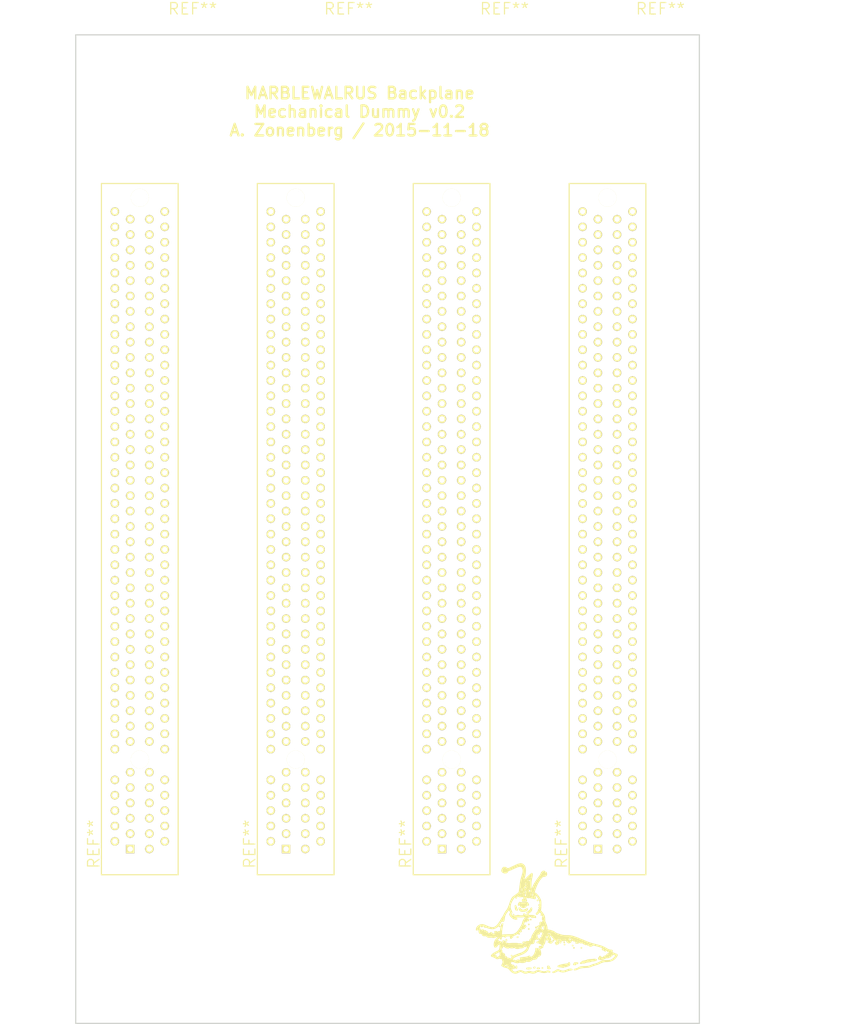
<source format=kicad_pcb>
(kicad_pcb (version 4) (host pcbnew "(2015-11-18 BZR 6323)-product")

  (general
    (links 0)
    (no_connects 0)
    (area 9.929285 15.125 121.510715 148.975001)
    (thickness 1.6)
    (drawings 5)
    (tracks 0)
    (zones 0)
    (modules 9)
    (nets 1)
  )

  (page A4)
  (layers
    (0 F.Cu signal)
    (31 B.Cu signal)
    (32 B.Adhes user)
    (33 F.Adhes user)
    (34 B.Paste user)
    (35 F.Paste user)
    (36 B.SilkS user)
    (37 F.SilkS user)
    (38 B.Mask user)
    (39 F.Mask user)
    (40 Dwgs.User user)
    (41 Cmts.User user)
    (42 Eco1.User user)
    (43 Eco2.User user)
    (44 Edge.Cuts user)
    (45 Margin user)
    (46 B.CrtYd user)
    (47 F.CrtYd user)
    (48 B.Fab user)
    (49 F.Fab user)
  )

  (setup
    (last_trace_width 0.25)
    (trace_clearance 0.2)
    (zone_clearance 0.508)
    (zone_45_only no)
    (trace_min 0.2)
    (segment_width 0.2)
    (edge_width 0.15)
    (via_size 0.6)
    (via_drill 0.4)
    (via_min_size 0.4)
    (via_min_drill 0.3)
    (uvia_size 0.3)
    (uvia_drill 0.1)
    (uvias_allowed no)
    (uvia_min_size 0.2)
    (uvia_min_drill 0.1)
    (pcb_text_width 0.3)
    (pcb_text_size 1.5 1.5)
    (mod_edge_width 0.15)
    (mod_text_size 1 1)
    (mod_text_width 0.15)
    (pad_size 1.524 1.524)
    (pad_drill 0.762)
    (pad_to_mask_clearance 0.2)
    (aux_axis_origin 0 0)
    (visible_elements FFFFFF7F)
    (pcbplotparams
      (layerselection 0x010f0_80000001)
      (usegerberextensions true)
      (excludeedgelayer true)
      (linewidth 0.100000)
      (plotframeref false)
      (viasonmask false)
      (mode 1)
      (useauxorigin false)
      (hpglpennumber 1)
      (hpglpenspeed 20)
      (hpglpendiameter 15)
      (hpglpenoverlay 2)
      (psnegative false)
      (psa4output false)
      (plotreference false)
      (plotvalue false)
      (plotinvisibletext false)
      (padsonsilk false)
      (subtractmaskfromsilk false)
      (outputformat 1)
      (mirror false)
      (drillshape 0)
      (scaleselection 1)
      (outputdirectory output/))
  )

  (net 0 "")

  (net_class Default "This is the default net class."
    (clearance 0.2)
    (trace_width 0.25)
    (via_dia 0.6)
    (via_drill 0.4)
    (uvia_dia 0.3)
    (uvia_drill 0.1)
  )

  (module azonenberg_pcb:CONN_PCIE_X16_FCI_1001873_10203TLF (layer F.Cu) (tedit 563DAF58) (tstamp 563E54E4)
    (at 28.35 114.35 90)
    (solder_mask_margin 0.05)
    (fp_text reference REF** (at -11 -6 90) (layer F.SilkS)
      (effects (font (size 1.5 1.5) (thickness 0.15)))
    )
    (fp_text value CONN_PCIE_X16_FCI_1001873_10203TLF (at 8 6 90) (layer F.Fab)
      (effects (font (size 1.5 1.5) (thickness 0.15)))
    )
    (fp_line (start 75 -5) (end 75 5) (layer F.SilkS) (width 0.15))
    (fp_line (start -15 5) (end 75 5) (layer F.SilkS) (width 0.15))
    (fp_line (start -15 -5) (end 75 -5) (layer F.SilkS) (width 0.15))
    (fp_line (start -15 -5) (end -15 5) (layer F.SilkS) (width 0.15))
    (fp_line (start 0 -0.8) (end 0 0.8) (layer Dwgs.User) (width 0.15))
    (fp_line (start 74.5 -0.8) (end -14.5 -0.8) (layer B.Fab) (width 0.15))
    (fp_line (start 74.5 -0.8) (end 74.5 0.8) (layer B.Fab) (width 0.15))
    (fp_line (start -14.5 0.8) (end 74.5 0.8) (layer B.Fab) (width 0.15))
    (fp_line (start -14.5 -0.8) (end -14.5 0.8) (layer B.Fab) (width 0.15))
    (pad A11 thru_hole circle (at -1.65 -1.25 90) (size 1.1 1.1) (drill 0.7) (layers *.Cu *.Mask F.SilkS))
    (pad A9 thru_hole circle (at -3.65 -1.25 90) (size 1.1 1.1) (drill 0.7) (layers *.Cu *.Mask F.SilkS))
    (pad A7 thru_hole circle (at -5.65 -1.25 90) (size 1.1 1.1) (drill 0.7) (layers *.Cu *.Mask F.SilkS))
    (pad A5 thru_hole circle (at -7.65 -1.25 90) (size 1.1 1.1) (drill 0.7) (layers *.Cu *.Mask F.SilkS))
    (pad A3 thru_hole circle (at -9.65 -1.25 90) (size 1.1 1.1) (drill 0.7) (layers *.Cu *.Mask F.SilkS))
    (pad A2 thru_hole rect (at -11.65 -1.25 90) (size 1.1 1.1) (drill 0.7) (layers *.Cu *.Mask F.SilkS))
    (pad A1 thru_hole circle (at -10.65 -3.25 90) (size 1.1 1.1) (drill 0.7) (layers *.Cu *.Mask F.SilkS))
    (pad A4 thru_hole circle (at -8.65 -3.25 90) (size 1.1 1.1) (drill 0.7) (layers *.Cu *.Mask F.SilkS))
    (pad A6 thru_hole circle (at -6.65 -3.25 90) (size 1.1 1.1) (drill 0.7) (layers *.Cu *.Mask F.SilkS))
    (pad A8 thru_hole circle (at -4.65 -3.25 90) (size 1.1 1.1) (drill 0.7) (layers *.Cu *.Mask F.SilkS))
    (pad A10 thru_hole circle (at -2.65 -3.25 90) (size 1.1 1.1) (drill 0.7) (layers *.Cu *.Mask F.SilkS))
    (pad B11 thru_hole circle (at -1.65 1.25 90) (size 1.1 1.1) (drill 0.7) (layers *.Cu *.Mask F.SilkS))
    (pad B9 thru_hole circle (at -3.65 1.25 90) (size 1.1 1.1) (drill 0.7) (layers *.Cu *.Mask F.SilkS))
    (pad B7 thru_hole circle (at -5.65 1.25 90) (size 1.1 1.1) (drill 0.7) (layers *.Cu *.Mask F.SilkS))
    (pad B5 thru_hole circle (at -7.65 1.25 90) (size 1.1 1.1) (drill 0.7) (layers *.Cu *.Mask F.SilkS))
    (pad B3 thru_hole circle (at -9.65 1.25 90) (size 1.1 1.1) (drill 0.7) (layers *.Cu *.Mask F.SilkS))
    (pad B1 thru_hole circle (at -11.65 1.25 90) (size 1.1 1.1) (drill 0.7) (layers *.Cu *.Mask F.SilkS))
    (pad B10 thru_hole circle (at -2.65 3.25 90) (size 1.1 1.1) (drill 0.7) (layers *.Cu *.Mask F.SilkS))
    (pad B8 thru_hole circle (at -4.65 3.25 90) (size 1.1 1.1) (drill 0.7) (layers *.Cu *.Mask F.SilkS))
    (pad B6 thru_hole circle (at -6.65 3.25 90) (size 1.1 1.1) (drill 0.7) (layers *.Cu *.Mask F.SilkS))
    (pad B4 thru_hole circle (at -8.65 3.25 90) (size 1.1 1.1) (drill 0.7) (layers *.Cu *.Mask F.SilkS))
    (pad B2 thru_hole circle (at -10.65 3.25 90) (size 1.1 1.1) (drill 0.7) (layers *.Cu *.Mask F.SilkS))
    (pad A13 thru_hole circle (at 2.35 -1.25 90) (size 1.1 1.1) (drill 0.7) (layers *.Cu *.Mask F.SilkS))
    (pad A15 thru_hole circle (at 4.35 -1.25 90) (size 1.1 1.1) (drill 0.7) (layers *.Cu *.Mask F.SilkS))
    (pad A17 thru_hole circle (at 6.35 -1.25 90) (size 1.1 1.1) (drill 0.7) (layers *.Cu *.Mask F.SilkS))
    (pad A19 thru_hole circle (at 8.35 -1.25 90) (size 1.1 1.1) (drill 0.7) (layers *.Cu *.Mask F.SilkS))
    (pad A21 thru_hole circle (at 10.35 -1.25 90) (size 1.1 1.1) (drill 0.7) (layers *.Cu *.Mask F.SilkS))
    (pad A23 thru_hole circle (at 12.35 -1.25 90) (size 1.1 1.1) (drill 0.7) (layers *.Cu *.Mask F.SilkS))
    (pad A25 thru_hole circle (at 14.35 -1.25 90) (size 1.1 1.1) (drill 0.7) (layers *.Cu *.Mask F.SilkS))
    (pad A27 thru_hole circle (at 16.35 -1.25 90) (size 1.1 1.1) (drill 0.7) (layers *.Cu *.Mask F.SilkS))
    (pad A29 thru_hole circle (at 18.35 -1.25 90) (size 1.1 1.1) (drill 0.7) (layers *.Cu *.Mask F.SilkS))
    (pad A31 thru_hole circle (at 20.35 -1.25 90) (size 1.1 1.1) (drill 0.7) (layers *.Cu *.Mask F.SilkS))
    (pad A33 thru_hole circle (at 22.35 -1.25 90) (size 1.1 1.1) (drill 0.7) (layers *.Cu *.Mask F.SilkS))
    (pad A35 thru_hole circle (at 24.35 -1.25 90) (size 1.1 1.1) (drill 0.7) (layers *.Cu *.Mask F.SilkS))
    (pad A37 thru_hole circle (at 26.35 -1.25 90) (size 1.1 1.1) (drill 0.7) (layers *.Cu *.Mask F.SilkS))
    (pad A39 thru_hole circle (at 28.35 -1.25 90) (size 1.1 1.1) (drill 0.7) (layers *.Cu *.Mask F.SilkS))
    (pad A41 thru_hole circle (at 30.35 -1.25 90) (size 1.1 1.1) (drill 0.7) (layers *.Cu *.Mask F.SilkS))
    (pad A43 thru_hole circle (at 32.35 -1.25 90) (size 1.1 1.1) (drill 0.7) (layers *.Cu *.Mask F.SilkS))
    (pad A45 thru_hole circle (at 34.35 -1.25 90) (size 1.1 1.1) (drill 0.7) (layers *.Cu *.Mask F.SilkS))
    (pad A47 thru_hole circle (at 36.35 -1.25 90) (size 1.1 1.1) (drill 0.7) (layers *.Cu *.Mask F.SilkS))
    (pad A49 thru_hole circle (at 38.35 -1.25 90) (size 1.1 1.1) (drill 0.7) (layers *.Cu *.Mask F.SilkS))
    (pad A51 thru_hole circle (at 40.35 -1.25 90) (size 1.1 1.1) (drill 0.7) (layers *.Cu *.Mask F.SilkS))
    (pad A53 thru_hole circle (at 42.35 -1.25 90) (size 1.1 1.1) (drill 0.7) (layers *.Cu *.Mask F.SilkS))
    (pad A55 thru_hole circle (at 44.35 -1.25 90) (size 1.1 1.1) (drill 0.7) (layers *.Cu *.Mask F.SilkS))
    (pad A57 thru_hole circle (at 46.35 -1.25 90) (size 1.1 1.1) (drill 0.7) (layers *.Cu *.Mask F.SilkS))
    (pad A59 thru_hole circle (at 48.35 -1.25 90) (size 1.1 1.1) (drill 0.7) (layers *.Cu *.Mask F.SilkS))
    (pad A61 thru_hole circle (at 50.35 -1.25 90) (size 1.1 1.1) (drill 0.7) (layers *.Cu *.Mask F.SilkS))
    (pad A63 thru_hole circle (at 52.35 -1.25 90) (size 1.1 1.1) (drill 0.7) (layers *.Cu *.Mask F.SilkS))
    (pad A65 thru_hole circle (at 54.35 -1.25 90) (size 1.1 1.1) (drill 0.7) (layers *.Cu *.Mask F.SilkS))
    (pad A67 thru_hole circle (at 56.35 -1.25 90) (size 1.1 1.1) (drill 0.7) (layers *.Cu *.Mask F.SilkS))
    (pad A69 thru_hole circle (at 58.35 -1.25 90) (size 1.1 1.1) (drill 0.7) (layers *.Cu *.Mask F.SilkS))
    (pad A71 thru_hole circle (at 60.35 -1.25 90) (size 1.1 1.1) (drill 0.7) (layers *.Cu *.Mask F.SilkS))
    (pad A73 thru_hole circle (at 62.35 -1.25 90) (size 1.1 1.1) (drill 0.7) (layers *.Cu *.Mask F.SilkS))
    (pad A75 thru_hole circle (at 64.35 -1.25 90) (size 1.1 1.1) (drill 0.7) (layers *.Cu *.Mask F.SilkS))
    (pad A77 thru_hole circle (at 66.35 -1.25 90) (size 1.1 1.1) (drill 0.7) (layers *.Cu *.Mask F.SilkS))
    (pad A79 thru_hole circle (at 68.35 -1.25 90) (size 1.1 1.1) (drill 0.7) (layers *.Cu *.Mask F.SilkS))
    (pad A81 thru_hole circle (at 70.35 -1.25 90) (size 1.1 1.1) (drill 0.7) (layers *.Cu *.Mask F.SilkS))
    (pad A12 thru_hole circle (at 1.35 -3.25 90) (size 1.1 1.1) (drill 0.7) (layers *.Cu *.Mask F.SilkS))
    (pad A14 thru_hole circle (at 3.35 -3.25 90) (size 1.1 1.1) (drill 0.7) (layers *.Cu *.Mask F.SilkS))
    (pad A16 thru_hole circle (at 5.35 -3.25 90) (size 1.1 1.1) (drill 0.7) (layers *.Cu *.Mask F.SilkS))
    (pad A18 thru_hole circle (at 7.35 -3.25 90) (size 1.1 1.1) (drill 0.7) (layers *.Cu *.Mask F.SilkS))
    (pad A20 thru_hole circle (at 9.35 -3.25 90) (size 1.1 1.1) (drill 0.7) (layers *.Cu *.Mask F.SilkS))
    (pad A22 thru_hole circle (at 11.35 -3.25 90) (size 1.1 1.1) (drill 0.7) (layers *.Cu *.Mask F.SilkS))
    (pad A24 thru_hole circle (at 13.35 -3.25 90) (size 1.1 1.1) (drill 0.7) (layers *.Cu *.Mask F.SilkS))
    (pad A26 thru_hole circle (at 15.35 -3.25 90) (size 1.1 1.1) (drill 0.7) (layers *.Cu *.Mask F.SilkS))
    (pad A28 thru_hole circle (at 17.35 -3.25 90) (size 1.1 1.1) (drill 0.7) (layers *.Cu *.Mask F.SilkS))
    (pad A30 thru_hole circle (at 19.35 -3.25 90) (size 1.1 1.1) (drill 0.7) (layers *.Cu *.Mask F.SilkS))
    (pad A32 thru_hole circle (at 21.35 -3.25 90) (size 1.1 1.1) (drill 0.7) (layers *.Cu *.Mask F.SilkS))
    (pad A34 thru_hole circle (at 23.35 -3.25 90) (size 1.1 1.1) (drill 0.7) (layers *.Cu *.Mask F.SilkS))
    (pad A36 thru_hole circle (at 25.35 -3.25 90) (size 1.1 1.1) (drill 0.7) (layers *.Cu *.Mask F.SilkS))
    (pad A38 thru_hole circle (at 27.35 -3.25 90) (size 1.1 1.1) (drill 0.7) (layers *.Cu *.Mask F.SilkS))
    (pad A40 thru_hole circle (at 29.35 -3.25 90) (size 1.1 1.1) (drill 0.7) (layers *.Cu *.Mask F.SilkS))
    (pad A42 thru_hole circle (at 31.35 -3.25 90) (size 1.1 1.1) (drill 0.7) (layers *.Cu *.Mask F.SilkS))
    (pad A44 thru_hole circle (at 33.35 -3.25 90) (size 1.1 1.1) (drill 0.7) (layers *.Cu *.Mask F.SilkS))
    (pad A46 thru_hole circle (at 35.35 -3.25 90) (size 1.1 1.1) (drill 0.7) (layers *.Cu *.Mask F.SilkS))
    (pad A48 thru_hole circle (at 37.35 -3.25 90) (size 1.1 1.1) (drill 0.7) (layers *.Cu *.Mask F.SilkS))
    (pad A50 thru_hole circle (at 39.35 -3.25 90) (size 1.1 1.1) (drill 0.7) (layers *.Cu *.Mask F.SilkS))
    (pad A52 thru_hole circle (at 41.35 -3.25 90) (size 1.1 1.1) (drill 0.7) (layers *.Cu *.Mask F.SilkS))
    (pad A54 thru_hole circle (at 43.35 -3.25 90) (size 1.1 1.1) (drill 0.7) (layers *.Cu *.Mask F.SilkS))
    (pad A56 thru_hole circle (at 45.35 -3.25 90) (size 1.1 1.1) (drill 0.7) (layers *.Cu *.Mask F.SilkS))
    (pad A58 thru_hole circle (at 47.35 -3.25 90) (size 1.1 1.1) (drill 0.7) (layers *.Cu *.Mask F.SilkS))
    (pad A60 thru_hole circle (at 49.35 -3.25 90) (size 1.1 1.1) (drill 0.7) (layers *.Cu *.Mask F.SilkS))
    (pad A62 thru_hole circle (at 51.35 -3.25 90) (size 1.1 1.1) (drill 0.7) (layers *.Cu *.Mask F.SilkS))
    (pad A64 thru_hole circle (at 53.35 -3.25 90) (size 1.1 1.1) (drill 0.7) (layers *.Cu *.Mask F.SilkS))
    (pad A66 thru_hole circle (at 55.35 -3.25 90) (size 1.1 1.1) (drill 0.7) (layers *.Cu *.Mask F.SilkS))
    (pad A68 thru_hole circle (at 57.35 -3.25 90) (size 1.1 1.1) (drill 0.7) (layers *.Cu *.Mask F.SilkS))
    (pad A70 thru_hole circle (at 59.35 -3.25 90) (size 1.1 1.1) (drill 0.7) (layers *.Cu *.Mask F.SilkS))
    (pad A72 thru_hole circle (at 61.35 -3.25 90) (size 1.1 1.1) (drill 0.7) (layers *.Cu *.Mask F.SilkS))
    (pad A74 thru_hole circle (at 63.35 -3.25 90) (size 1.1 1.1) (drill 0.7) (layers *.Cu *.Mask F.SilkS))
    (pad A76 thru_hole circle (at 65.35 -3.25 90) (size 1.1 1.1) (drill 0.7) (layers *.Cu *.Mask F.SilkS))
    (pad A78 thru_hole circle (at 67.35 -3.25 90) (size 1.1 1.1) (drill 0.7) (layers *.Cu *.Mask F.SilkS))
    (pad A80 thru_hole circle (at 69.35 -3.25 90) (size 1.1 1.1) (drill 0.7) (layers *.Cu *.Mask F.SilkS))
    (pad A82 thru_hole circle (at 71.35 -3.25 90) (size 1.1 1.1) (drill 0.7) (layers *.Cu *.Mask F.SilkS))
    (pad B13 thru_hole circle (at 2.35 1.25 90) (size 1.1 1.1) (drill 0.7) (layers *.Cu *.Mask F.SilkS))
    (pad B15 thru_hole circle (at 4.35 1.25 90) (size 1.1 1.1) (drill 0.7) (layers *.Cu *.Mask F.SilkS))
    (pad B17 thru_hole circle (at 6.35 1.25 90) (size 1.1 1.1) (drill 0.7) (layers *.Cu *.Mask F.SilkS))
    (pad B19 thru_hole circle (at 8.35 1.25 90) (size 1.1 1.1) (drill 0.7) (layers *.Cu *.Mask F.SilkS))
    (pad B21 thru_hole circle (at 10.35 1.25 90) (size 1.1 1.1) (drill 0.7) (layers *.Cu *.Mask F.SilkS))
    (pad B23 thru_hole circle (at 12.35 1.25 90) (size 1.1 1.1) (drill 0.7) (layers *.Cu *.Mask F.SilkS))
    (pad B25 thru_hole circle (at 14.35 1.25 90) (size 1.1 1.1) (drill 0.7) (layers *.Cu *.Mask F.SilkS))
    (pad B27 thru_hole circle (at 16.35 1.25 90) (size 1.1 1.1) (drill 0.7) (layers *.Cu *.Mask F.SilkS))
    (pad B29 thru_hole circle (at 18.35 1.25 90) (size 1.1 1.1) (drill 0.7) (layers *.Cu *.Mask F.SilkS))
    (pad B31 thru_hole circle (at 20.35 1.25 90) (size 1.1 1.1) (drill 0.7) (layers *.Cu *.Mask F.SilkS))
    (pad B33 thru_hole circle (at 22.35 1.25 90) (size 1.1 1.1) (drill 0.7) (layers *.Cu *.Mask F.SilkS))
    (pad B35 thru_hole circle (at 24.35 1.25 90) (size 1.1 1.1) (drill 0.7) (layers *.Cu *.Mask F.SilkS))
    (pad B37 thru_hole circle (at 26.35 1.25 90) (size 1.1 1.1) (drill 0.7) (layers *.Cu *.Mask F.SilkS))
    (pad B39 thru_hole circle (at 28.35 1.25 90) (size 1.1 1.1) (drill 0.7) (layers *.Cu *.Mask F.SilkS))
    (pad B41 thru_hole circle (at 30.35 1.25 90) (size 1.1 1.1) (drill 0.7) (layers *.Cu *.Mask F.SilkS))
    (pad B43 thru_hole circle (at 32.35 1.25 90) (size 1.1 1.1) (drill 0.7) (layers *.Cu *.Mask F.SilkS))
    (pad B45 thru_hole circle (at 34.35 1.25 90) (size 1.1 1.1) (drill 0.7) (layers *.Cu *.Mask F.SilkS))
    (pad B47 thru_hole circle (at 36.35 1.25 90) (size 1.1 1.1) (drill 0.7) (layers *.Cu *.Mask F.SilkS))
    (pad B49 thru_hole circle (at 38.35 1.25 90) (size 1.1 1.1) (drill 0.7) (layers *.Cu *.Mask F.SilkS))
    (pad B51 thru_hole circle (at 40.35 1.25 90) (size 1.1 1.1) (drill 0.7) (layers *.Cu *.Mask F.SilkS))
    (pad B53 thru_hole circle (at 42.35 1.25 90) (size 1.1 1.1) (drill 0.7) (layers *.Cu *.Mask F.SilkS))
    (pad B55 thru_hole circle (at 44.35 1.25 90) (size 1.1 1.1) (drill 0.7) (layers *.Cu *.Mask F.SilkS))
    (pad B57 thru_hole circle (at 46.35 1.25 90) (size 1.1 1.1) (drill 0.7) (layers *.Cu *.Mask F.SilkS))
    (pad B59 thru_hole circle (at 48.35 1.25 90) (size 1.1 1.1) (drill 0.7) (layers *.Cu *.Mask F.SilkS))
    (pad B61 thru_hole circle (at 50.35 1.25 90) (size 1.1 1.1) (drill 0.7) (layers *.Cu *.Mask F.SilkS))
    (pad B63 thru_hole circle (at 52.35 1.25 90) (size 1.1 1.1) (drill 0.7) (layers *.Cu *.Mask F.SilkS))
    (pad B65 thru_hole circle (at 54.35 1.25 90) (size 1.1 1.1) (drill 0.7) (layers *.Cu *.Mask F.SilkS))
    (pad B67 thru_hole circle (at 56.35 1.25 90) (size 1.1 1.1) (drill 0.7) (layers *.Cu *.Mask F.SilkS))
    (pad B69 thru_hole circle (at 58.35 1.25 90) (size 1.1 1.1) (drill 0.7) (layers *.Cu *.Mask F.SilkS))
    (pad B71 thru_hole circle (at 60.35 1.25 90) (size 1.1 1.1) (drill 0.7) (layers *.Cu *.Mask F.SilkS))
    (pad B73 thru_hole circle (at 62.35 1.25 90) (size 1.1 1.1) (drill 0.7) (layers *.Cu *.Mask F.SilkS))
    (pad B75 thru_hole circle (at 64.35 1.25 90) (size 1.1 1.1) (drill 0.7) (layers *.Cu *.Mask F.SilkS))
    (pad B77 thru_hole circle (at 66.35 1.25 90) (size 1.1 1.1) (drill 0.7) (layers *.Cu *.Mask F.SilkS))
    (pad B79 thru_hole circle (at 68.35 1.25 90) (size 1.1 1.1) (drill 0.7) (layers *.Cu *.Mask F.SilkS))
    (pad B81 thru_hole circle (at 70.35 1.25 90) (size 1.1 1.1) (drill 0.7) (layers *.Cu *.Mask F.SilkS))
    (pad B82 thru_hole circle (at 71.35 3.25 90) (size 1.1 1.1) (drill 0.7) (layers *.Cu *.Mask F.SilkS))
    (pad B80 thru_hole circle (at 69.35 3.25 90) (size 1.1 1.1) (drill 0.7) (layers *.Cu *.Mask F.SilkS))
    (pad B78 thru_hole circle (at 67.35 3.25 90) (size 1.1 1.1) (drill 0.7) (layers *.Cu *.Mask F.SilkS))
    (pad B76 thru_hole circle (at 65.35 3.25 90) (size 1.1 1.1) (drill 0.7) (layers *.Cu *.Mask F.SilkS))
    (pad B74 thru_hole circle (at 63.35 3.25 90) (size 1.1 1.1) (drill 0.7) (layers *.Cu *.Mask F.SilkS))
    (pad B72 thru_hole circle (at 61.35 3.25 90) (size 1.1 1.1) (drill 0.7) (layers *.Cu *.Mask F.SilkS))
    (pad B70 thru_hole circle (at 59.35 3.25 90) (size 1.1 1.1) (drill 0.7) (layers *.Cu *.Mask F.SilkS))
    (pad B68 thru_hole circle (at 57.35 3.25 90) (size 1.1 1.1) (drill 0.7) (layers *.Cu *.Mask F.SilkS))
    (pad B66 thru_hole circle (at 55.35 3.25 90) (size 1.1 1.1) (drill 0.7) (layers *.Cu *.Mask F.SilkS))
    (pad B64 thru_hole circle (at 53.35 3.25 90) (size 1.1 1.1) (drill 0.7) (layers *.Cu *.Mask F.SilkS))
    (pad B62 thru_hole circle (at 51.35 3.25 90) (size 1.1 1.1) (drill 0.7) (layers *.Cu *.Mask F.SilkS))
    (pad B60 thru_hole circle (at 49.35 3.25 90) (size 1.1 1.1) (drill 0.7) (layers *.Cu *.Mask F.SilkS))
    (pad B58 thru_hole circle (at 47.35 3.25 90) (size 1.1 1.1) (drill 0.7) (layers *.Cu *.Mask F.SilkS))
    (pad B56 thru_hole circle (at 45.35 3.25 90) (size 1.1 1.1) (drill 0.7) (layers *.Cu *.Mask F.SilkS))
    (pad B54 thru_hole circle (at 43.35 3.25 90) (size 1.1 1.1) (drill 0.7) (layers *.Cu *.Mask F.SilkS))
    (pad B52 thru_hole circle (at 41.35 3.25 90) (size 1.1 1.1) (drill 0.7) (layers *.Cu *.Mask F.SilkS))
    (pad B50 thru_hole circle (at 39.35 3.25 90) (size 1.1 1.1) (drill 0.7) (layers *.Cu *.Mask F.SilkS))
    (pad B48 thru_hole circle (at 37.35 3.25 90) (size 1.1 1.1) (drill 0.7) (layers *.Cu *.Mask F.SilkS))
    (pad B46 thru_hole circle (at 35.35 3.25 90) (size 1.1 1.1) (drill 0.7) (layers *.Cu *.Mask F.SilkS))
    (pad B44 thru_hole circle (at 33.35 3.25 90) (size 1.1 1.1) (drill 0.7) (layers *.Cu *.Mask F.SilkS))
    (pad B14 thru_hole circle (at 3.35 3.25 90) (size 1.1 1.1) (drill 0.7) (layers *.Cu *.Mask F.SilkS))
    (pad B12 thru_hole circle (at 1.35 3.25 90) (size 1.1 1.1) (drill 0.7) (layers *.Cu *.Mask F.SilkS))
    (pad B16 thru_hole circle (at 5.35 3.25 90) (size 1.1 1.1) (drill 0.7) (layers *.Cu *.Mask F.SilkS))
    (pad B18 thru_hole circle (at 7.35 3.25 90) (size 1.1 1.1) (drill 0.7) (layers *.Cu *.Mask F.SilkS))
    (pad B20 thru_hole circle (at 9.35 3.25 90) (size 1.1 1.1) (drill 0.7) (layers *.Cu *.Mask F.SilkS))
    (pad B22 thru_hole circle (at 11.35 3.25 90) (size 1.1 1.1) (drill 0.7) (layers *.Cu *.Mask F.SilkS))
    (pad B24 thru_hole circle (at 13.35 3.25 90) (size 1.1 1.1) (drill 0.7) (layers *.Cu *.Mask F.SilkS))
    (pad B26 thru_hole circle (at 15.35 3.25 90) (size 1.1 1.1) (drill 0.7) (layers *.Cu *.Mask F.SilkS))
    (pad B28 thru_hole circle (at 17.35 3.25 90) (size 1.1 1.1) (drill 0.7) (layers *.Cu *.Mask F.SilkS))
    (pad B30 thru_hole circle (at 19.35 3.25 90) (size 1.1 1.1) (drill 0.7) (layers *.Cu *.Mask F.SilkS))
    (pad B32 thru_hole circle (at 21.35 3.25 90) (size 1.1 1.1) (drill 0.7) (layers *.Cu *.Mask F.SilkS))
    (pad B34 thru_hole circle (at 23.35 3.25 90) (size 1.1 1.1) (drill 0.7) (layers *.Cu *.Mask F.SilkS))
    (pad B36 thru_hole circle (at 25.35 3.25 90) (size 1.1 1.1) (drill 0.7) (layers *.Cu *.Mask F.SilkS))
    (pad B38 thru_hole circle (at 27.35 3.25 90) (size 1.1 1.1) (drill 0.7) (layers *.Cu *.Mask F.SilkS))
    (pad B40 thru_hole circle (at 29.35 3.25 90) (size 1.1 1.1) (drill 0.7) (layers *.Cu *.Mask F.SilkS))
    (pad B42 thru_hole circle (at 31.35 3.25 90) (size 1.1 1.1) (drill 0.7) (layers *.Cu *.Mask F.SilkS))
    (pad "" np_thru_hole circle (at 0 0 90) (size 2.35 2.35) (drill 2.35) (layers *.Cu *.Mask F.SilkS))
    (pad "" np_thru_hole circle (at 73.15 0 90) (size 2.35 2.35) (drill 2.35) (layers *.Cu *.Mask F.SilkS))
  )

  (module azonenberg_pcb:CONN_PCIE_X16_FCI_1001873_10203TLF (layer F.Cu) (tedit 563DAF58) (tstamp 563E5431)
    (at 68.99 114.35 90)
    (solder_mask_margin 0.05)
    (fp_text reference REF** (at -11 -6 90) (layer F.SilkS)
      (effects (font (size 1.5 1.5) (thickness 0.15)))
    )
    (fp_text value CONN_PCIE_X16_FCI_1001873_10203TLF (at 8 6 90) (layer F.Fab)
      (effects (font (size 1.5 1.5) (thickness 0.15)))
    )
    (fp_line (start 75 -5) (end 75 5) (layer F.SilkS) (width 0.15))
    (fp_line (start -15 5) (end 75 5) (layer F.SilkS) (width 0.15))
    (fp_line (start -15 -5) (end 75 -5) (layer F.SilkS) (width 0.15))
    (fp_line (start -15 -5) (end -15 5) (layer F.SilkS) (width 0.15))
    (fp_line (start 0 -0.8) (end 0 0.8) (layer Dwgs.User) (width 0.15))
    (fp_line (start 74.5 -0.8) (end -14.5 -0.8) (layer B.Fab) (width 0.15))
    (fp_line (start 74.5 -0.8) (end 74.5 0.8) (layer B.Fab) (width 0.15))
    (fp_line (start -14.5 0.8) (end 74.5 0.8) (layer B.Fab) (width 0.15))
    (fp_line (start -14.5 -0.8) (end -14.5 0.8) (layer B.Fab) (width 0.15))
    (pad A11 thru_hole circle (at -1.65 -1.25 90) (size 1.1 1.1) (drill 0.7) (layers *.Cu *.Mask F.SilkS))
    (pad A9 thru_hole circle (at -3.65 -1.25 90) (size 1.1 1.1) (drill 0.7) (layers *.Cu *.Mask F.SilkS))
    (pad A7 thru_hole circle (at -5.65 -1.25 90) (size 1.1 1.1) (drill 0.7) (layers *.Cu *.Mask F.SilkS))
    (pad A5 thru_hole circle (at -7.65 -1.25 90) (size 1.1 1.1) (drill 0.7) (layers *.Cu *.Mask F.SilkS))
    (pad A3 thru_hole circle (at -9.65 -1.25 90) (size 1.1 1.1) (drill 0.7) (layers *.Cu *.Mask F.SilkS))
    (pad A2 thru_hole rect (at -11.65 -1.25 90) (size 1.1 1.1) (drill 0.7) (layers *.Cu *.Mask F.SilkS))
    (pad A1 thru_hole circle (at -10.65 -3.25 90) (size 1.1 1.1) (drill 0.7) (layers *.Cu *.Mask F.SilkS))
    (pad A4 thru_hole circle (at -8.65 -3.25 90) (size 1.1 1.1) (drill 0.7) (layers *.Cu *.Mask F.SilkS))
    (pad A6 thru_hole circle (at -6.65 -3.25 90) (size 1.1 1.1) (drill 0.7) (layers *.Cu *.Mask F.SilkS))
    (pad A8 thru_hole circle (at -4.65 -3.25 90) (size 1.1 1.1) (drill 0.7) (layers *.Cu *.Mask F.SilkS))
    (pad A10 thru_hole circle (at -2.65 -3.25 90) (size 1.1 1.1) (drill 0.7) (layers *.Cu *.Mask F.SilkS))
    (pad B11 thru_hole circle (at -1.65 1.25 90) (size 1.1 1.1) (drill 0.7) (layers *.Cu *.Mask F.SilkS))
    (pad B9 thru_hole circle (at -3.65 1.25 90) (size 1.1 1.1) (drill 0.7) (layers *.Cu *.Mask F.SilkS))
    (pad B7 thru_hole circle (at -5.65 1.25 90) (size 1.1 1.1) (drill 0.7) (layers *.Cu *.Mask F.SilkS))
    (pad B5 thru_hole circle (at -7.65 1.25 90) (size 1.1 1.1) (drill 0.7) (layers *.Cu *.Mask F.SilkS))
    (pad B3 thru_hole circle (at -9.65 1.25 90) (size 1.1 1.1) (drill 0.7) (layers *.Cu *.Mask F.SilkS))
    (pad B1 thru_hole circle (at -11.65 1.25 90) (size 1.1 1.1) (drill 0.7) (layers *.Cu *.Mask F.SilkS))
    (pad B10 thru_hole circle (at -2.65 3.25 90) (size 1.1 1.1) (drill 0.7) (layers *.Cu *.Mask F.SilkS))
    (pad B8 thru_hole circle (at -4.65 3.25 90) (size 1.1 1.1) (drill 0.7) (layers *.Cu *.Mask F.SilkS))
    (pad B6 thru_hole circle (at -6.65 3.25 90) (size 1.1 1.1) (drill 0.7) (layers *.Cu *.Mask F.SilkS))
    (pad B4 thru_hole circle (at -8.65 3.25 90) (size 1.1 1.1) (drill 0.7) (layers *.Cu *.Mask F.SilkS))
    (pad B2 thru_hole circle (at -10.65 3.25 90) (size 1.1 1.1) (drill 0.7) (layers *.Cu *.Mask F.SilkS))
    (pad A13 thru_hole circle (at 2.35 -1.25 90) (size 1.1 1.1) (drill 0.7) (layers *.Cu *.Mask F.SilkS))
    (pad A15 thru_hole circle (at 4.35 -1.25 90) (size 1.1 1.1) (drill 0.7) (layers *.Cu *.Mask F.SilkS))
    (pad A17 thru_hole circle (at 6.35 -1.25 90) (size 1.1 1.1) (drill 0.7) (layers *.Cu *.Mask F.SilkS))
    (pad A19 thru_hole circle (at 8.35 -1.25 90) (size 1.1 1.1) (drill 0.7) (layers *.Cu *.Mask F.SilkS))
    (pad A21 thru_hole circle (at 10.35 -1.25 90) (size 1.1 1.1) (drill 0.7) (layers *.Cu *.Mask F.SilkS))
    (pad A23 thru_hole circle (at 12.35 -1.25 90) (size 1.1 1.1) (drill 0.7) (layers *.Cu *.Mask F.SilkS))
    (pad A25 thru_hole circle (at 14.35 -1.25 90) (size 1.1 1.1) (drill 0.7) (layers *.Cu *.Mask F.SilkS))
    (pad A27 thru_hole circle (at 16.35 -1.25 90) (size 1.1 1.1) (drill 0.7) (layers *.Cu *.Mask F.SilkS))
    (pad A29 thru_hole circle (at 18.35 -1.25 90) (size 1.1 1.1) (drill 0.7) (layers *.Cu *.Mask F.SilkS))
    (pad A31 thru_hole circle (at 20.35 -1.25 90) (size 1.1 1.1) (drill 0.7) (layers *.Cu *.Mask F.SilkS))
    (pad A33 thru_hole circle (at 22.35 -1.25 90) (size 1.1 1.1) (drill 0.7) (layers *.Cu *.Mask F.SilkS))
    (pad A35 thru_hole circle (at 24.35 -1.25 90) (size 1.1 1.1) (drill 0.7) (layers *.Cu *.Mask F.SilkS))
    (pad A37 thru_hole circle (at 26.35 -1.25 90) (size 1.1 1.1) (drill 0.7) (layers *.Cu *.Mask F.SilkS))
    (pad A39 thru_hole circle (at 28.35 -1.25 90) (size 1.1 1.1) (drill 0.7) (layers *.Cu *.Mask F.SilkS))
    (pad A41 thru_hole circle (at 30.35 -1.25 90) (size 1.1 1.1) (drill 0.7) (layers *.Cu *.Mask F.SilkS))
    (pad A43 thru_hole circle (at 32.35 -1.25 90) (size 1.1 1.1) (drill 0.7) (layers *.Cu *.Mask F.SilkS))
    (pad A45 thru_hole circle (at 34.35 -1.25 90) (size 1.1 1.1) (drill 0.7) (layers *.Cu *.Mask F.SilkS))
    (pad A47 thru_hole circle (at 36.35 -1.25 90) (size 1.1 1.1) (drill 0.7) (layers *.Cu *.Mask F.SilkS))
    (pad A49 thru_hole circle (at 38.35 -1.25 90) (size 1.1 1.1) (drill 0.7) (layers *.Cu *.Mask F.SilkS))
    (pad A51 thru_hole circle (at 40.35 -1.25 90) (size 1.1 1.1) (drill 0.7) (layers *.Cu *.Mask F.SilkS))
    (pad A53 thru_hole circle (at 42.35 -1.25 90) (size 1.1 1.1) (drill 0.7) (layers *.Cu *.Mask F.SilkS))
    (pad A55 thru_hole circle (at 44.35 -1.25 90) (size 1.1 1.1) (drill 0.7) (layers *.Cu *.Mask F.SilkS))
    (pad A57 thru_hole circle (at 46.35 -1.25 90) (size 1.1 1.1) (drill 0.7) (layers *.Cu *.Mask F.SilkS))
    (pad A59 thru_hole circle (at 48.35 -1.25 90) (size 1.1 1.1) (drill 0.7) (layers *.Cu *.Mask F.SilkS))
    (pad A61 thru_hole circle (at 50.35 -1.25 90) (size 1.1 1.1) (drill 0.7) (layers *.Cu *.Mask F.SilkS))
    (pad A63 thru_hole circle (at 52.35 -1.25 90) (size 1.1 1.1) (drill 0.7) (layers *.Cu *.Mask F.SilkS))
    (pad A65 thru_hole circle (at 54.35 -1.25 90) (size 1.1 1.1) (drill 0.7) (layers *.Cu *.Mask F.SilkS))
    (pad A67 thru_hole circle (at 56.35 -1.25 90) (size 1.1 1.1) (drill 0.7) (layers *.Cu *.Mask F.SilkS))
    (pad A69 thru_hole circle (at 58.35 -1.25 90) (size 1.1 1.1) (drill 0.7) (layers *.Cu *.Mask F.SilkS))
    (pad A71 thru_hole circle (at 60.35 -1.25 90) (size 1.1 1.1) (drill 0.7) (layers *.Cu *.Mask F.SilkS))
    (pad A73 thru_hole circle (at 62.35 -1.25 90) (size 1.1 1.1) (drill 0.7) (layers *.Cu *.Mask F.SilkS))
    (pad A75 thru_hole circle (at 64.35 -1.25 90) (size 1.1 1.1) (drill 0.7) (layers *.Cu *.Mask F.SilkS))
    (pad A77 thru_hole circle (at 66.35 -1.25 90) (size 1.1 1.1) (drill 0.7) (layers *.Cu *.Mask F.SilkS))
    (pad A79 thru_hole circle (at 68.35 -1.25 90) (size 1.1 1.1) (drill 0.7) (layers *.Cu *.Mask F.SilkS))
    (pad A81 thru_hole circle (at 70.35 -1.25 90) (size 1.1 1.1) (drill 0.7) (layers *.Cu *.Mask F.SilkS))
    (pad A12 thru_hole circle (at 1.35 -3.25 90) (size 1.1 1.1) (drill 0.7) (layers *.Cu *.Mask F.SilkS))
    (pad A14 thru_hole circle (at 3.35 -3.25 90) (size 1.1 1.1) (drill 0.7) (layers *.Cu *.Mask F.SilkS))
    (pad A16 thru_hole circle (at 5.35 -3.25 90) (size 1.1 1.1) (drill 0.7) (layers *.Cu *.Mask F.SilkS))
    (pad A18 thru_hole circle (at 7.35 -3.25 90) (size 1.1 1.1) (drill 0.7) (layers *.Cu *.Mask F.SilkS))
    (pad A20 thru_hole circle (at 9.35 -3.25 90) (size 1.1 1.1) (drill 0.7) (layers *.Cu *.Mask F.SilkS))
    (pad A22 thru_hole circle (at 11.35 -3.25 90) (size 1.1 1.1) (drill 0.7) (layers *.Cu *.Mask F.SilkS))
    (pad A24 thru_hole circle (at 13.35 -3.25 90) (size 1.1 1.1) (drill 0.7) (layers *.Cu *.Mask F.SilkS))
    (pad A26 thru_hole circle (at 15.35 -3.25 90) (size 1.1 1.1) (drill 0.7) (layers *.Cu *.Mask F.SilkS))
    (pad A28 thru_hole circle (at 17.35 -3.25 90) (size 1.1 1.1) (drill 0.7) (layers *.Cu *.Mask F.SilkS))
    (pad A30 thru_hole circle (at 19.35 -3.25 90) (size 1.1 1.1) (drill 0.7) (layers *.Cu *.Mask F.SilkS))
    (pad A32 thru_hole circle (at 21.35 -3.25 90) (size 1.1 1.1) (drill 0.7) (layers *.Cu *.Mask F.SilkS))
    (pad A34 thru_hole circle (at 23.35 -3.25 90) (size 1.1 1.1) (drill 0.7) (layers *.Cu *.Mask F.SilkS))
    (pad A36 thru_hole circle (at 25.35 -3.25 90) (size 1.1 1.1) (drill 0.7) (layers *.Cu *.Mask F.SilkS))
    (pad A38 thru_hole circle (at 27.35 -3.25 90) (size 1.1 1.1) (drill 0.7) (layers *.Cu *.Mask F.SilkS))
    (pad A40 thru_hole circle (at 29.35 -3.25 90) (size 1.1 1.1) (drill 0.7) (layers *.Cu *.Mask F.SilkS))
    (pad A42 thru_hole circle (at 31.35 -3.25 90) (size 1.1 1.1) (drill 0.7) (layers *.Cu *.Mask F.SilkS))
    (pad A44 thru_hole circle (at 33.35 -3.25 90) (size 1.1 1.1) (drill 0.7) (layers *.Cu *.Mask F.SilkS))
    (pad A46 thru_hole circle (at 35.35 -3.25 90) (size 1.1 1.1) (drill 0.7) (layers *.Cu *.Mask F.SilkS))
    (pad A48 thru_hole circle (at 37.35 -3.25 90) (size 1.1 1.1) (drill 0.7) (layers *.Cu *.Mask F.SilkS))
    (pad A50 thru_hole circle (at 39.35 -3.25 90) (size 1.1 1.1) (drill 0.7) (layers *.Cu *.Mask F.SilkS))
    (pad A52 thru_hole circle (at 41.35 -3.25 90) (size 1.1 1.1) (drill 0.7) (layers *.Cu *.Mask F.SilkS))
    (pad A54 thru_hole circle (at 43.35 -3.25 90) (size 1.1 1.1) (drill 0.7) (layers *.Cu *.Mask F.SilkS))
    (pad A56 thru_hole circle (at 45.35 -3.25 90) (size 1.1 1.1) (drill 0.7) (layers *.Cu *.Mask F.SilkS))
    (pad A58 thru_hole circle (at 47.35 -3.25 90) (size 1.1 1.1) (drill 0.7) (layers *.Cu *.Mask F.SilkS))
    (pad A60 thru_hole circle (at 49.35 -3.25 90) (size 1.1 1.1) (drill 0.7) (layers *.Cu *.Mask F.SilkS))
    (pad A62 thru_hole circle (at 51.35 -3.25 90) (size 1.1 1.1) (drill 0.7) (layers *.Cu *.Mask F.SilkS))
    (pad A64 thru_hole circle (at 53.35 -3.25 90) (size 1.1 1.1) (drill 0.7) (layers *.Cu *.Mask F.SilkS))
    (pad A66 thru_hole circle (at 55.35 -3.25 90) (size 1.1 1.1) (drill 0.7) (layers *.Cu *.Mask F.SilkS))
    (pad A68 thru_hole circle (at 57.35 -3.25 90) (size 1.1 1.1) (drill 0.7) (layers *.Cu *.Mask F.SilkS))
    (pad A70 thru_hole circle (at 59.35 -3.25 90) (size 1.1 1.1) (drill 0.7) (layers *.Cu *.Mask F.SilkS))
    (pad A72 thru_hole circle (at 61.35 -3.25 90) (size 1.1 1.1) (drill 0.7) (layers *.Cu *.Mask F.SilkS))
    (pad A74 thru_hole circle (at 63.35 -3.25 90) (size 1.1 1.1) (drill 0.7) (layers *.Cu *.Mask F.SilkS))
    (pad A76 thru_hole circle (at 65.35 -3.25 90) (size 1.1 1.1) (drill 0.7) (layers *.Cu *.Mask F.SilkS))
    (pad A78 thru_hole circle (at 67.35 -3.25 90) (size 1.1 1.1) (drill 0.7) (layers *.Cu *.Mask F.SilkS))
    (pad A80 thru_hole circle (at 69.35 -3.25 90) (size 1.1 1.1) (drill 0.7) (layers *.Cu *.Mask F.SilkS))
    (pad A82 thru_hole circle (at 71.35 -3.25 90) (size 1.1 1.1) (drill 0.7) (layers *.Cu *.Mask F.SilkS))
    (pad B13 thru_hole circle (at 2.35 1.25 90) (size 1.1 1.1) (drill 0.7) (layers *.Cu *.Mask F.SilkS))
    (pad B15 thru_hole circle (at 4.35 1.25 90) (size 1.1 1.1) (drill 0.7) (layers *.Cu *.Mask F.SilkS))
    (pad B17 thru_hole circle (at 6.35 1.25 90) (size 1.1 1.1) (drill 0.7) (layers *.Cu *.Mask F.SilkS))
    (pad B19 thru_hole circle (at 8.35 1.25 90) (size 1.1 1.1) (drill 0.7) (layers *.Cu *.Mask F.SilkS))
    (pad B21 thru_hole circle (at 10.35 1.25 90) (size 1.1 1.1) (drill 0.7) (layers *.Cu *.Mask F.SilkS))
    (pad B23 thru_hole circle (at 12.35 1.25 90) (size 1.1 1.1) (drill 0.7) (layers *.Cu *.Mask F.SilkS))
    (pad B25 thru_hole circle (at 14.35 1.25 90) (size 1.1 1.1) (drill 0.7) (layers *.Cu *.Mask F.SilkS))
    (pad B27 thru_hole circle (at 16.35 1.25 90) (size 1.1 1.1) (drill 0.7) (layers *.Cu *.Mask F.SilkS))
    (pad B29 thru_hole circle (at 18.35 1.25 90) (size 1.1 1.1) (drill 0.7) (layers *.Cu *.Mask F.SilkS))
    (pad B31 thru_hole circle (at 20.35 1.25 90) (size 1.1 1.1) (drill 0.7) (layers *.Cu *.Mask F.SilkS))
    (pad B33 thru_hole circle (at 22.35 1.25 90) (size 1.1 1.1) (drill 0.7) (layers *.Cu *.Mask F.SilkS))
    (pad B35 thru_hole circle (at 24.35 1.25 90) (size 1.1 1.1) (drill 0.7) (layers *.Cu *.Mask F.SilkS))
    (pad B37 thru_hole circle (at 26.35 1.25 90) (size 1.1 1.1) (drill 0.7) (layers *.Cu *.Mask F.SilkS))
    (pad B39 thru_hole circle (at 28.35 1.25 90) (size 1.1 1.1) (drill 0.7) (layers *.Cu *.Mask F.SilkS))
    (pad B41 thru_hole circle (at 30.35 1.25 90) (size 1.1 1.1) (drill 0.7) (layers *.Cu *.Mask F.SilkS))
    (pad B43 thru_hole circle (at 32.35 1.25 90) (size 1.1 1.1) (drill 0.7) (layers *.Cu *.Mask F.SilkS))
    (pad B45 thru_hole circle (at 34.35 1.25 90) (size 1.1 1.1) (drill 0.7) (layers *.Cu *.Mask F.SilkS))
    (pad B47 thru_hole circle (at 36.35 1.25 90) (size 1.1 1.1) (drill 0.7) (layers *.Cu *.Mask F.SilkS))
    (pad B49 thru_hole circle (at 38.35 1.25 90) (size 1.1 1.1) (drill 0.7) (layers *.Cu *.Mask F.SilkS))
    (pad B51 thru_hole circle (at 40.35 1.25 90) (size 1.1 1.1) (drill 0.7) (layers *.Cu *.Mask F.SilkS))
    (pad B53 thru_hole circle (at 42.35 1.25 90) (size 1.1 1.1) (drill 0.7) (layers *.Cu *.Mask F.SilkS))
    (pad B55 thru_hole circle (at 44.35 1.25 90) (size 1.1 1.1) (drill 0.7) (layers *.Cu *.Mask F.SilkS))
    (pad B57 thru_hole circle (at 46.35 1.25 90) (size 1.1 1.1) (drill 0.7) (layers *.Cu *.Mask F.SilkS))
    (pad B59 thru_hole circle (at 48.35 1.25 90) (size 1.1 1.1) (drill 0.7) (layers *.Cu *.Mask F.SilkS))
    (pad B61 thru_hole circle (at 50.35 1.25 90) (size 1.1 1.1) (drill 0.7) (layers *.Cu *.Mask F.SilkS))
    (pad B63 thru_hole circle (at 52.35 1.25 90) (size 1.1 1.1) (drill 0.7) (layers *.Cu *.Mask F.SilkS))
    (pad B65 thru_hole circle (at 54.35 1.25 90) (size 1.1 1.1) (drill 0.7) (layers *.Cu *.Mask F.SilkS))
    (pad B67 thru_hole circle (at 56.35 1.25 90) (size 1.1 1.1) (drill 0.7) (layers *.Cu *.Mask F.SilkS))
    (pad B69 thru_hole circle (at 58.35 1.25 90) (size 1.1 1.1) (drill 0.7) (layers *.Cu *.Mask F.SilkS))
    (pad B71 thru_hole circle (at 60.35 1.25 90) (size 1.1 1.1) (drill 0.7) (layers *.Cu *.Mask F.SilkS))
    (pad B73 thru_hole circle (at 62.35 1.25 90) (size 1.1 1.1) (drill 0.7) (layers *.Cu *.Mask F.SilkS))
    (pad B75 thru_hole circle (at 64.35 1.25 90) (size 1.1 1.1) (drill 0.7) (layers *.Cu *.Mask F.SilkS))
    (pad B77 thru_hole circle (at 66.35 1.25 90) (size 1.1 1.1) (drill 0.7) (layers *.Cu *.Mask F.SilkS))
    (pad B79 thru_hole circle (at 68.35 1.25 90) (size 1.1 1.1) (drill 0.7) (layers *.Cu *.Mask F.SilkS))
    (pad B81 thru_hole circle (at 70.35 1.25 90) (size 1.1 1.1) (drill 0.7) (layers *.Cu *.Mask F.SilkS))
    (pad B82 thru_hole circle (at 71.35 3.25 90) (size 1.1 1.1) (drill 0.7) (layers *.Cu *.Mask F.SilkS))
    (pad B80 thru_hole circle (at 69.35 3.25 90) (size 1.1 1.1) (drill 0.7) (layers *.Cu *.Mask F.SilkS))
    (pad B78 thru_hole circle (at 67.35 3.25 90) (size 1.1 1.1) (drill 0.7) (layers *.Cu *.Mask F.SilkS))
    (pad B76 thru_hole circle (at 65.35 3.25 90) (size 1.1 1.1) (drill 0.7) (layers *.Cu *.Mask F.SilkS))
    (pad B74 thru_hole circle (at 63.35 3.25 90) (size 1.1 1.1) (drill 0.7) (layers *.Cu *.Mask F.SilkS))
    (pad B72 thru_hole circle (at 61.35 3.25 90) (size 1.1 1.1) (drill 0.7) (layers *.Cu *.Mask F.SilkS))
    (pad B70 thru_hole circle (at 59.35 3.25 90) (size 1.1 1.1) (drill 0.7) (layers *.Cu *.Mask F.SilkS))
    (pad B68 thru_hole circle (at 57.35 3.25 90) (size 1.1 1.1) (drill 0.7) (layers *.Cu *.Mask F.SilkS))
    (pad B66 thru_hole circle (at 55.35 3.25 90) (size 1.1 1.1) (drill 0.7) (layers *.Cu *.Mask F.SilkS))
    (pad B64 thru_hole circle (at 53.35 3.25 90) (size 1.1 1.1) (drill 0.7) (layers *.Cu *.Mask F.SilkS))
    (pad B62 thru_hole circle (at 51.35 3.25 90) (size 1.1 1.1) (drill 0.7) (layers *.Cu *.Mask F.SilkS))
    (pad B60 thru_hole circle (at 49.35 3.25 90) (size 1.1 1.1) (drill 0.7) (layers *.Cu *.Mask F.SilkS))
    (pad B58 thru_hole circle (at 47.35 3.25 90) (size 1.1 1.1) (drill 0.7) (layers *.Cu *.Mask F.SilkS))
    (pad B56 thru_hole circle (at 45.35 3.25 90) (size 1.1 1.1) (drill 0.7) (layers *.Cu *.Mask F.SilkS))
    (pad B54 thru_hole circle (at 43.35 3.25 90) (size 1.1 1.1) (drill 0.7) (layers *.Cu *.Mask F.SilkS))
    (pad B52 thru_hole circle (at 41.35 3.25 90) (size 1.1 1.1) (drill 0.7) (layers *.Cu *.Mask F.SilkS))
    (pad B50 thru_hole circle (at 39.35 3.25 90) (size 1.1 1.1) (drill 0.7) (layers *.Cu *.Mask F.SilkS))
    (pad B48 thru_hole circle (at 37.35 3.25 90) (size 1.1 1.1) (drill 0.7) (layers *.Cu *.Mask F.SilkS))
    (pad B46 thru_hole circle (at 35.35 3.25 90) (size 1.1 1.1) (drill 0.7) (layers *.Cu *.Mask F.SilkS))
    (pad B44 thru_hole circle (at 33.35 3.25 90) (size 1.1 1.1) (drill 0.7) (layers *.Cu *.Mask F.SilkS))
    (pad B14 thru_hole circle (at 3.35 3.25 90) (size 1.1 1.1) (drill 0.7) (layers *.Cu *.Mask F.SilkS))
    (pad B12 thru_hole circle (at 1.35 3.25 90) (size 1.1 1.1) (drill 0.7) (layers *.Cu *.Mask F.SilkS))
    (pad B16 thru_hole circle (at 5.35 3.25 90) (size 1.1 1.1) (drill 0.7) (layers *.Cu *.Mask F.SilkS))
    (pad B18 thru_hole circle (at 7.35 3.25 90) (size 1.1 1.1) (drill 0.7) (layers *.Cu *.Mask F.SilkS))
    (pad B20 thru_hole circle (at 9.35 3.25 90) (size 1.1 1.1) (drill 0.7) (layers *.Cu *.Mask F.SilkS))
    (pad B22 thru_hole circle (at 11.35 3.25 90) (size 1.1 1.1) (drill 0.7) (layers *.Cu *.Mask F.SilkS))
    (pad B24 thru_hole circle (at 13.35 3.25 90) (size 1.1 1.1) (drill 0.7) (layers *.Cu *.Mask F.SilkS))
    (pad B26 thru_hole circle (at 15.35 3.25 90) (size 1.1 1.1) (drill 0.7) (layers *.Cu *.Mask F.SilkS))
    (pad B28 thru_hole circle (at 17.35 3.25 90) (size 1.1 1.1) (drill 0.7) (layers *.Cu *.Mask F.SilkS))
    (pad B30 thru_hole circle (at 19.35 3.25 90) (size 1.1 1.1) (drill 0.7) (layers *.Cu *.Mask F.SilkS))
    (pad B32 thru_hole circle (at 21.35 3.25 90) (size 1.1 1.1) (drill 0.7) (layers *.Cu *.Mask F.SilkS))
    (pad B34 thru_hole circle (at 23.35 3.25 90) (size 1.1 1.1) (drill 0.7) (layers *.Cu *.Mask F.SilkS))
    (pad B36 thru_hole circle (at 25.35 3.25 90) (size 1.1 1.1) (drill 0.7) (layers *.Cu *.Mask F.SilkS))
    (pad B38 thru_hole circle (at 27.35 3.25 90) (size 1.1 1.1) (drill 0.7) (layers *.Cu *.Mask F.SilkS))
    (pad B40 thru_hole circle (at 29.35 3.25 90) (size 1.1 1.1) (drill 0.7) (layers *.Cu *.Mask F.SilkS))
    (pad B42 thru_hole circle (at 31.35 3.25 90) (size 1.1 1.1) (drill 0.7) (layers *.Cu *.Mask F.SilkS))
    (pad "" np_thru_hole circle (at 0 0 90) (size 2.35 2.35) (drill 2.35) (layers *.Cu *.Mask F.SilkS))
    (pad "" np_thru_hole circle (at 73.15 0 90) (size 2.35 2.35) (drill 2.35) (layers *.Cu *.Mask F.SilkS))
  )

  (module azonenberg_pcb:CONN_PCIE_X16_FCI_1001873_10203TLF (layer F.Cu) (tedit 563DAF58) (tstamp 563E537E)
    (at 89.31 114.35 90)
    (solder_mask_margin 0.05)
    (fp_text reference REF** (at -11 -6 90) (layer F.SilkS)
      (effects (font (size 1.5 1.5) (thickness 0.15)))
    )
    (fp_text value CONN_PCIE_X16_FCI_1001873_10203TLF (at 8 6 90) (layer F.Fab)
      (effects (font (size 1.5 1.5) (thickness 0.15)))
    )
    (fp_line (start 75 -5) (end 75 5) (layer F.SilkS) (width 0.15))
    (fp_line (start -15 5) (end 75 5) (layer F.SilkS) (width 0.15))
    (fp_line (start -15 -5) (end 75 -5) (layer F.SilkS) (width 0.15))
    (fp_line (start -15 -5) (end -15 5) (layer F.SilkS) (width 0.15))
    (fp_line (start 0 -0.8) (end 0 0.8) (layer Dwgs.User) (width 0.15))
    (fp_line (start 74.5 -0.8) (end -14.5 -0.8) (layer B.Fab) (width 0.15))
    (fp_line (start 74.5 -0.8) (end 74.5 0.8) (layer B.Fab) (width 0.15))
    (fp_line (start -14.5 0.8) (end 74.5 0.8) (layer B.Fab) (width 0.15))
    (fp_line (start -14.5 -0.8) (end -14.5 0.8) (layer B.Fab) (width 0.15))
    (pad A11 thru_hole circle (at -1.65 -1.25 90) (size 1.1 1.1) (drill 0.7) (layers *.Cu *.Mask F.SilkS))
    (pad A9 thru_hole circle (at -3.65 -1.25 90) (size 1.1 1.1) (drill 0.7) (layers *.Cu *.Mask F.SilkS))
    (pad A7 thru_hole circle (at -5.65 -1.25 90) (size 1.1 1.1) (drill 0.7) (layers *.Cu *.Mask F.SilkS))
    (pad A5 thru_hole circle (at -7.65 -1.25 90) (size 1.1 1.1) (drill 0.7) (layers *.Cu *.Mask F.SilkS))
    (pad A3 thru_hole circle (at -9.65 -1.25 90) (size 1.1 1.1) (drill 0.7) (layers *.Cu *.Mask F.SilkS))
    (pad A2 thru_hole rect (at -11.65 -1.25 90) (size 1.1 1.1) (drill 0.7) (layers *.Cu *.Mask F.SilkS))
    (pad A1 thru_hole circle (at -10.65 -3.25 90) (size 1.1 1.1) (drill 0.7) (layers *.Cu *.Mask F.SilkS))
    (pad A4 thru_hole circle (at -8.65 -3.25 90) (size 1.1 1.1) (drill 0.7) (layers *.Cu *.Mask F.SilkS))
    (pad A6 thru_hole circle (at -6.65 -3.25 90) (size 1.1 1.1) (drill 0.7) (layers *.Cu *.Mask F.SilkS))
    (pad A8 thru_hole circle (at -4.65 -3.25 90) (size 1.1 1.1) (drill 0.7) (layers *.Cu *.Mask F.SilkS))
    (pad A10 thru_hole circle (at -2.65 -3.25 90) (size 1.1 1.1) (drill 0.7) (layers *.Cu *.Mask F.SilkS))
    (pad B11 thru_hole circle (at -1.65 1.25 90) (size 1.1 1.1) (drill 0.7) (layers *.Cu *.Mask F.SilkS))
    (pad B9 thru_hole circle (at -3.65 1.25 90) (size 1.1 1.1) (drill 0.7) (layers *.Cu *.Mask F.SilkS))
    (pad B7 thru_hole circle (at -5.65 1.25 90) (size 1.1 1.1) (drill 0.7) (layers *.Cu *.Mask F.SilkS))
    (pad B5 thru_hole circle (at -7.65 1.25 90) (size 1.1 1.1) (drill 0.7) (layers *.Cu *.Mask F.SilkS))
    (pad B3 thru_hole circle (at -9.65 1.25 90) (size 1.1 1.1) (drill 0.7) (layers *.Cu *.Mask F.SilkS))
    (pad B1 thru_hole circle (at -11.65 1.25 90) (size 1.1 1.1) (drill 0.7) (layers *.Cu *.Mask F.SilkS))
    (pad B10 thru_hole circle (at -2.65 3.25 90) (size 1.1 1.1) (drill 0.7) (layers *.Cu *.Mask F.SilkS))
    (pad B8 thru_hole circle (at -4.65 3.25 90) (size 1.1 1.1) (drill 0.7) (layers *.Cu *.Mask F.SilkS))
    (pad B6 thru_hole circle (at -6.65 3.25 90) (size 1.1 1.1) (drill 0.7) (layers *.Cu *.Mask F.SilkS))
    (pad B4 thru_hole circle (at -8.65 3.25 90) (size 1.1 1.1) (drill 0.7) (layers *.Cu *.Mask F.SilkS))
    (pad B2 thru_hole circle (at -10.65 3.25 90) (size 1.1 1.1) (drill 0.7) (layers *.Cu *.Mask F.SilkS))
    (pad A13 thru_hole circle (at 2.35 -1.25 90) (size 1.1 1.1) (drill 0.7) (layers *.Cu *.Mask F.SilkS))
    (pad A15 thru_hole circle (at 4.35 -1.25 90) (size 1.1 1.1) (drill 0.7) (layers *.Cu *.Mask F.SilkS))
    (pad A17 thru_hole circle (at 6.35 -1.25 90) (size 1.1 1.1) (drill 0.7) (layers *.Cu *.Mask F.SilkS))
    (pad A19 thru_hole circle (at 8.35 -1.25 90) (size 1.1 1.1) (drill 0.7) (layers *.Cu *.Mask F.SilkS))
    (pad A21 thru_hole circle (at 10.35 -1.25 90) (size 1.1 1.1) (drill 0.7) (layers *.Cu *.Mask F.SilkS))
    (pad A23 thru_hole circle (at 12.35 -1.25 90) (size 1.1 1.1) (drill 0.7) (layers *.Cu *.Mask F.SilkS))
    (pad A25 thru_hole circle (at 14.35 -1.25 90) (size 1.1 1.1) (drill 0.7) (layers *.Cu *.Mask F.SilkS))
    (pad A27 thru_hole circle (at 16.35 -1.25 90) (size 1.1 1.1) (drill 0.7) (layers *.Cu *.Mask F.SilkS))
    (pad A29 thru_hole circle (at 18.35 -1.25 90) (size 1.1 1.1) (drill 0.7) (layers *.Cu *.Mask F.SilkS))
    (pad A31 thru_hole circle (at 20.35 -1.25 90) (size 1.1 1.1) (drill 0.7) (layers *.Cu *.Mask F.SilkS))
    (pad A33 thru_hole circle (at 22.35 -1.25 90) (size 1.1 1.1) (drill 0.7) (layers *.Cu *.Mask F.SilkS))
    (pad A35 thru_hole circle (at 24.35 -1.25 90) (size 1.1 1.1) (drill 0.7) (layers *.Cu *.Mask F.SilkS))
    (pad A37 thru_hole circle (at 26.35 -1.25 90) (size 1.1 1.1) (drill 0.7) (layers *.Cu *.Mask F.SilkS))
    (pad A39 thru_hole circle (at 28.35 -1.25 90) (size 1.1 1.1) (drill 0.7) (layers *.Cu *.Mask F.SilkS))
    (pad A41 thru_hole circle (at 30.35 -1.25 90) (size 1.1 1.1) (drill 0.7) (layers *.Cu *.Mask F.SilkS))
    (pad A43 thru_hole circle (at 32.35 -1.25 90) (size 1.1 1.1) (drill 0.7) (layers *.Cu *.Mask F.SilkS))
    (pad A45 thru_hole circle (at 34.35 -1.25 90) (size 1.1 1.1) (drill 0.7) (layers *.Cu *.Mask F.SilkS))
    (pad A47 thru_hole circle (at 36.35 -1.25 90) (size 1.1 1.1) (drill 0.7) (layers *.Cu *.Mask F.SilkS))
    (pad A49 thru_hole circle (at 38.35 -1.25 90) (size 1.1 1.1) (drill 0.7) (layers *.Cu *.Mask F.SilkS))
    (pad A51 thru_hole circle (at 40.35 -1.25 90) (size 1.1 1.1) (drill 0.7) (layers *.Cu *.Mask F.SilkS))
    (pad A53 thru_hole circle (at 42.35 -1.25 90) (size 1.1 1.1) (drill 0.7) (layers *.Cu *.Mask F.SilkS))
    (pad A55 thru_hole circle (at 44.35 -1.25 90) (size 1.1 1.1) (drill 0.7) (layers *.Cu *.Mask F.SilkS))
    (pad A57 thru_hole circle (at 46.35 -1.25 90) (size 1.1 1.1) (drill 0.7) (layers *.Cu *.Mask F.SilkS))
    (pad A59 thru_hole circle (at 48.35 -1.25 90) (size 1.1 1.1) (drill 0.7) (layers *.Cu *.Mask F.SilkS))
    (pad A61 thru_hole circle (at 50.35 -1.25 90) (size 1.1 1.1) (drill 0.7) (layers *.Cu *.Mask F.SilkS))
    (pad A63 thru_hole circle (at 52.35 -1.25 90) (size 1.1 1.1) (drill 0.7) (layers *.Cu *.Mask F.SilkS))
    (pad A65 thru_hole circle (at 54.35 -1.25 90) (size 1.1 1.1) (drill 0.7) (layers *.Cu *.Mask F.SilkS))
    (pad A67 thru_hole circle (at 56.35 -1.25 90) (size 1.1 1.1) (drill 0.7) (layers *.Cu *.Mask F.SilkS))
    (pad A69 thru_hole circle (at 58.35 -1.25 90) (size 1.1 1.1) (drill 0.7) (layers *.Cu *.Mask F.SilkS))
    (pad A71 thru_hole circle (at 60.35 -1.25 90) (size 1.1 1.1) (drill 0.7) (layers *.Cu *.Mask F.SilkS))
    (pad A73 thru_hole circle (at 62.35 -1.25 90) (size 1.1 1.1) (drill 0.7) (layers *.Cu *.Mask F.SilkS))
    (pad A75 thru_hole circle (at 64.35 -1.25 90) (size 1.1 1.1) (drill 0.7) (layers *.Cu *.Mask F.SilkS))
    (pad A77 thru_hole circle (at 66.35 -1.25 90) (size 1.1 1.1) (drill 0.7) (layers *.Cu *.Mask F.SilkS))
    (pad A79 thru_hole circle (at 68.35 -1.25 90) (size 1.1 1.1) (drill 0.7) (layers *.Cu *.Mask F.SilkS))
    (pad A81 thru_hole circle (at 70.35 -1.25 90) (size 1.1 1.1) (drill 0.7) (layers *.Cu *.Mask F.SilkS))
    (pad A12 thru_hole circle (at 1.35 -3.25 90) (size 1.1 1.1) (drill 0.7) (layers *.Cu *.Mask F.SilkS))
    (pad A14 thru_hole circle (at 3.35 -3.25 90) (size 1.1 1.1) (drill 0.7) (layers *.Cu *.Mask F.SilkS))
    (pad A16 thru_hole circle (at 5.35 -3.25 90) (size 1.1 1.1) (drill 0.7) (layers *.Cu *.Mask F.SilkS))
    (pad A18 thru_hole circle (at 7.35 -3.25 90) (size 1.1 1.1) (drill 0.7) (layers *.Cu *.Mask F.SilkS))
    (pad A20 thru_hole circle (at 9.35 -3.25 90) (size 1.1 1.1) (drill 0.7) (layers *.Cu *.Mask F.SilkS))
    (pad A22 thru_hole circle (at 11.35 -3.25 90) (size 1.1 1.1) (drill 0.7) (layers *.Cu *.Mask F.SilkS))
    (pad A24 thru_hole circle (at 13.35 -3.25 90) (size 1.1 1.1) (drill 0.7) (layers *.Cu *.Mask F.SilkS))
    (pad A26 thru_hole circle (at 15.35 -3.25 90) (size 1.1 1.1) (drill 0.7) (layers *.Cu *.Mask F.SilkS))
    (pad A28 thru_hole circle (at 17.35 -3.25 90) (size 1.1 1.1) (drill 0.7) (layers *.Cu *.Mask F.SilkS))
    (pad A30 thru_hole circle (at 19.35 -3.25 90) (size 1.1 1.1) (drill 0.7) (layers *.Cu *.Mask F.SilkS))
    (pad A32 thru_hole circle (at 21.35 -3.25 90) (size 1.1 1.1) (drill 0.7) (layers *.Cu *.Mask F.SilkS))
    (pad A34 thru_hole circle (at 23.35 -3.25 90) (size 1.1 1.1) (drill 0.7) (layers *.Cu *.Mask F.SilkS))
    (pad A36 thru_hole circle (at 25.35 -3.25 90) (size 1.1 1.1) (drill 0.7) (layers *.Cu *.Mask F.SilkS))
    (pad A38 thru_hole circle (at 27.35 -3.25 90) (size 1.1 1.1) (drill 0.7) (layers *.Cu *.Mask F.SilkS))
    (pad A40 thru_hole circle (at 29.35 -3.25 90) (size 1.1 1.1) (drill 0.7) (layers *.Cu *.Mask F.SilkS))
    (pad A42 thru_hole circle (at 31.35 -3.25 90) (size 1.1 1.1) (drill 0.7) (layers *.Cu *.Mask F.SilkS))
    (pad A44 thru_hole circle (at 33.35 -3.25 90) (size 1.1 1.1) (drill 0.7) (layers *.Cu *.Mask F.SilkS))
    (pad A46 thru_hole circle (at 35.35 -3.25 90) (size 1.1 1.1) (drill 0.7) (layers *.Cu *.Mask F.SilkS))
    (pad A48 thru_hole circle (at 37.35 -3.25 90) (size 1.1 1.1) (drill 0.7) (layers *.Cu *.Mask F.SilkS))
    (pad A50 thru_hole circle (at 39.35 -3.25 90) (size 1.1 1.1) (drill 0.7) (layers *.Cu *.Mask F.SilkS))
    (pad A52 thru_hole circle (at 41.35 -3.25 90) (size 1.1 1.1) (drill 0.7) (layers *.Cu *.Mask F.SilkS))
    (pad A54 thru_hole circle (at 43.35 -3.25 90) (size 1.1 1.1) (drill 0.7) (layers *.Cu *.Mask F.SilkS))
    (pad A56 thru_hole circle (at 45.35 -3.25 90) (size 1.1 1.1) (drill 0.7) (layers *.Cu *.Mask F.SilkS))
    (pad A58 thru_hole circle (at 47.35 -3.25 90) (size 1.1 1.1) (drill 0.7) (layers *.Cu *.Mask F.SilkS))
    (pad A60 thru_hole circle (at 49.35 -3.25 90) (size 1.1 1.1) (drill 0.7) (layers *.Cu *.Mask F.SilkS))
    (pad A62 thru_hole circle (at 51.35 -3.25 90) (size 1.1 1.1) (drill 0.7) (layers *.Cu *.Mask F.SilkS))
    (pad A64 thru_hole circle (at 53.35 -3.25 90) (size 1.1 1.1) (drill 0.7) (layers *.Cu *.Mask F.SilkS))
    (pad A66 thru_hole circle (at 55.35 -3.25 90) (size 1.1 1.1) (drill 0.7) (layers *.Cu *.Mask F.SilkS))
    (pad A68 thru_hole circle (at 57.35 -3.25 90) (size 1.1 1.1) (drill 0.7) (layers *.Cu *.Mask F.SilkS))
    (pad A70 thru_hole circle (at 59.35 -3.25 90) (size 1.1 1.1) (drill 0.7) (layers *.Cu *.Mask F.SilkS))
    (pad A72 thru_hole circle (at 61.35 -3.25 90) (size 1.1 1.1) (drill 0.7) (layers *.Cu *.Mask F.SilkS))
    (pad A74 thru_hole circle (at 63.35 -3.25 90) (size 1.1 1.1) (drill 0.7) (layers *.Cu *.Mask F.SilkS))
    (pad A76 thru_hole circle (at 65.35 -3.25 90) (size 1.1 1.1) (drill 0.7) (layers *.Cu *.Mask F.SilkS))
    (pad A78 thru_hole circle (at 67.35 -3.25 90) (size 1.1 1.1) (drill 0.7) (layers *.Cu *.Mask F.SilkS))
    (pad A80 thru_hole circle (at 69.35 -3.25 90) (size 1.1 1.1) (drill 0.7) (layers *.Cu *.Mask F.SilkS))
    (pad A82 thru_hole circle (at 71.35 -3.25 90) (size 1.1 1.1) (drill 0.7) (layers *.Cu *.Mask F.SilkS))
    (pad B13 thru_hole circle (at 2.35 1.25 90) (size 1.1 1.1) (drill 0.7) (layers *.Cu *.Mask F.SilkS))
    (pad B15 thru_hole circle (at 4.35 1.25 90) (size 1.1 1.1) (drill 0.7) (layers *.Cu *.Mask F.SilkS))
    (pad B17 thru_hole circle (at 6.35 1.25 90) (size 1.1 1.1) (drill 0.7) (layers *.Cu *.Mask F.SilkS))
    (pad B19 thru_hole circle (at 8.35 1.25 90) (size 1.1 1.1) (drill 0.7) (layers *.Cu *.Mask F.SilkS))
    (pad B21 thru_hole circle (at 10.35 1.25 90) (size 1.1 1.1) (drill 0.7) (layers *.Cu *.Mask F.SilkS))
    (pad B23 thru_hole circle (at 12.35 1.25 90) (size 1.1 1.1) (drill 0.7) (layers *.Cu *.Mask F.SilkS))
    (pad B25 thru_hole circle (at 14.35 1.25 90) (size 1.1 1.1) (drill 0.7) (layers *.Cu *.Mask F.SilkS))
    (pad B27 thru_hole circle (at 16.35 1.25 90) (size 1.1 1.1) (drill 0.7) (layers *.Cu *.Mask F.SilkS))
    (pad B29 thru_hole circle (at 18.35 1.25 90) (size 1.1 1.1) (drill 0.7) (layers *.Cu *.Mask F.SilkS))
    (pad B31 thru_hole circle (at 20.35 1.25 90) (size 1.1 1.1) (drill 0.7) (layers *.Cu *.Mask F.SilkS))
    (pad B33 thru_hole circle (at 22.35 1.25 90) (size 1.1 1.1) (drill 0.7) (layers *.Cu *.Mask F.SilkS))
    (pad B35 thru_hole circle (at 24.35 1.25 90) (size 1.1 1.1) (drill 0.7) (layers *.Cu *.Mask F.SilkS))
    (pad B37 thru_hole circle (at 26.35 1.25 90) (size 1.1 1.1) (drill 0.7) (layers *.Cu *.Mask F.SilkS))
    (pad B39 thru_hole circle (at 28.35 1.25 90) (size 1.1 1.1) (drill 0.7) (layers *.Cu *.Mask F.SilkS))
    (pad B41 thru_hole circle (at 30.35 1.25 90) (size 1.1 1.1) (drill 0.7) (layers *.Cu *.Mask F.SilkS))
    (pad B43 thru_hole circle (at 32.35 1.25 90) (size 1.1 1.1) (drill 0.7) (layers *.Cu *.Mask F.SilkS))
    (pad B45 thru_hole circle (at 34.35 1.25 90) (size 1.1 1.1) (drill 0.7) (layers *.Cu *.Mask F.SilkS))
    (pad B47 thru_hole circle (at 36.35 1.25 90) (size 1.1 1.1) (drill 0.7) (layers *.Cu *.Mask F.SilkS))
    (pad B49 thru_hole circle (at 38.35 1.25 90) (size 1.1 1.1) (drill 0.7) (layers *.Cu *.Mask F.SilkS))
    (pad B51 thru_hole circle (at 40.35 1.25 90) (size 1.1 1.1) (drill 0.7) (layers *.Cu *.Mask F.SilkS))
    (pad B53 thru_hole circle (at 42.35 1.25 90) (size 1.1 1.1) (drill 0.7) (layers *.Cu *.Mask F.SilkS))
    (pad B55 thru_hole circle (at 44.35 1.25 90) (size 1.1 1.1) (drill 0.7) (layers *.Cu *.Mask F.SilkS))
    (pad B57 thru_hole circle (at 46.35 1.25 90) (size 1.1 1.1) (drill 0.7) (layers *.Cu *.Mask F.SilkS))
    (pad B59 thru_hole circle (at 48.35 1.25 90) (size 1.1 1.1) (drill 0.7) (layers *.Cu *.Mask F.SilkS))
    (pad B61 thru_hole circle (at 50.35 1.25 90) (size 1.1 1.1) (drill 0.7) (layers *.Cu *.Mask F.SilkS))
    (pad B63 thru_hole circle (at 52.35 1.25 90) (size 1.1 1.1) (drill 0.7) (layers *.Cu *.Mask F.SilkS))
    (pad B65 thru_hole circle (at 54.35 1.25 90) (size 1.1 1.1) (drill 0.7) (layers *.Cu *.Mask F.SilkS))
    (pad B67 thru_hole circle (at 56.35 1.25 90) (size 1.1 1.1) (drill 0.7) (layers *.Cu *.Mask F.SilkS))
    (pad B69 thru_hole circle (at 58.35 1.25 90) (size 1.1 1.1) (drill 0.7) (layers *.Cu *.Mask F.SilkS))
    (pad B71 thru_hole circle (at 60.35 1.25 90) (size 1.1 1.1) (drill 0.7) (layers *.Cu *.Mask F.SilkS))
    (pad B73 thru_hole circle (at 62.35 1.25 90) (size 1.1 1.1) (drill 0.7) (layers *.Cu *.Mask F.SilkS))
    (pad B75 thru_hole circle (at 64.35 1.25 90) (size 1.1 1.1) (drill 0.7) (layers *.Cu *.Mask F.SilkS))
    (pad B77 thru_hole circle (at 66.35 1.25 90) (size 1.1 1.1) (drill 0.7) (layers *.Cu *.Mask F.SilkS))
    (pad B79 thru_hole circle (at 68.35 1.25 90) (size 1.1 1.1) (drill 0.7) (layers *.Cu *.Mask F.SilkS))
    (pad B81 thru_hole circle (at 70.35 1.25 90) (size 1.1 1.1) (drill 0.7) (layers *.Cu *.Mask F.SilkS))
    (pad B82 thru_hole circle (at 71.35 3.25 90) (size 1.1 1.1) (drill 0.7) (layers *.Cu *.Mask F.SilkS))
    (pad B80 thru_hole circle (at 69.35 3.25 90) (size 1.1 1.1) (drill 0.7) (layers *.Cu *.Mask F.SilkS))
    (pad B78 thru_hole circle (at 67.35 3.25 90) (size 1.1 1.1) (drill 0.7) (layers *.Cu *.Mask F.SilkS))
    (pad B76 thru_hole circle (at 65.35 3.25 90) (size 1.1 1.1) (drill 0.7) (layers *.Cu *.Mask F.SilkS))
    (pad B74 thru_hole circle (at 63.35 3.25 90) (size 1.1 1.1) (drill 0.7) (layers *.Cu *.Mask F.SilkS))
    (pad B72 thru_hole circle (at 61.35 3.25 90) (size 1.1 1.1) (drill 0.7) (layers *.Cu *.Mask F.SilkS))
    (pad B70 thru_hole circle (at 59.35 3.25 90) (size 1.1 1.1) (drill 0.7) (layers *.Cu *.Mask F.SilkS))
    (pad B68 thru_hole circle (at 57.35 3.25 90) (size 1.1 1.1) (drill 0.7) (layers *.Cu *.Mask F.SilkS))
    (pad B66 thru_hole circle (at 55.35 3.25 90) (size 1.1 1.1) (drill 0.7) (layers *.Cu *.Mask F.SilkS))
    (pad B64 thru_hole circle (at 53.35 3.25 90) (size 1.1 1.1) (drill 0.7) (layers *.Cu *.Mask F.SilkS))
    (pad B62 thru_hole circle (at 51.35 3.25 90) (size 1.1 1.1) (drill 0.7) (layers *.Cu *.Mask F.SilkS))
    (pad B60 thru_hole circle (at 49.35 3.25 90) (size 1.1 1.1) (drill 0.7) (layers *.Cu *.Mask F.SilkS))
    (pad B58 thru_hole circle (at 47.35 3.25 90) (size 1.1 1.1) (drill 0.7) (layers *.Cu *.Mask F.SilkS))
    (pad B56 thru_hole circle (at 45.35 3.25 90) (size 1.1 1.1) (drill 0.7) (layers *.Cu *.Mask F.SilkS))
    (pad B54 thru_hole circle (at 43.35 3.25 90) (size 1.1 1.1) (drill 0.7) (layers *.Cu *.Mask F.SilkS))
    (pad B52 thru_hole circle (at 41.35 3.25 90) (size 1.1 1.1) (drill 0.7) (layers *.Cu *.Mask F.SilkS))
    (pad B50 thru_hole circle (at 39.35 3.25 90) (size 1.1 1.1) (drill 0.7) (layers *.Cu *.Mask F.SilkS))
    (pad B48 thru_hole circle (at 37.35 3.25 90) (size 1.1 1.1) (drill 0.7) (layers *.Cu *.Mask F.SilkS))
    (pad B46 thru_hole circle (at 35.35 3.25 90) (size 1.1 1.1) (drill 0.7) (layers *.Cu *.Mask F.SilkS))
    (pad B44 thru_hole circle (at 33.35 3.25 90) (size 1.1 1.1) (drill 0.7) (layers *.Cu *.Mask F.SilkS))
    (pad B14 thru_hole circle (at 3.35 3.25 90) (size 1.1 1.1) (drill 0.7) (layers *.Cu *.Mask F.SilkS))
    (pad B12 thru_hole circle (at 1.35 3.25 90) (size 1.1 1.1) (drill 0.7) (layers *.Cu *.Mask F.SilkS))
    (pad B16 thru_hole circle (at 5.35 3.25 90) (size 1.1 1.1) (drill 0.7) (layers *.Cu *.Mask F.SilkS))
    (pad B18 thru_hole circle (at 7.35 3.25 90) (size 1.1 1.1) (drill 0.7) (layers *.Cu *.Mask F.SilkS))
    (pad B20 thru_hole circle (at 9.35 3.25 90) (size 1.1 1.1) (drill 0.7) (layers *.Cu *.Mask F.SilkS))
    (pad B22 thru_hole circle (at 11.35 3.25 90) (size 1.1 1.1) (drill 0.7) (layers *.Cu *.Mask F.SilkS))
    (pad B24 thru_hole circle (at 13.35 3.25 90) (size 1.1 1.1) (drill 0.7) (layers *.Cu *.Mask F.SilkS))
    (pad B26 thru_hole circle (at 15.35 3.25 90) (size 1.1 1.1) (drill 0.7) (layers *.Cu *.Mask F.SilkS))
    (pad B28 thru_hole circle (at 17.35 3.25 90) (size 1.1 1.1) (drill 0.7) (layers *.Cu *.Mask F.SilkS))
    (pad B30 thru_hole circle (at 19.35 3.25 90) (size 1.1 1.1) (drill 0.7) (layers *.Cu *.Mask F.SilkS))
    (pad B32 thru_hole circle (at 21.35 3.25 90) (size 1.1 1.1) (drill 0.7) (layers *.Cu *.Mask F.SilkS))
    (pad B34 thru_hole circle (at 23.35 3.25 90) (size 1.1 1.1) (drill 0.7) (layers *.Cu *.Mask F.SilkS))
    (pad B36 thru_hole circle (at 25.35 3.25 90) (size 1.1 1.1) (drill 0.7) (layers *.Cu *.Mask F.SilkS))
    (pad B38 thru_hole circle (at 27.35 3.25 90) (size 1.1 1.1) (drill 0.7) (layers *.Cu *.Mask F.SilkS))
    (pad B40 thru_hole circle (at 29.35 3.25 90) (size 1.1 1.1) (drill 0.7) (layers *.Cu *.Mask F.SilkS))
    (pad B42 thru_hole circle (at 31.35 3.25 90) (size 1.1 1.1) (drill 0.7) (layers *.Cu *.Mask F.SilkS))
    (pad "" np_thru_hole circle (at 0 0 90) (size 2.35 2.35) (drill 2.35) (layers *.Cu *.Mask F.SilkS))
    (pad "" np_thru_hole circle (at 73.15 0 90) (size 2.35 2.35) (drill 2.35) (layers *.Cu *.Mask F.SilkS))
  )

  (module azonenberg_pcb:CONN_PCIE_X16_FCI_1001873_10203TLF (layer F.Cu) (tedit 563DAF58) (tstamp 563E5046)
    (at 48.67 114.35 90)
    (solder_mask_margin 0.05)
    (fp_text reference REF** (at -11 -6 90) (layer F.SilkS)
      (effects (font (size 1.5 1.5) (thickness 0.15)))
    )
    (fp_text value CONN_PCIE_X16_FCI_1001873_10203TLF (at 8 6 90) (layer F.Fab)
      (effects (font (size 1.5 1.5) (thickness 0.15)))
    )
    (fp_line (start 75 -5) (end 75 5) (layer F.SilkS) (width 0.15))
    (fp_line (start -15 5) (end 75 5) (layer F.SilkS) (width 0.15))
    (fp_line (start -15 -5) (end 75 -5) (layer F.SilkS) (width 0.15))
    (fp_line (start -15 -5) (end -15 5) (layer F.SilkS) (width 0.15))
    (fp_line (start 0 -0.8) (end 0 0.8) (layer Dwgs.User) (width 0.15))
    (fp_line (start 74.5 -0.8) (end -14.5 -0.8) (layer B.Fab) (width 0.15))
    (fp_line (start 74.5 -0.8) (end 74.5 0.8) (layer B.Fab) (width 0.15))
    (fp_line (start -14.5 0.8) (end 74.5 0.8) (layer B.Fab) (width 0.15))
    (fp_line (start -14.5 -0.8) (end -14.5 0.8) (layer B.Fab) (width 0.15))
    (pad A11 thru_hole circle (at -1.65 -1.25 90) (size 1.1 1.1) (drill 0.7) (layers *.Cu *.Mask F.SilkS))
    (pad A9 thru_hole circle (at -3.65 -1.25 90) (size 1.1 1.1) (drill 0.7) (layers *.Cu *.Mask F.SilkS))
    (pad A7 thru_hole circle (at -5.65 -1.25 90) (size 1.1 1.1) (drill 0.7) (layers *.Cu *.Mask F.SilkS))
    (pad A5 thru_hole circle (at -7.65 -1.25 90) (size 1.1 1.1) (drill 0.7) (layers *.Cu *.Mask F.SilkS))
    (pad A3 thru_hole circle (at -9.65 -1.25 90) (size 1.1 1.1) (drill 0.7) (layers *.Cu *.Mask F.SilkS))
    (pad A2 thru_hole rect (at -11.65 -1.25 90) (size 1.1 1.1) (drill 0.7) (layers *.Cu *.Mask F.SilkS))
    (pad A1 thru_hole circle (at -10.65 -3.25 90) (size 1.1 1.1) (drill 0.7) (layers *.Cu *.Mask F.SilkS))
    (pad A4 thru_hole circle (at -8.65 -3.25 90) (size 1.1 1.1) (drill 0.7) (layers *.Cu *.Mask F.SilkS))
    (pad A6 thru_hole circle (at -6.65 -3.25 90) (size 1.1 1.1) (drill 0.7) (layers *.Cu *.Mask F.SilkS))
    (pad A8 thru_hole circle (at -4.65 -3.25 90) (size 1.1 1.1) (drill 0.7) (layers *.Cu *.Mask F.SilkS))
    (pad A10 thru_hole circle (at -2.65 -3.25 90) (size 1.1 1.1) (drill 0.7) (layers *.Cu *.Mask F.SilkS))
    (pad B11 thru_hole circle (at -1.65 1.25 90) (size 1.1 1.1) (drill 0.7) (layers *.Cu *.Mask F.SilkS))
    (pad B9 thru_hole circle (at -3.65 1.25 90) (size 1.1 1.1) (drill 0.7) (layers *.Cu *.Mask F.SilkS))
    (pad B7 thru_hole circle (at -5.65 1.25 90) (size 1.1 1.1) (drill 0.7) (layers *.Cu *.Mask F.SilkS))
    (pad B5 thru_hole circle (at -7.65 1.25 90) (size 1.1 1.1) (drill 0.7) (layers *.Cu *.Mask F.SilkS))
    (pad B3 thru_hole circle (at -9.65 1.25 90) (size 1.1 1.1) (drill 0.7) (layers *.Cu *.Mask F.SilkS))
    (pad B1 thru_hole circle (at -11.65 1.25 90) (size 1.1 1.1) (drill 0.7) (layers *.Cu *.Mask F.SilkS))
    (pad B10 thru_hole circle (at -2.65 3.25 90) (size 1.1 1.1) (drill 0.7) (layers *.Cu *.Mask F.SilkS))
    (pad B8 thru_hole circle (at -4.65 3.25 90) (size 1.1 1.1) (drill 0.7) (layers *.Cu *.Mask F.SilkS))
    (pad B6 thru_hole circle (at -6.65 3.25 90) (size 1.1 1.1) (drill 0.7) (layers *.Cu *.Mask F.SilkS))
    (pad B4 thru_hole circle (at -8.65 3.25 90) (size 1.1 1.1) (drill 0.7) (layers *.Cu *.Mask F.SilkS))
    (pad B2 thru_hole circle (at -10.65 3.25 90) (size 1.1 1.1) (drill 0.7) (layers *.Cu *.Mask F.SilkS))
    (pad A13 thru_hole circle (at 2.35 -1.25 90) (size 1.1 1.1) (drill 0.7) (layers *.Cu *.Mask F.SilkS))
    (pad A15 thru_hole circle (at 4.35 -1.25 90) (size 1.1 1.1) (drill 0.7) (layers *.Cu *.Mask F.SilkS))
    (pad A17 thru_hole circle (at 6.35 -1.25 90) (size 1.1 1.1) (drill 0.7) (layers *.Cu *.Mask F.SilkS))
    (pad A19 thru_hole circle (at 8.35 -1.25 90) (size 1.1 1.1) (drill 0.7) (layers *.Cu *.Mask F.SilkS))
    (pad A21 thru_hole circle (at 10.35 -1.25 90) (size 1.1 1.1) (drill 0.7) (layers *.Cu *.Mask F.SilkS))
    (pad A23 thru_hole circle (at 12.35 -1.25 90) (size 1.1 1.1) (drill 0.7) (layers *.Cu *.Mask F.SilkS))
    (pad A25 thru_hole circle (at 14.35 -1.25 90) (size 1.1 1.1) (drill 0.7) (layers *.Cu *.Mask F.SilkS))
    (pad A27 thru_hole circle (at 16.35 -1.25 90) (size 1.1 1.1) (drill 0.7) (layers *.Cu *.Mask F.SilkS))
    (pad A29 thru_hole circle (at 18.35 -1.25 90) (size 1.1 1.1) (drill 0.7) (layers *.Cu *.Mask F.SilkS))
    (pad A31 thru_hole circle (at 20.35 -1.25 90) (size 1.1 1.1) (drill 0.7) (layers *.Cu *.Mask F.SilkS))
    (pad A33 thru_hole circle (at 22.35 -1.25 90) (size 1.1 1.1) (drill 0.7) (layers *.Cu *.Mask F.SilkS))
    (pad A35 thru_hole circle (at 24.35 -1.25 90) (size 1.1 1.1) (drill 0.7) (layers *.Cu *.Mask F.SilkS))
    (pad A37 thru_hole circle (at 26.35 -1.25 90) (size 1.1 1.1) (drill 0.7) (layers *.Cu *.Mask F.SilkS))
    (pad A39 thru_hole circle (at 28.35 -1.25 90) (size 1.1 1.1) (drill 0.7) (layers *.Cu *.Mask F.SilkS))
    (pad A41 thru_hole circle (at 30.35 -1.25 90) (size 1.1 1.1) (drill 0.7) (layers *.Cu *.Mask F.SilkS))
    (pad A43 thru_hole circle (at 32.35 -1.25 90) (size 1.1 1.1) (drill 0.7) (layers *.Cu *.Mask F.SilkS))
    (pad A45 thru_hole circle (at 34.35 -1.25 90) (size 1.1 1.1) (drill 0.7) (layers *.Cu *.Mask F.SilkS))
    (pad A47 thru_hole circle (at 36.35 -1.25 90) (size 1.1 1.1) (drill 0.7) (layers *.Cu *.Mask F.SilkS))
    (pad A49 thru_hole circle (at 38.35 -1.25 90) (size 1.1 1.1) (drill 0.7) (layers *.Cu *.Mask F.SilkS))
    (pad A51 thru_hole circle (at 40.35 -1.25 90) (size 1.1 1.1) (drill 0.7) (layers *.Cu *.Mask F.SilkS))
    (pad A53 thru_hole circle (at 42.35 -1.25 90) (size 1.1 1.1) (drill 0.7) (layers *.Cu *.Mask F.SilkS))
    (pad A55 thru_hole circle (at 44.35 -1.25 90) (size 1.1 1.1) (drill 0.7) (layers *.Cu *.Mask F.SilkS))
    (pad A57 thru_hole circle (at 46.35 -1.25 90) (size 1.1 1.1) (drill 0.7) (layers *.Cu *.Mask F.SilkS))
    (pad A59 thru_hole circle (at 48.35 -1.25 90) (size 1.1 1.1) (drill 0.7) (layers *.Cu *.Mask F.SilkS))
    (pad A61 thru_hole circle (at 50.35 -1.25 90) (size 1.1 1.1) (drill 0.7) (layers *.Cu *.Mask F.SilkS))
    (pad A63 thru_hole circle (at 52.35 -1.25 90) (size 1.1 1.1) (drill 0.7) (layers *.Cu *.Mask F.SilkS))
    (pad A65 thru_hole circle (at 54.35 -1.25 90) (size 1.1 1.1) (drill 0.7) (layers *.Cu *.Mask F.SilkS))
    (pad A67 thru_hole circle (at 56.35 -1.25 90) (size 1.1 1.1) (drill 0.7) (layers *.Cu *.Mask F.SilkS))
    (pad A69 thru_hole circle (at 58.35 -1.25 90) (size 1.1 1.1) (drill 0.7) (layers *.Cu *.Mask F.SilkS))
    (pad A71 thru_hole circle (at 60.35 -1.25 90) (size 1.1 1.1) (drill 0.7) (layers *.Cu *.Mask F.SilkS))
    (pad A73 thru_hole circle (at 62.35 -1.25 90) (size 1.1 1.1) (drill 0.7) (layers *.Cu *.Mask F.SilkS))
    (pad A75 thru_hole circle (at 64.35 -1.25 90) (size 1.1 1.1) (drill 0.7) (layers *.Cu *.Mask F.SilkS))
    (pad A77 thru_hole circle (at 66.35 -1.25 90) (size 1.1 1.1) (drill 0.7) (layers *.Cu *.Mask F.SilkS))
    (pad A79 thru_hole circle (at 68.35 -1.25 90) (size 1.1 1.1) (drill 0.7) (layers *.Cu *.Mask F.SilkS))
    (pad A81 thru_hole circle (at 70.35 -1.25 90) (size 1.1 1.1) (drill 0.7) (layers *.Cu *.Mask F.SilkS))
    (pad A12 thru_hole circle (at 1.35 -3.25 90) (size 1.1 1.1) (drill 0.7) (layers *.Cu *.Mask F.SilkS))
    (pad A14 thru_hole circle (at 3.35 -3.25 90) (size 1.1 1.1) (drill 0.7) (layers *.Cu *.Mask F.SilkS))
    (pad A16 thru_hole circle (at 5.35 -3.25 90) (size 1.1 1.1) (drill 0.7) (layers *.Cu *.Mask F.SilkS))
    (pad A18 thru_hole circle (at 7.35 -3.25 90) (size 1.1 1.1) (drill 0.7) (layers *.Cu *.Mask F.SilkS))
    (pad A20 thru_hole circle (at 9.35 -3.25 90) (size 1.1 1.1) (drill 0.7) (layers *.Cu *.Mask F.SilkS))
    (pad A22 thru_hole circle (at 11.35 -3.25 90) (size 1.1 1.1) (drill 0.7) (layers *.Cu *.Mask F.SilkS))
    (pad A24 thru_hole circle (at 13.35 -3.25 90) (size 1.1 1.1) (drill 0.7) (layers *.Cu *.Mask F.SilkS))
    (pad A26 thru_hole circle (at 15.35 -3.25 90) (size 1.1 1.1) (drill 0.7) (layers *.Cu *.Mask F.SilkS))
    (pad A28 thru_hole circle (at 17.35 -3.25 90) (size 1.1 1.1) (drill 0.7) (layers *.Cu *.Mask F.SilkS))
    (pad A30 thru_hole circle (at 19.35 -3.25 90) (size 1.1 1.1) (drill 0.7) (layers *.Cu *.Mask F.SilkS))
    (pad A32 thru_hole circle (at 21.35 -3.25 90) (size 1.1 1.1) (drill 0.7) (layers *.Cu *.Mask F.SilkS))
    (pad A34 thru_hole circle (at 23.35 -3.25 90) (size 1.1 1.1) (drill 0.7) (layers *.Cu *.Mask F.SilkS))
    (pad A36 thru_hole circle (at 25.35 -3.25 90) (size 1.1 1.1) (drill 0.7) (layers *.Cu *.Mask F.SilkS))
    (pad A38 thru_hole circle (at 27.35 -3.25 90) (size 1.1 1.1) (drill 0.7) (layers *.Cu *.Mask F.SilkS))
    (pad A40 thru_hole circle (at 29.35 -3.25 90) (size 1.1 1.1) (drill 0.7) (layers *.Cu *.Mask F.SilkS))
    (pad A42 thru_hole circle (at 31.35 -3.25 90) (size 1.1 1.1) (drill 0.7) (layers *.Cu *.Mask F.SilkS))
    (pad A44 thru_hole circle (at 33.35 -3.25 90) (size 1.1 1.1) (drill 0.7) (layers *.Cu *.Mask F.SilkS))
    (pad A46 thru_hole circle (at 35.35 -3.25 90) (size 1.1 1.1) (drill 0.7) (layers *.Cu *.Mask F.SilkS))
    (pad A48 thru_hole circle (at 37.35 -3.25 90) (size 1.1 1.1) (drill 0.7) (layers *.Cu *.Mask F.SilkS))
    (pad A50 thru_hole circle (at 39.35 -3.25 90) (size 1.1 1.1) (drill 0.7) (layers *.Cu *.Mask F.SilkS))
    (pad A52 thru_hole circle (at 41.35 -3.25 90) (size 1.1 1.1) (drill 0.7) (layers *.Cu *.Mask F.SilkS))
    (pad A54 thru_hole circle (at 43.35 -3.25 90) (size 1.1 1.1) (drill 0.7) (layers *.Cu *.Mask F.SilkS))
    (pad A56 thru_hole circle (at 45.35 -3.25 90) (size 1.1 1.1) (drill 0.7) (layers *.Cu *.Mask F.SilkS))
    (pad A58 thru_hole circle (at 47.35 -3.25 90) (size 1.1 1.1) (drill 0.7) (layers *.Cu *.Mask F.SilkS))
    (pad A60 thru_hole circle (at 49.35 -3.25 90) (size 1.1 1.1) (drill 0.7) (layers *.Cu *.Mask F.SilkS))
    (pad A62 thru_hole circle (at 51.35 -3.25 90) (size 1.1 1.1) (drill 0.7) (layers *.Cu *.Mask F.SilkS))
    (pad A64 thru_hole circle (at 53.35 -3.25 90) (size 1.1 1.1) (drill 0.7) (layers *.Cu *.Mask F.SilkS))
    (pad A66 thru_hole circle (at 55.35 -3.25 90) (size 1.1 1.1) (drill 0.7) (layers *.Cu *.Mask F.SilkS))
    (pad A68 thru_hole circle (at 57.35 -3.25 90) (size 1.1 1.1) (drill 0.7) (layers *.Cu *.Mask F.SilkS))
    (pad A70 thru_hole circle (at 59.35 -3.25 90) (size 1.1 1.1) (drill 0.7) (layers *.Cu *.Mask F.SilkS))
    (pad A72 thru_hole circle (at 61.35 -3.25 90) (size 1.1 1.1) (drill 0.7) (layers *.Cu *.Mask F.SilkS))
    (pad A74 thru_hole circle (at 63.35 -3.25 90) (size 1.1 1.1) (drill 0.7) (layers *.Cu *.Mask F.SilkS))
    (pad A76 thru_hole circle (at 65.35 -3.25 90) (size 1.1 1.1) (drill 0.7) (layers *.Cu *.Mask F.SilkS))
    (pad A78 thru_hole circle (at 67.35 -3.25 90) (size 1.1 1.1) (drill 0.7) (layers *.Cu *.Mask F.SilkS))
    (pad A80 thru_hole circle (at 69.35 -3.25 90) (size 1.1 1.1) (drill 0.7) (layers *.Cu *.Mask F.SilkS))
    (pad A82 thru_hole circle (at 71.35 -3.25 90) (size 1.1 1.1) (drill 0.7) (layers *.Cu *.Mask F.SilkS))
    (pad B13 thru_hole circle (at 2.35 1.25 90) (size 1.1 1.1) (drill 0.7) (layers *.Cu *.Mask F.SilkS))
    (pad B15 thru_hole circle (at 4.35 1.25 90) (size 1.1 1.1) (drill 0.7) (layers *.Cu *.Mask F.SilkS))
    (pad B17 thru_hole circle (at 6.35 1.25 90) (size 1.1 1.1) (drill 0.7) (layers *.Cu *.Mask F.SilkS))
    (pad B19 thru_hole circle (at 8.35 1.25 90) (size 1.1 1.1) (drill 0.7) (layers *.Cu *.Mask F.SilkS))
    (pad B21 thru_hole circle (at 10.35 1.25 90) (size 1.1 1.1) (drill 0.7) (layers *.Cu *.Mask F.SilkS))
    (pad B23 thru_hole circle (at 12.35 1.25 90) (size 1.1 1.1) (drill 0.7) (layers *.Cu *.Mask F.SilkS))
    (pad B25 thru_hole circle (at 14.35 1.25 90) (size 1.1 1.1) (drill 0.7) (layers *.Cu *.Mask F.SilkS))
    (pad B27 thru_hole circle (at 16.35 1.25 90) (size 1.1 1.1) (drill 0.7) (layers *.Cu *.Mask F.SilkS))
    (pad B29 thru_hole circle (at 18.35 1.25 90) (size 1.1 1.1) (drill 0.7) (layers *.Cu *.Mask F.SilkS))
    (pad B31 thru_hole circle (at 20.35 1.25 90) (size 1.1 1.1) (drill 0.7) (layers *.Cu *.Mask F.SilkS))
    (pad B33 thru_hole circle (at 22.35 1.25 90) (size 1.1 1.1) (drill 0.7) (layers *.Cu *.Mask F.SilkS))
    (pad B35 thru_hole circle (at 24.35 1.25 90) (size 1.1 1.1) (drill 0.7) (layers *.Cu *.Mask F.SilkS))
    (pad B37 thru_hole circle (at 26.35 1.25 90) (size 1.1 1.1) (drill 0.7) (layers *.Cu *.Mask F.SilkS))
    (pad B39 thru_hole circle (at 28.35 1.25 90) (size 1.1 1.1) (drill 0.7) (layers *.Cu *.Mask F.SilkS))
    (pad B41 thru_hole circle (at 30.35 1.25 90) (size 1.1 1.1) (drill 0.7) (layers *.Cu *.Mask F.SilkS))
    (pad B43 thru_hole circle (at 32.35 1.25 90) (size 1.1 1.1) (drill 0.7) (layers *.Cu *.Mask F.SilkS))
    (pad B45 thru_hole circle (at 34.35 1.25 90) (size 1.1 1.1) (drill 0.7) (layers *.Cu *.Mask F.SilkS))
    (pad B47 thru_hole circle (at 36.35 1.25 90) (size 1.1 1.1) (drill 0.7) (layers *.Cu *.Mask F.SilkS))
    (pad B49 thru_hole circle (at 38.35 1.25 90) (size 1.1 1.1) (drill 0.7) (layers *.Cu *.Mask F.SilkS))
    (pad B51 thru_hole circle (at 40.35 1.25 90) (size 1.1 1.1) (drill 0.7) (layers *.Cu *.Mask F.SilkS))
    (pad B53 thru_hole circle (at 42.35 1.25 90) (size 1.1 1.1) (drill 0.7) (layers *.Cu *.Mask F.SilkS))
    (pad B55 thru_hole circle (at 44.35 1.25 90) (size 1.1 1.1) (drill 0.7) (layers *.Cu *.Mask F.SilkS))
    (pad B57 thru_hole circle (at 46.35 1.25 90) (size 1.1 1.1) (drill 0.7) (layers *.Cu *.Mask F.SilkS))
    (pad B59 thru_hole circle (at 48.35 1.25 90) (size 1.1 1.1) (drill 0.7) (layers *.Cu *.Mask F.SilkS))
    (pad B61 thru_hole circle (at 50.35 1.25 90) (size 1.1 1.1) (drill 0.7) (layers *.Cu *.Mask F.SilkS))
    (pad B63 thru_hole circle (at 52.35 1.25 90) (size 1.1 1.1) (drill 0.7) (layers *.Cu *.Mask F.SilkS))
    (pad B65 thru_hole circle (at 54.35 1.25 90) (size 1.1 1.1) (drill 0.7) (layers *.Cu *.Mask F.SilkS))
    (pad B67 thru_hole circle (at 56.35 1.25 90) (size 1.1 1.1) (drill 0.7) (layers *.Cu *.Mask F.SilkS))
    (pad B69 thru_hole circle (at 58.35 1.25 90) (size 1.1 1.1) (drill 0.7) (layers *.Cu *.Mask F.SilkS))
    (pad B71 thru_hole circle (at 60.35 1.25 90) (size 1.1 1.1) (drill 0.7) (layers *.Cu *.Mask F.SilkS))
    (pad B73 thru_hole circle (at 62.35 1.25 90) (size 1.1 1.1) (drill 0.7) (layers *.Cu *.Mask F.SilkS))
    (pad B75 thru_hole circle (at 64.35 1.25 90) (size 1.1 1.1) (drill 0.7) (layers *.Cu *.Mask F.SilkS))
    (pad B77 thru_hole circle (at 66.35 1.25 90) (size 1.1 1.1) (drill 0.7) (layers *.Cu *.Mask F.SilkS))
    (pad B79 thru_hole circle (at 68.35 1.25 90) (size 1.1 1.1) (drill 0.7) (layers *.Cu *.Mask F.SilkS))
    (pad B81 thru_hole circle (at 70.35 1.25 90) (size 1.1 1.1) (drill 0.7) (layers *.Cu *.Mask F.SilkS))
    (pad B82 thru_hole circle (at 71.35 3.25 90) (size 1.1 1.1) (drill 0.7) (layers *.Cu *.Mask F.SilkS))
    (pad B80 thru_hole circle (at 69.35 3.25 90) (size 1.1 1.1) (drill 0.7) (layers *.Cu *.Mask F.SilkS))
    (pad B78 thru_hole circle (at 67.35 3.25 90) (size 1.1 1.1) (drill 0.7) (layers *.Cu *.Mask F.SilkS))
    (pad B76 thru_hole circle (at 65.35 3.25 90) (size 1.1 1.1) (drill 0.7) (layers *.Cu *.Mask F.SilkS))
    (pad B74 thru_hole circle (at 63.35 3.25 90) (size 1.1 1.1) (drill 0.7) (layers *.Cu *.Mask F.SilkS))
    (pad B72 thru_hole circle (at 61.35 3.25 90) (size 1.1 1.1) (drill 0.7) (layers *.Cu *.Mask F.SilkS))
    (pad B70 thru_hole circle (at 59.35 3.25 90) (size 1.1 1.1) (drill 0.7) (layers *.Cu *.Mask F.SilkS))
    (pad B68 thru_hole circle (at 57.35 3.25 90) (size 1.1 1.1) (drill 0.7) (layers *.Cu *.Mask F.SilkS))
    (pad B66 thru_hole circle (at 55.35 3.25 90) (size 1.1 1.1) (drill 0.7) (layers *.Cu *.Mask F.SilkS))
    (pad B64 thru_hole circle (at 53.35 3.25 90) (size 1.1 1.1) (drill 0.7) (layers *.Cu *.Mask F.SilkS))
    (pad B62 thru_hole circle (at 51.35 3.25 90) (size 1.1 1.1) (drill 0.7) (layers *.Cu *.Mask F.SilkS))
    (pad B60 thru_hole circle (at 49.35 3.25 90) (size 1.1 1.1) (drill 0.7) (layers *.Cu *.Mask F.SilkS))
    (pad B58 thru_hole circle (at 47.35 3.25 90) (size 1.1 1.1) (drill 0.7) (layers *.Cu *.Mask F.SilkS))
    (pad B56 thru_hole circle (at 45.35 3.25 90) (size 1.1 1.1) (drill 0.7) (layers *.Cu *.Mask F.SilkS))
    (pad B54 thru_hole circle (at 43.35 3.25 90) (size 1.1 1.1) (drill 0.7) (layers *.Cu *.Mask F.SilkS))
    (pad B52 thru_hole circle (at 41.35 3.25 90) (size 1.1 1.1) (drill 0.7) (layers *.Cu *.Mask F.SilkS))
    (pad B50 thru_hole circle (at 39.35 3.25 90) (size 1.1 1.1) (drill 0.7) (layers *.Cu *.Mask F.SilkS))
    (pad B48 thru_hole circle (at 37.35 3.25 90) (size 1.1 1.1) (drill 0.7) (layers *.Cu *.Mask F.SilkS))
    (pad B46 thru_hole circle (at 35.35 3.25 90) (size 1.1 1.1) (drill 0.7) (layers *.Cu *.Mask F.SilkS))
    (pad B44 thru_hole circle (at 33.35 3.25 90) (size 1.1 1.1) (drill 0.7) (layers *.Cu *.Mask F.SilkS))
    (pad B14 thru_hole circle (at 3.35 3.25 90) (size 1.1 1.1) (drill 0.7) (layers *.Cu *.Mask F.SilkS))
    (pad B12 thru_hole circle (at 1.35 3.25 90) (size 1.1 1.1) (drill 0.7) (layers *.Cu *.Mask F.SilkS))
    (pad B16 thru_hole circle (at 5.35 3.25 90) (size 1.1 1.1) (drill 0.7) (layers *.Cu *.Mask F.SilkS))
    (pad B18 thru_hole circle (at 7.35 3.25 90) (size 1.1 1.1) (drill 0.7) (layers *.Cu *.Mask F.SilkS))
    (pad B20 thru_hole circle (at 9.35 3.25 90) (size 1.1 1.1) (drill 0.7) (layers *.Cu *.Mask F.SilkS))
    (pad B22 thru_hole circle (at 11.35 3.25 90) (size 1.1 1.1) (drill 0.7) (layers *.Cu *.Mask F.SilkS))
    (pad B24 thru_hole circle (at 13.35 3.25 90) (size 1.1 1.1) (drill 0.7) (layers *.Cu *.Mask F.SilkS))
    (pad B26 thru_hole circle (at 15.35 3.25 90) (size 1.1 1.1) (drill 0.7) (layers *.Cu *.Mask F.SilkS))
    (pad B28 thru_hole circle (at 17.35 3.25 90) (size 1.1 1.1) (drill 0.7) (layers *.Cu *.Mask F.SilkS))
    (pad B30 thru_hole circle (at 19.35 3.25 90) (size 1.1 1.1) (drill 0.7) (layers *.Cu *.Mask F.SilkS))
    (pad B32 thru_hole circle (at 21.35 3.25 90) (size 1.1 1.1) (drill 0.7) (layers *.Cu *.Mask F.SilkS))
    (pad B34 thru_hole circle (at 23.35 3.25 90) (size 1.1 1.1) (drill 0.7) (layers *.Cu *.Mask F.SilkS))
    (pad B36 thru_hole circle (at 25.35 3.25 90) (size 1.1 1.1) (drill 0.7) (layers *.Cu *.Mask F.SilkS))
    (pad B38 thru_hole circle (at 27.35 3.25 90) (size 1.1 1.1) (drill 0.7) (layers *.Cu *.Mask F.SilkS))
    (pad B40 thru_hole circle (at 29.35 3.25 90) (size 1.1 1.1) (drill 0.7) (layers *.Cu *.Mask F.SilkS))
    (pad B42 thru_hole circle (at 31.35 3.25 90) (size 1.1 1.1) (drill 0.7) (layers *.Cu *.Mask F.SilkS))
    (pad "" np_thru_hole circle (at 0 0 90) (size 2.35 2.35) (drill 2.35) (layers *.Cu *.Mask F.SilkS))
    (pad "" np_thru_hole circle (at 73.15 0 90) (size 2.35 2.35) (drill 2.35) (layers *.Cu *.Mask F.SilkS))
  )

  (module azonenberg_pcb:MECHANICAL_EUROCARD_3U_BACKPLANE_SEG (layer F.Cu) (tedit 564D6239) (tstamp 563DC2C9)
    (at 35.24 84.35)
    (fp_text reference REF** (at 0 -67.75) (layer F.SilkS)
      (effects (font (size 1.5 1.5) (thickness 0.15)))
    )
    (fp_text value MECHANICAL_EUROCARD_3U_BACKPLANE_SEG (at 0 -65.75) (layer F.Fab)
      (effects (font (size 1.5 1.5) (thickness 0.15)))
    )
    (fp_line (start -10.16 0) (end 10.16 0) (layer B.Fab) (width 0.15))
    (fp_line (start -9.86 -64.35) (end -9.86 64.35) (layer B.Fab) (width 0.15))
    (fp_line (start 9.86 -64.35) (end 9.86 64.35) (layer B.Fab) (width 0.15))
    (fp_line (start -6.89 -50) (end -6.89 50) (layer Eco1.User) (width 0.15))
    (fp_line (start -6.09 -50) (end -7.69 -50) (layer F.Fab) (width 0.15))
    (fp_line (start -6.09 -50) (end -6.09 50) (layer F.Fab) (width 0.15))
    (fp_line (start -6.09 50) (end -7.69 50) (layer F.Fab) (width 0.15))
    (fp_line (start -7.69 -50) (end -7.69 50) (layer F.Fab) (width 0.15))
    (fp_line (start -10.16 61.25) (end 10.16 61.25) (layer Eco1.User) (width 0.15))
    (fp_line (start -10.16 -61.25) (end 10.16 -61.25) (layer Eco1.User) (width 0.15))
    (fp_line (start 10.16 64.35) (end -10.16 64.35) (layer Dwgs.User) (width 0.15))
    (fp_line (start -10.16 -64.35) (end 10.16 -64.35) (layer Dwgs.User) (width 0.15))
    (fp_line (start 10.16 -64.35) (end 10.16 64.35) (layer Dwgs.User) (width 0.15))
    (fp_line (start -10.16 -64.35) (end -10.16 64.35) (layer Dwgs.User) (width 0.15))
    (pad "" np_thru_hole circle (at -1.9 -61.25) (size 3.1 3.1) (drill 3.1) (layers *.Cu))
    (pad "" np_thru_hole circle (at -1.9 61.25) (size 3.1 3.1) (drill 3.1) (layers *.Cu))
  )

  (module azonenberg_pcb:MECHANICAL_EUROCARD_3U_BACKPLANE_SEG (layer F.Cu) (tedit 564D6239) (tstamp 563DC2DC)
    (at 55.56 84.35)
    (fp_text reference REF** (at 0 -67.75) (layer F.SilkS)
      (effects (font (size 1.5 1.5) (thickness 0.15)))
    )
    (fp_text value MECHANICAL_EUROCARD_3U_BACKPLANE_SEG (at 0 -65.75) (layer F.Fab)
      (effects (font (size 1.5 1.5) (thickness 0.15)))
    )
    (fp_line (start -10.16 0) (end 10.16 0) (layer B.Fab) (width 0.15))
    (fp_line (start -9.86 -64.35) (end -9.86 64.35) (layer B.Fab) (width 0.15))
    (fp_line (start 9.86 -64.35) (end 9.86 64.35) (layer B.Fab) (width 0.15))
    (fp_line (start -6.89 -50) (end -6.89 50) (layer Eco1.User) (width 0.15))
    (fp_line (start -6.09 -50) (end -7.69 -50) (layer F.Fab) (width 0.15))
    (fp_line (start -6.09 -50) (end -6.09 50) (layer F.Fab) (width 0.15))
    (fp_line (start -6.09 50) (end -7.69 50) (layer F.Fab) (width 0.15))
    (fp_line (start -7.69 -50) (end -7.69 50) (layer F.Fab) (width 0.15))
    (fp_line (start -10.16 61.25) (end 10.16 61.25) (layer Eco1.User) (width 0.15))
    (fp_line (start -10.16 -61.25) (end 10.16 -61.25) (layer Eco1.User) (width 0.15))
    (fp_line (start 10.16 64.35) (end -10.16 64.35) (layer Dwgs.User) (width 0.15))
    (fp_line (start -10.16 -64.35) (end 10.16 -64.35) (layer Dwgs.User) (width 0.15))
    (fp_line (start 10.16 -64.35) (end 10.16 64.35) (layer Dwgs.User) (width 0.15))
    (fp_line (start -10.16 -64.35) (end -10.16 64.35) (layer Dwgs.User) (width 0.15))
    (pad "" np_thru_hole circle (at -1.9 -61.25) (size 3.1 3.1) (drill 3.1) (layers *.Cu))
    (pad "" np_thru_hole circle (at -1.9 61.25) (size 3.1 3.1) (drill 3.1) (layers *.Cu))
  )

  (module azonenberg_pcb:MECHANICAL_EUROCARD_3U_BACKPLANE_SEG (layer F.Cu) (tedit 564D6239) (tstamp 563DC2EF)
    (at 96.2 84.35)
    (fp_text reference REF** (at 0 -67.75) (layer F.SilkS)
      (effects (font (size 1.5 1.5) (thickness 0.15)))
    )
    (fp_text value MECHANICAL_EUROCARD_3U_BACKPLANE_SEG (at 0 -65.75) (layer F.Fab)
      (effects (font (size 1.5 1.5) (thickness 0.15)))
    )
    (fp_line (start -10.16 0) (end 10.16 0) (layer B.Fab) (width 0.15))
    (fp_line (start -9.86 -64.35) (end -9.86 64.35) (layer B.Fab) (width 0.15))
    (fp_line (start 9.86 -64.35) (end 9.86 64.35) (layer B.Fab) (width 0.15))
    (fp_line (start -6.89 -50) (end -6.89 50) (layer Eco1.User) (width 0.15))
    (fp_line (start -6.09 -50) (end -7.69 -50) (layer F.Fab) (width 0.15))
    (fp_line (start -6.09 -50) (end -6.09 50) (layer F.Fab) (width 0.15))
    (fp_line (start -6.09 50) (end -7.69 50) (layer F.Fab) (width 0.15))
    (fp_line (start -7.69 -50) (end -7.69 50) (layer F.Fab) (width 0.15))
    (fp_line (start -10.16 61.25) (end 10.16 61.25) (layer Eco1.User) (width 0.15))
    (fp_line (start -10.16 -61.25) (end 10.16 -61.25) (layer Eco1.User) (width 0.15))
    (fp_line (start 10.16 64.35) (end -10.16 64.35) (layer Dwgs.User) (width 0.15))
    (fp_line (start -10.16 -64.35) (end 10.16 -64.35) (layer Dwgs.User) (width 0.15))
    (fp_line (start 10.16 -64.35) (end 10.16 64.35) (layer Dwgs.User) (width 0.15))
    (fp_line (start -10.16 -64.35) (end -10.16 64.35) (layer Dwgs.User) (width 0.15))
    (pad "" np_thru_hole circle (at -1.9 -61.25) (size 3.1 3.1) (drill 3.1) (layers *.Cu))
    (pad "" np_thru_hole circle (at -1.9 61.25) (size 3.1 3.1) (drill 3.1) (layers *.Cu))
  )

  (module azonenberg_pcb:MECHANICAL_EUROCARD_3U_BACKPLANE_SEG (layer F.Cu) (tedit 564D6239) (tstamp 563DC302)
    (at 75.88 84.35)
    (fp_text reference REF** (at 0 -67.75) (layer F.SilkS)
      (effects (font (size 1.5 1.5) (thickness 0.15)))
    )
    (fp_text value MECHANICAL_EUROCARD_3U_BACKPLANE_SEG (at 0 -65.75) (layer F.Fab)
      (effects (font (size 1.5 1.5) (thickness 0.15)))
    )
    (fp_line (start -10.16 0) (end 10.16 0) (layer B.Fab) (width 0.15))
    (fp_line (start -9.86 -64.35) (end -9.86 64.35) (layer B.Fab) (width 0.15))
    (fp_line (start 9.86 -64.35) (end 9.86 64.35) (layer B.Fab) (width 0.15))
    (fp_line (start -6.89 -50) (end -6.89 50) (layer Eco1.User) (width 0.15))
    (fp_line (start -6.09 -50) (end -7.69 -50) (layer F.Fab) (width 0.15))
    (fp_line (start -6.09 -50) (end -6.09 50) (layer F.Fab) (width 0.15))
    (fp_line (start -6.09 50) (end -7.69 50) (layer F.Fab) (width 0.15))
    (fp_line (start -7.69 -50) (end -7.69 50) (layer F.Fab) (width 0.15))
    (fp_line (start -10.16 61.25) (end 10.16 61.25) (layer Eco1.User) (width 0.15))
    (fp_line (start -10.16 -61.25) (end 10.16 -61.25) (layer Eco1.User) (width 0.15))
    (fp_line (start 10.16 64.35) (end -10.16 64.35) (layer Dwgs.User) (width 0.15))
    (fp_line (start -10.16 -64.35) (end 10.16 -64.35) (layer Dwgs.User) (width 0.15))
    (fp_line (start 10.16 -64.35) (end 10.16 64.35) (layer Dwgs.User) (width 0.15))
    (fp_line (start -10.16 -64.35) (end -10.16 64.35) (layer Dwgs.User) (width 0.15))
    (pad "" np_thru_hole circle (at -1.9 -61.25) (size 3.1 3.1) (drill 3.1) (layers *.Cu))
    (pad "" np_thru_hole circle (at -1.9 61.25) (size 3.1 3.1) (drill 3.1) (layers *.Cu))
  )

  (module azonenberg_pcb:LONGTHING-600DPI (layer F.Cu) (tedit 54B4A5F7) (tstamp 564D769C)
    (at 82.5 135.8)
    (fp_text reference G*** (at 3.5 -0.5) (layer F.SilkS) hide
      (effects (font (thickness 0.3)))
    )
    (fp_text value LOGO (at 4 -2.5) (layer F.SilkS) hide
      (effects (font (thickness 0.3)))
    )
    (fp_poly (pts (xy 8.090876 4.003078) (xy 8.054249 4.124198) (xy 7.945158 4.285131) (xy 7.869197 4.374639)
      (xy 7.650052 4.582762) (xy 7.41159 4.729371) (xy 7.137892 4.820799) (xy 6.813041 4.86338)
      (xy 6.628405 4.868333) (xy 6.410173 4.882465) (xy 6.198262 4.929782) (xy 5.967337 5.017664)
      (xy 5.745156 5.125621) (xy 5.570384 5.203312) (xy 5.381112 5.268035) (xy 5.269184 5.295492)
      (xy 5.108046 5.337039) (xy 4.916244 5.403166) (xy 4.752749 5.471777) (xy 4.620517 5.529946)
      (xy 4.501407 5.570404) (xy 4.372133 5.59782) (xy 4.209411 5.61686) (xy 3.989955 5.632193)
      (xy 3.937555 5.635206) (xy 3.657783 5.656806) (xy 3.411337 5.687125) (xy 3.211327 5.7238)
      (xy 3.070867 5.764467) (xy 3.005667 5.80318) (xy 2.918705 5.863304) (xy 2.772238 5.916544)
      (xy 2.63525 5.946638) (xy 2.520742 5.960258) (xy 2.467607 5.947919) (xy 2.455333 5.909221)
      (xy 2.48689 5.850725) (xy 2.517354 5.842) (xy 2.597154 5.828527) (xy 2.715338 5.79491)
      (xy 2.842329 5.751349) (xy 2.948553 5.708042) (xy 3.004434 5.675191) (xy 3.005667 5.673591)
      (xy 3.085783 5.603192) (xy 3.223512 5.550899) (xy 3.426515 5.515018) (xy 3.702453 5.493851)
      (xy 3.839806 5.488998) (xy 4.069197 5.481669) (xy 4.235622 5.4711) (xy 4.360779 5.453375)
      (xy 4.466364 5.42458) (xy 4.574076 5.380798) (xy 4.657638 5.34142) (xy 4.832277 5.267832)
      (xy 5.012851 5.208692) (xy 5.144472 5.179575) (xy 5.305884 5.138275) (xy 5.516424 5.054684)
      (xy 5.756844 4.936446) (xy 5.757333 4.936184) (xy 6.1595 4.721234) (xy 6.646333 4.715643)
      (xy 6.9436 4.704888) (xy 7.158604 4.680311) (xy 7.281333 4.646906) (xy 7.42319 4.563586)
      (xy 7.583889 4.435286) (xy 7.735018 4.287281) (xy 7.848164 4.144844) (xy 7.851369 4.139825)
      (xy 7.896993 4.059948) (xy 7.887455 4.023281) (xy 7.813173 4.001682) (xy 7.803644 3.999655)
      (xy 7.67781 3.963708) (xy 7.54448 3.913247) (xy 7.433078 3.866984) (xy 7.386108 3.859043)
      (xy 7.391443 3.891591) (xy 7.417502 3.935949) (xy 7.445837 4.008234) (xy 7.408338 4.065066)
      (xy 7.38611 4.08277) (xy 7.300826 4.132649) (xy 7.249583 4.14732) (xy 7.202656 4.182758)
      (xy 7.196667 4.212166) (xy 7.161933 4.266533) (xy 7.122583 4.277013) (xy 7.03065 4.302804)
      (xy 6.967216 4.339861) (xy 6.849673 4.381948) (xy 6.723799 4.375438) (xy 6.604816 4.36774)
      (xy 6.561802 4.394585) (xy 6.561667 4.397256) (xy 6.526987 4.438283) (xy 6.490917 4.445)
      (xy 6.404421 4.472013) (xy 6.346036 4.512087) (xy 6.234861 4.569791) (xy 6.07252 4.603765)
      (xy 5.890343 4.60933) (xy 5.781181 4.596462) (xy 5.679641 4.568329) (xy 5.637716 4.519433)
      (xy 5.630333 4.443081) (xy 5.649508 4.343669) (xy 5.693833 4.318) (xy 5.745547 4.282706)
      (xy 5.757333 4.233333) (xy 5.774209 4.163801) (xy 5.835091 4.153554) (xy 5.902037 4.174362)
      (xy 5.958896 4.230808) (xy 5.961703 4.308552) (xy 5.9119 4.367327) (xy 5.894917 4.373485)
      (xy 5.844916 4.389559) (xy 5.876498 4.396592) (xy 5.892418 4.397755) (xy 5.968608 4.38014)
      (xy 5.990167 4.360333) (xy 6.046459 4.331704) (xy 6.149045 4.318164) (xy 6.161998 4.318)
      (xy 6.263065 4.30817) (xy 6.303315 4.26998) (xy 6.307667 4.233333) (xy 6.335922 4.162998)
      (xy 6.375352 4.148666) (xy 6.486223 4.126538) (xy 6.601524 4.071763) (xy 6.692642 4.00176)
      (xy 6.730965 3.933945) (xy 6.731 3.932176) (xy 6.763449 3.864651) (xy 6.813168 3.852333)
      (xy 6.894209 3.832894) (xy 6.9215 3.81) (xy 6.98121 3.774437) (xy 7.029832 3.767666)
      (xy 7.097119 3.742439) (xy 7.112 3.708695) (xy 7.073769 3.642726) (xy 6.971718 3.604252)
      (xy 6.896871 3.598333) (xy 6.828422 3.56657) (xy 6.815667 3.515156) (xy 6.781567 3.429466)
      (xy 6.733783 3.388156) (xy 6.647422 3.349685) (xy 6.610955 3.364923) (xy 6.604 3.429)
      (xy 6.57531 3.495998) (xy 6.512025 3.513096) (xy 6.448323 3.479774) (xy 6.423117 3.431739)
      (xy 6.380427 3.371365) (xy 6.313863 3.37278) (xy 6.216601 3.362394) (xy 6.131936 3.30084)
      (xy 6.096 3.214818) (xy 6.13114 3.182563) (xy 6.239023 3.187146) (xy 6.244167 3.187966)
      (xy 6.341478 3.199046) (xy 6.390816 3.195443) (xy 6.392333 3.192971) (xy 6.354263 3.158636)
      (xy 6.25058 3.107008) (xy 6.097077 3.044068) (xy 5.909548 2.975794) (xy 5.703786 2.908167)
      (xy 5.495582 2.847168) (xy 5.439833 2.832307) (xy 5.201846 2.771861) (xy 5.033616 2.73372)
      (xy 4.923543 2.716746) (xy 4.860027 2.719798) (xy 4.83147 2.741739) (xy 4.826 2.772026)
      (xy 4.788821 2.829126) (xy 4.695774 2.865049) (xy 4.574594 2.871999) (xy 4.5085 2.861282)
      (xy 4.419986 2.808145) (xy 4.399324 2.740276) (xy 4.3895 2.687391) (xy 4.37463 2.69875)
      (xy 4.324001 2.743134) (xy 4.25167 2.747615) (xy 4.198152 2.714527) (xy 4.191 2.688166)
      (xy 4.224886 2.632042) (xy 4.2545 2.624666) (xy 4.310836 2.601807) (xy 4.318 2.582333)
      (xy 4.282703 2.547454) (xy 4.236861 2.54) (xy 4.159038 2.515803) (xy 4.13437 2.487083)
      (xy 4.118453 2.483539) (xy 4.109738 2.548522) (xy 4.109675 2.550583) (xy 4.094921 2.633545)
      (xy 4.039299 2.66392) (xy 3.979333 2.667) (xy 3.890162 2.654737) (xy 3.852343 2.625193)
      (xy 3.852333 2.624666) (xy 3.817329 2.588942) (xy 3.777075 2.582333) (xy 3.711338 2.558248)
      (xy 3.711338 2.271719) (xy 3.679987 2.245396) (xy 3.640667 2.2225) (xy 3.520961 2.168454)
      (xy 3.447608 2.174672) (xy 3.413691 2.2225) (xy 3.415219 2.263163) (xy 3.471888 2.281533)
      (xy 3.567912 2.284499) (xy 3.677171 2.282034) (xy 3.711338 2.271719) (xy 3.711338 2.558248)
      (xy 3.694489 2.552076) (xy 3.626487 2.494354) (xy 3.559281 2.437556) (xy 3.472839 2.423803)
      (xy 3.384245 2.434575) (xy 3.264003 2.444282) (xy 3.217745 2.420969) (xy 3.217333 2.416721)
      (xy 3.181913 2.379316) (xy 3.132667 2.370666) (xy 3.063714 2.344196) (xy 3.048 2.307166)
      (xy 3.035006 2.265473) (xy 2.985343 2.242878) (xy 2.882993 2.236191) (xy 2.719917 2.241794)
      (xy 2.602711 2.240882) (xy 2.549473 2.217524) (xy 2.54 2.18265) (xy 2.574011 2.10886)
      (xy 2.6035 2.089642) (xy 2.659804 2.033809) (xy 2.667 2.001774) (xy 2.640021 1.958051)
      (xy 2.600037 1.96397) (xy 2.523183 1.986693) (xy 2.500075 1.989666) (xy 2.482274 2.024946)
      (xy 2.487305 2.0955) (xy 2.477612 2.177022) (xy 2.429179 2.2056) (xy 2.373008 2.171289)
      (xy 2.355358 2.137833) (xy 2.297122 2.082075) (xy 2.260544 2.074333) (xy 2.178746 2.107748)
      (xy 2.138232 2.145509) (xy 2.138232 2.008269) (xy 2.128744 1.952131) (xy 2.036835 1.878297)
      (xy 1.992758 1.852396) (xy 1.899393 1.804358) (xy 1.848097 1.79921) (xy 1.808188 1.836536)
      (xy 1.798372 1.849745) (xy 1.766723 1.948206) (xy 1.783342 1.999648) (xy 1.847173 2.060163)
      (xy 1.955731 2.069486) (xy 2.065481 2.047198) (xy 2.138232 2.008269) (xy 2.138232 2.145509)
      (xy 2.094564 2.18621) (xy 2.0392 2.277049) (xy 2.032 2.313644) (xy 1.997931 2.363984)
      (xy 1.967925 2.370666) (xy 1.882275 2.391309) (xy 1.814228 2.423583) (xy 1.742306 2.455171)
      (xy 1.708843 2.432012) (xy 1.705441 2.423583) (xy 1.652225 2.377686) (xy 1.613643 2.370666)
      (xy 1.546688 2.331061) (xy 1.487557 2.222805) (xy 1.486137 2.218923) (xy 1.455293 2.138317)
      (xy 1.422073 2.09702) (xy 1.364887 2.090065) (xy 1.262144 2.112486) (xy 1.242086 2.11802)
      (xy 1.242086 1.873823) (xy 1.199007 1.820714) (xy 1.144474 1.779049) (xy 1.052795 1.725218)
      (xy 0.990378 1.709233) (xy 0.982165 1.713056) (xy 0.989004 1.753264) (xy 1.026936 1.783278)
      (xy 1.088416 1.845295) (xy 1.100667 1.885936) (xy 1.122146 1.941285) (xy 1.189439 1.928263)
      (xy 1.220994 1.910019) (xy 1.242086 1.873823) (xy 1.242086 2.11802) (xy 1.153583 2.142439)
      (xy 1.075539 2.145946) (xy 1.058333 2.11642) (xy 1.036606 2.086918) (xy 1.005417 2.102653)
      (xy 0.91212 2.152385) (xy 0.791164 2.195165) (xy 0.67512 2.221848) (xy 0.596559 2.223291)
      (xy 0.588248 2.219769) (xy 0.560707 2.158351) (xy 0.564718 2.044433) (xy 0.564898 2.043315)
      (xy 0.572897 1.939977) (xy 0.545482 1.890266) (xy 0.506064 1.874426) (xy 0.438492 1.831842)
      (xy 0.428473 1.775801) (xy 0.476609 1.738434) (xy 0.503471 1.735666) (xy 0.575465 1.70932)
      (xy 0.614536 1.651756) (xy 0.601928 1.595185) (xy 0.590519 1.586172) (xy 0.543647 1.59632)
      (xy 0.524338 1.62715) (xy 0.472933 1.685043) (xy 0.442469 1.693333) (xy 0.388039 1.706757)
      (xy 0.362943 1.756503) (xy 0.365539 1.856781) (xy 0.394187 2.021801) (xy 0.400829 2.053969)
      (xy 0.43402 2.267022) (xy 0.436896 2.433492) (xy 0.410442 2.542285) (xy 0.355642 2.582309)
      (xy 0.353967 2.582333) (xy 0.296333 2.597353) (xy 0.296333 1.422695) (xy 0.26323 1.395399)
      (xy 0.232833 1.381691) (xy 0.178322 1.380811) (xy 0.169333 1.398328) (xy 0.203642 1.434713)
      (xy 0.232833 1.439333) (xy 0.289315 1.430276) (xy 0.296333 1.422695) (xy 0.296333 2.597353)
      (xy 0.272285 2.603621) (xy 0.213017 2.633647) (xy 0.128209 2.661818) (xy 0.089488 2.628084)
      (xy 0.112716 2.547236) (xy 0.11549 2.542699) (xy 0.142208 2.486112) (xy 0.107181 2.480105)
      (xy 0.082137 2.486062) (xy 0.015007 2.483274) (xy 0 2.457246) (xy 0.031773 2.381965)
      (xy 0.102077 2.312181) (xy 0.166309 2.286) (xy 0.198869 2.249401) (xy 0.211667 2.166222)
      (xy 0.194518 2.074089) (xy 0.169333 2.062004) (xy 0.169333 1.926166) (xy 0.148167 1.905)
      (xy 0.127 1.926166) (xy 0.148167 1.947333) (xy 0.169333 1.926166) (xy 0.169333 2.062004)
      (xy 0.137583 2.046769) (xy -0.024952 2.042663) (xy -0.119378 2.025083) (xy -0.161851 1.988794)
      (xy -0.169333 1.947333) (xy -0.196919 1.861921) (xy -0.261907 1.770503) (xy -0.337646 1.70577)
      (xy -0.376411 1.693333) (xy -0.413934 1.65752) (xy -0.440042 1.590192) (xy -0.508277 1.489775)
      (xy -0.613964 1.433521) (xy -0.722027 1.377223) (xy -0.760233 1.317826) (xy -0.723378 1.266342)
      (xy -0.6985 1.254691) (xy -0.642202 1.196342) (xy -0.635 1.162131) (xy -0.617163 1.117147)
      (xy -0.549752 1.113817) (xy -0.508 1.121833) (xy -0.410719 1.129097) (xy -0.385315 1.101514)
      (xy -0.433977 1.05232) (xy -0.491424 1.02161) (xy -0.580423 0.994002) (xy -0.643925 1.02298)
      (xy -0.676306 1.057149) (xy -0.755026 1.124471) (xy -0.771045 1.128547) (xy -0.771045 0.951649)
      (xy -0.776111 0.945444) (xy -0.801278 0.951255) (xy -0.804333 0.973666) (xy -0.788844 1.008511)
      (xy -0.776111 1.001888) (xy -0.771045 0.951649) (xy -0.771045 1.128547) (xy -0.818871 1.140718)
      (xy -0.846608 1.100841) (xy -0.846667 1.097642) (xy -0.870485 1.086983) (xy -0.914326 1.119944)
      (xy -0.938822 1.151871) (xy -0.938822 0.915844) (xy -0.945445 0.903111) (xy -0.995684 0.898044)
      (xy -1.001889 0.903111) (xy -0.996078 0.928278) (xy -0.973667 0.931333) (xy -0.938822 0.915844)
      (xy -0.938822 1.151871) (xy -0.952734 1.170004) (xy -0.947245 1.222042) (xy -0.892773 1.304836)
      (xy -0.878267 1.324051) (xy -0.755456 1.50686) (xy -0.67023 1.69304) (xy -0.607612 1.917791)
      (xy -0.590557 2.00025) (xy -0.555281 2.157359) (xy -0.521245 2.246142) (xy -0.481067 2.2825)
      (xy -0.4579 2.286) (xy -0.391998 2.307244) (xy -0.390465 2.357906) (xy -0.448647 2.418375)
      (xy -0.495604 2.44475) (xy -0.621036 2.490994) (xy -0.691489 2.481826) (xy -0.718735 2.413918)
      (xy -0.720245 2.38125) (xy -0.735584 2.217691) (xy -0.776381 2.110915) (xy -0.835027 2.074333)
      (xy -0.878165 2.049959) (xy -0.872356 1.971445) (xy -0.876237 1.856753) (xy -0.927396 1.686667)
      (xy -0.959296 1.608546) (xy -1.072059 1.348535) (xy -1.146798 1.511564) (xy -1.18923 1.630631)
      (xy -1.194378 1.649727) (xy -1.194378 0.993982) (xy -1.199445 0.987777) (xy -1.224612 0.993588)
      (xy -1.227667 1.016) (xy -1.212178 1.050845) (xy -1.199445 1.044222) (xy -1.194378 0.993982)
      (xy -1.194378 1.649727) (xy -1.235276 1.80144) (xy -1.276535 1.991924) (xy -1.285453 2.040776)
      (xy -1.343064 2.314097) (xy -1.409182 2.513829) (xy -1.439333 2.566255) (xy -1.439333 1.7145)
      (xy -1.444927 1.708906) (xy -1.444927 0.792939) (xy -1.446727 0.656029) (xy -1.456037 0.486692)
      (xy -1.459868 0.437602) (xy -1.484675 0.235003) (xy -1.518304 0.116239) (xy -1.560662 0.081419)
      (xy -1.566333 0.086894) (xy -1.566333 -0.169334) (xy -1.575811 -0.196391) (xy -1.575811 -0.533614)
      (xy -1.629833 -0.550334) (xy -1.671311 -0.586524) (xy -1.692969 -0.675181) (xy -1.694714 -0.786437)
      (xy -1.676449 -0.890419) (xy -1.638082 -0.95726) (xy -1.631137 -0.961934) (xy -1.596071 -0.995869)
      (xy -1.608188 -1.05034) (xy -1.652025 -1.122787) (xy -1.705252 -1.19111) (xy -1.733846 -1.203628)
      (xy -1.735388 -1.195917) (xy -1.769769 -1.149038) (xy -1.799167 -1.143) (xy -1.855291 -1.176887)
      (xy -1.862667 -1.2065) (xy -1.839808 -1.262836) (xy -1.820333 -1.27) (xy -1.781497 -1.28936)
      (xy -1.801709 -1.351515) (xy -1.883198 -1.462576) (xy -1.896335 -1.478445) (xy -2.01467 -1.620191)
      (xy -2.187477 -1.438574) (xy -2.313406 -1.322909) (xy -2.402431 -1.280168) (xy -2.428976 -1.283317)
      (xy -2.490688 -1.337456) (xy -2.47835 -1.415621) (xy -2.394689 -1.506152) (xy -2.373087 -1.522277)
      (xy -2.280149 -1.614721) (xy -2.230455 -1.743139) (xy -2.220113 -1.800327) (xy -2.193291 -1.922893)
      (xy -2.154254 -1.979416) (xy -2.11186 -1.989667) (xy -2.045907 -2.017471) (xy -2.032 -2.053167)
      (xy -2.065887 -2.109291) (xy -2.0955 -2.116667) (xy -2.150458 -2.150927) (xy -2.159 -2.185105)
      (xy -2.133066 -2.234394) (xy -2.074333 -2.231401) (xy -2.006133 -2.233626) (xy -1.989667 -2.285026)
      (xy -2.025258 -2.355979) (xy -2.074333 -2.382933) (xy -2.145855 -2.439802) (xy -2.159 -2.498641)
      (xy -2.14304 -2.566838) (xy -2.080145 -2.571408) (xy -2.068679 -2.568589) (xy -2.018501 -2.560764)
      (xy -1.99419 -2.583311) (xy -1.990137 -2.65428) (xy -2.000419 -2.788263) (xy -2.041217 -2.99307)
      (xy -2.120735 -3.215638) (xy -2.225162 -3.425142) (xy -2.340687 -3.590758) (xy -2.376988 -3.62874)
      (xy -2.48053 -3.72893) (xy -2.582121 -3.830459) (xy -2.661495 -3.896848) (xy -2.697623 -3.891793)
      (xy -2.689508 -3.817224) (xy -2.648048 -3.702937) (xy -2.604768 -3.573949) (xy -2.582959 -3.459216)
      (xy -2.582333 -3.443669) (xy -2.61138 -3.350336) (xy -2.680804 -3.308641) (xy -2.762789 -3.33378)
      (xy -2.832367 -3.361514) (xy -2.954196 -3.388059) (xy -3.04481 -3.400897) (xy -3.1799 -3.424688)
      (xy -3.181593 -3.425251) (xy -3.181593 -6.161068) (xy -3.2251 -6.177911) (xy -3.26434 -6.173782)
      (xy -3.326043 -6.15715) (xy -3.351286 -6.116548) (xy -3.344677 -6.031317) (xy -3.320604 -5.921526)
      (xy -3.311796 -5.8464) (xy -3.346708 -5.807411) (xy -3.445522 -5.782165) (xy -3.446365 -5.782007)
      (xy -3.520459 -5.768108) (xy -3.520459 -5.999123) (xy -3.53221 -6.003294) (xy -3.591175 -5.952759)
      (xy -3.648411 -5.883058) (xy -3.656596 -5.833526) (xy -3.63524 -5.807051) (xy -3.612641 -5.822062)
      (xy -3.572651 -5.893448) (xy -3.555575 -5.926667) (xy -3.520459 -5.999123) (xy -3.520459 -5.768108)
      (xy -3.598519 -5.753463) (xy -3.492593 -5.655294) (xy -3.419525 -5.566003) (xy -3.386794 -5.483361)
      (xy -3.386667 -5.479429) (xy -3.377957 -5.422895) (xy -3.355459 -5.436995) (xy -3.32462 -5.509908)
      (xy -3.290889 -5.629817) (xy -3.268327 -5.736167) (xy -3.237723 -5.890699) (xy -3.208354 -6.024524)
      (xy -3.191974 -6.089136) (xy -3.181593 -6.161068) (xy -3.181593 -3.425251) (xy -3.197473 -3.430528)
      (xy -3.197473 -4.353511) (xy -3.219014 -4.442427) (xy -3.258835 -4.535846) (xy -3.309286 -4.636801)
      (xy -3.336101 -4.662075) (xy -3.343404 -4.624917) (xy -3.344333 -4.62201) (xy -3.344333 -4.931834)
      (xy -3.353378 -4.940879) (xy -3.353378 -5.144351) (xy -3.358445 -5.150556) (xy -3.383612 -5.144745)
      (xy -3.386667 -5.122334) (xy -3.371178 -5.087489) (xy -3.358445 -5.094112) (xy -3.353378 -5.144351)
      (xy -3.353378 -4.940879) (xy -3.3655 -4.953) (xy -3.386667 -4.931834) (xy -3.3655 -4.910667)
      (xy -3.344333 -4.931834) (xy -3.344333 -4.62201) (xy -3.382945 -4.501181) (xy -3.484039 -4.407192)
      (xy -3.624266 -4.36189) (xy -3.65665 -4.360334) (xy -3.796041 -4.386232) (xy -3.871924 -4.466913)
      (xy -3.888238 -4.606854) (xy -3.886972 -4.621967) (xy -3.863699 -4.724017) (xy -3.803008 -4.773448)
      (xy -3.7465 -4.789057) (xy -3.674491 -4.808548) (xy -3.667186 -4.820415) (xy -3.671441 -4.820992)
      (xy -3.730367 -4.85709) (xy -3.791368 -4.929761) (xy -3.838124 -5.049374) (xy -3.819478 -5.146138)
      (xy -3.742168 -5.201018) (xy -3.693223 -5.207) (xy -3.61726 -5.210649) (xy -3.618467 -5.232312)
      (xy -3.664326 -5.269154) (xy -3.747669 -5.307819) (xy -3.767667 -5.31179) (xy -3.767667 -5.7785)
      (xy -3.788833 -5.799667) (xy -3.81 -5.7785) (xy -3.788833 -5.757334) (xy -3.767667 -5.7785)
      (xy -3.767667 -5.31179) (xy -3.81 -5.320194) (xy -3.81 -5.693834) (xy -3.831167 -5.715)
      (xy -3.852333 -5.693834) (xy -3.831167 -5.672667) (xy -3.81 -5.693834) (xy -3.81 -5.320194)
      (xy -3.85392 -5.328913) (xy -3.952869 -5.330353) (xy -4.014304 -5.31006) (xy -4.021667 -5.293771)
      (xy -3.989363 -5.241225) (xy -3.95518 -5.216333) (xy -3.905391 -5.145878) (xy -3.895285 -5.035985)
      (xy -3.920401 -4.919462) (xy -3.976274 -4.829116) (xy -4.011083 -4.805379) (xy -4.082772 -4.753016)
      (xy -4.105172 -4.695823) (xy -4.071987 -4.659613) (xy -4.047363 -4.656667) (xy -3.987447 -4.620317)
      (xy -3.948629 -4.531449) (xy -3.934296 -4.420342) (xy -3.947833 -4.31727) (xy -3.992628 -4.252512)
      (xy -4.001676 -4.248191) (xy -4.075574 -4.191536) (xy -4.106775 -4.147842) (xy -4.125212 -4.09341)
      (xy -4.081403 -4.089918) (xy -4.060371 -4.095017) (xy -4.00508 -4.100577) (xy -3.983745 -4.064291)
      (xy -3.985994 -3.966116) (xy -3.987022 -3.953278) (xy -4.0005 -3.788834) (xy -4.154858 -3.790887)
      (xy -4.154858 -5.406651) (xy -4.161664 -5.449611) (xy -4.175139 -5.466875) (xy -4.182468 -5.410647)
      (xy -4.182747 -5.3975) (xy -4.178172 -5.325203) (xy -4.164919 -5.318837) (xy -4.163232 -5.322611)
      (xy -4.154858 -5.406651) (xy -4.154858 -3.790887) (xy -4.201875 -3.791512) (xy -4.233333 -3.790241)
      (xy -4.233333 -4.847167) (xy -4.2545 -4.868334) (xy -4.275667 -4.847167) (xy -4.2545 -4.826)
      (xy -4.233333 -4.847167) (xy -4.233333 -3.790241) (xy -4.310217 -3.787134) (xy -4.326896 -3.781886)
      (xy -4.326896 -5.679747) (xy -4.341494 -5.688111) (xy -4.352749 -5.672667) (xy -4.389625 -5.585883)
      (xy -4.416494 -5.472202) (xy -4.429801 -5.359664) (xy -4.425995 -5.276306) (xy -4.406388 -5.249334)
      (xy -4.371132 -5.285367) (xy -4.360333 -5.349875) (xy -4.353154 -5.464212) (xy -4.336349 -5.593292)
      (xy -4.326896 -5.679747) (xy -4.326896 -3.781886) (xy -4.356897 -3.772446) (xy -4.350042 -3.760411)
      (xy -4.270918 -3.735144) (xy -4.169833 -3.724636) (xy -4.04799 -3.702436) (xy -3.960659 -3.660487)
      (xy -3.868828 -3.605949) (xy -3.810998 -3.619732) (xy -3.770992 -3.693584) (xy -3.762699 -3.803179)
      (xy -3.793522 -3.855667) (xy -3.831023 -3.939103) (xy -3.851212 -4.063502) (xy -3.852333 -4.099084)
      (xy -3.847097 -4.211125) (xy -3.822032 -4.262111) (xy -3.763107 -4.275455) (xy -3.7465 -4.275667)
      (xy -3.661381 -4.253587) (xy -3.640667 -4.212167) (xy -3.619913 -4.155801) (xy -3.602297 -4.148667)
      (xy -3.580521 -4.18238) (xy -3.586067 -4.233334) (xy -3.584422 -4.300168) (xy -3.51958 -4.318)
      (xy -3.423824 -4.280611) (xy -3.34905 -4.188151) (xy -3.313926 -4.070188) (xy -3.319307 -4.000809)
      (xy -3.3374 -3.91131) (xy -3.331712 -3.89149) (xy -3.308314 -3.931799) (xy -3.273272 -4.022686)
      (xy -3.241602 -4.123096) (xy -3.205528 -4.259648) (xy -3.197473 -4.353511) (xy -3.197473 -3.430528)
      (xy -3.280135 -3.457996) (xy -3.312616 -3.480798) (xy -3.350152 -3.512916) (xy -3.372251 -3.481917)
      (xy -3.417966 -3.438915) (xy -3.429 -3.43758) (xy -3.429 -3.788834) (xy -3.450167 -3.81)
      (xy -3.471333 -3.788834) (xy -3.450167 -3.767667) (xy -3.429 -3.788834) (xy -3.429 -3.43758)
      (xy -3.478914 -3.43154) (xy -3.513298 -3.463561) (xy -3.513667 -3.469174) (xy -3.547506 -3.480619)
      (xy -3.631643 -3.45927) (xy -3.660474 -3.448007) (xy -3.781913 -3.406698) (xy -3.884346 -3.386951)
      (xy -3.893307 -3.386667) (xy -3.963327 -3.360516) (xy -3.979333 -3.323167) (xy -4.003513 -3.266852)
      (xy -4.024165 -3.259667) (xy -4.049708 -3.233852) (xy -4.043369 -3.218201) (xy -3.989955 -3.202453)
      (xy -3.940645 -3.224882) (xy -3.835139 -3.256767) (xy -3.758908 -3.218348) (xy -3.731598 -3.121338)
      (xy -3.733082 -3.101158) (xy -3.744512 -3.03845) (xy -3.773974 -3.003542) (xy -3.84159 -2.988298)
      (xy -3.967487 -2.984583) (xy -4.021667 -2.9845) (xy -4.296833 -2.9845) (xy -4.296833 -3.1115)
      (xy -4.281279 -3.208059) (xy -4.2242 -3.248058) (xy -4.205899 -3.251463) (xy -4.119582 -3.298687)
      (xy -4.090168 -3.398029) (xy -4.11225 -3.507266) (xy -4.136138 -3.557059) (xy -4.174879 -3.583109)
      (xy -4.249056 -3.589569) (xy -4.365444 -3.581544) (xy -4.365444 -4.517736) (xy -4.371043 -4.652387)
      (xy -4.392676 -4.713608) (xy -4.395702 -4.715862) (xy -4.422796 -4.779426) (xy -4.421033 -4.91176)
      (xy -4.417284 -4.944259) (xy -4.406883 -5.063666) (xy -4.417326 -5.108917) (xy -4.43854 -5.100023)
      (xy -4.465467 -5.039419) (xy -4.488872 -4.924731) (xy -4.507187 -4.778226) (xy -4.518846 -4.622172)
      (xy -4.522281 -4.478838) (xy -4.515925 -4.370491) (xy -4.49821 -4.319399) (xy -4.493579 -4.318)
      (xy -4.455333 -4.285007) (xy -4.446797 -4.213563) (xy -4.469258 -4.144968) (xy -4.487635 -4.127314)
      (xy -4.535364 -4.073867) (xy -4.592505 -3.980567) (xy -4.595196 -3.975409) (xy -4.660124 -3.849853)
      (xy -4.541979 -3.878215) (xy -4.453535 -3.901172) (xy -4.413292 -3.914691) (xy -4.405861 -3.957552)
      (xy -4.394792 -4.065555) (xy -4.381953 -4.219355) (xy -4.37564 -4.304756) (xy -4.365444 -4.517736)
      (xy -4.365444 -3.581544) (xy -4.379255 -3.580591) (xy -4.444599 -3.5743) (xy -4.615679 -3.562415)
      (xy -4.711929 -3.568705) (xy -4.741333 -3.592864) (xy -4.776736 -3.631681) (xy -4.826 -3.640667)
      (xy -4.894952 -3.667137) (xy -4.910667 -3.704167) (xy -4.930561 -3.760642) (xy -4.994713 -3.750187)
      (xy -5.037667 -3.725334) (xy -5.072111 -3.691103) (xy -5.04825 -3.683649) (xy -5.006469 -3.647833)
      (xy -4.99673 -3.560598) (xy -5.021029 -3.45363) (xy -5.075423 -3.395203) (xy -5.10906 -3.386667)
      (xy -5.149403 -3.40712) (xy -5.149864 -3.480896) (xy -5.142681 -3.517395) (xy -5.127957 -3.604372)
      (xy -5.145886 -3.62588) (xy -5.198691 -3.602781) (xy -5.313186 -3.509572) (xy -5.440211 -3.354712)
      (xy -5.568272 -3.157735) (xy -5.68587 -2.938175) (xy -5.781511 -2.715567) (xy -5.843698 -2.509444)
      (xy -5.8446 -2.505257) (xy -5.872797 -2.288612) (xy -5.852456 -2.092428) (xy -5.778449 -1.883293)
      (xy -5.735435 -1.793962) (xy -5.65804 -1.620186) (xy -5.634252 -1.50687) (xy -5.663728 -1.449225)
      (xy -5.710063 -1.439334) (xy -5.789304 -1.473798) (xy -5.81549 -1.513417) (xy -5.852276 -1.598444)
      (xy -5.906609 -1.702193) (xy -5.965933 -1.803715) (xy -6.017689 -1.882063) (xy -6.04932 -1.91629)
      (xy -6.053667 -1.910713) (xy -6.080442 -1.85422) (xy -6.149553 -1.760638) (xy -6.217617 -1.681805)
      (xy -6.416906 -1.414242) (xy -6.556709 -1.119319) (xy -6.622328 -0.846667) (xy -6.648285 -0.643768)
      (xy -6.670914 -0.510425) (xy -6.696373 -0.43206) (xy -6.73082 -0.394096) (xy -6.780413 -0.381955)
      (xy -6.81903 -0.381) (xy -6.819595 -0.3811) (xy -6.819595 -0.682453) (xy -6.839789 -0.695998)
      (xy -6.883765 -0.632449) (xy -6.892549 -0.614013) (xy -6.915436 -0.537936) (xy -6.902279 -0.508)
      (xy -6.8604 -0.543018) (xy -6.835821 -0.595857) (xy -6.819595 -0.682453) (xy -6.819595 -0.3811)
      (xy -6.909123 -0.396893) (xy -6.942848 -0.433917) (xy -6.963302 -0.43198) (xy -7.015989 -0.372039)
      (xy -7.069667 -0.296334) (xy -7.140659 -0.182228) (xy -7.186693 -0.094208) (xy -7.196486 -0.063271)
      (xy -7.224718 -0.011664) (xy -7.297448 0.078213) (xy -7.397054 0.187097) (xy -7.505918 0.295727)
      (xy -7.606286 0.384732) (xy -7.840147 0.524007) (xy -8.096445 0.588876) (xy -8.174772 0.592666)
      (xy -8.361757 0.578184) (xy -8.570117 0.539898) (xy -8.767996 0.485552) (xy -8.92354 0.422887)
      (xy -8.959965 0.401823) (xy -9.030382 0.36851) (xy -9.059334 0.380024) (xy -9.094781 0.415208)
      (xy -9.144 0.423333) (xy -9.214969 0.393193) (xy -9.228667 0.340298) (xy -9.266527 0.269198)
      (xy -9.364219 0.217221) (xy -9.49791 0.190498) (xy -9.643767 0.195163) (xy -9.721219 0.213554)
      (xy -9.837131 0.27036) (xy -9.896371 0.337933) (xy -9.888901 0.401506) (xy -9.863765 0.423272)
      (xy -9.828938 0.486371) (xy -9.831751 0.543266) (xy -9.826217 0.625045) (xy -9.795489 0.652104)
      (xy -9.742397 0.696298) (xy -9.736667 0.716413) (xy -9.703512 0.787419) (xy -9.625487 0.86577)
      (xy -9.534753 0.924626) (xy -9.469984 0.938988) (xy -9.405281 0.905756) (xy -9.412658 0.865132)
      (xy -9.482667 0.846666) (xy -9.553419 0.816732) (xy -9.567333 0.762) (xy -9.539258 0.693606)
      (xy -9.470432 0.680762) (xy -9.383956 0.723419) (xy -9.343908 0.762483) (xy -9.28873 0.837051)
      (xy -9.269654 0.8789) (xy -9.245063 0.932863) (xy -9.202035 0.994833) (xy -9.158656 1.045646)
      (xy -9.147901 1.033452) (xy -9.162996 0.948725) (xy -9.164411 0.941916) (xy -9.176028 0.845679)
      (xy -9.151903 0.807847) (xy -9.126197 0.804333) (xy -9.067942 0.836762) (xy -9.059333 0.867833)
      (xy -9.022533 0.918904) (xy -8.9535 0.931333) (xy -8.868381 0.953413) (xy -8.847667 0.994833)
      (xy -8.870526 1.051169) (xy -8.89 1.058333) (xy -8.929149 1.091863) (xy -8.932333 1.112368)
      (xy -8.899491 1.147588) (xy -8.795909 1.152914) (xy -8.763364 1.15029) (xy -8.642098 1.149236)
      (xy -8.580699 1.179878) (xy -8.568335 1.202088) (xy -8.508383 1.248983) (xy -8.388402 1.268936)
      (xy -8.227303 1.265609) (xy -8.044 1.242664) (xy -7.857406 1.203762) (xy -7.686433 1.152564)
      (xy -7.549993 1.092732) (xy -7.467 1.027928) (xy -7.450667 0.985705) (xy -7.414523 0.94487)
      (xy -7.344833 0.931333) (xy -7.257945 0.954815) (xy -7.239 1.001888) (xy -7.232121 1.060073)
      (xy -7.213717 1.044173) (xy -7.18714 0.96345) (xy -7.155738 0.82717) (xy -7.13408 0.711769)
      (xy -7.084509 0.432689) (xy -7.044686 0.226586) (xy -7.011432 0.082763) (xy -6.981565 -0.009479)
      (xy -6.951907 -0.060835) (xy -6.919278 -0.082005) (xy -6.897332 -0.084667) (xy -6.830057 -0.078767)
      (xy -6.815667 -0.071097) (xy -6.823933 -0.026583) (xy -6.846153 0.081967) (xy -6.878454 0.235818)
      (xy -6.900334 0.338666) (xy -6.939955 0.563119) (xy -6.969655 0.805731) (xy -6.984295 1.022209)
      (xy -6.985 1.068524) (xy -6.985 1.402187) (xy -6.796504 1.37392) (xy -6.681753 1.362641)
      (xy -6.505633 1.352404) (xy -6.291444 1.344289) (xy -6.062484 1.339372) (xy -6.045087 1.339159)
      (xy -5.811492 1.335269) (xy -5.643278 1.327914) (xy -5.521163 1.314127) (xy -5.425863 1.29094)
      (xy -5.338095 1.255385) (xy -5.26666 1.219369) (xy -5.115565 1.122789) (xy -4.973263 1.004362)
      (xy -4.916663 0.94462) (xy -4.771874 0.756155) (xy -4.626793 0.541995) (xy -4.493596 0.322689)
      (xy -4.384459 0.118787) (xy -4.311558 -0.049163) (xy -4.294231 -0.105834) (xy -4.249138 -0.27768)
      (xy -4.203747 -0.407311) (xy -4.142721 -0.530242) (xy -4.050724 -0.681988) (xy -4.034168 -0.708075)
      (xy -3.938725 -0.839425) (xy -3.839065 -0.947946) (xy -3.777594 -0.99652) (xy -3.722685 -1.033814)
      (xy -3.734842 -1.040129) (xy -3.7465 -1.036782) (xy -4.039528 -0.971993) (xy -4.398123 -0.941436)
      (xy -4.70934 -0.941941) (xy -4.907283 -0.945654) (xy -5.086331 -0.943587) (xy -5.221234 -0.936294)
      (xy -5.2705 -0.929636) (xy -5.3975 -0.902523) (xy -5.278328 -0.853428) (xy -5.163897 -0.817268)
      (xy -5.077244 -0.804334) (xy -5.008786 -0.773371) (xy -4.995333 -0.717073) (xy -5.003178 -0.665622)
      (xy -5.041075 -0.645183) (xy -5.130572 -0.649446) (xy -5.196417 -0.658162) (xy -5.34206 -0.686232)
      (xy -5.459934 -0.732846) (xy -5.578306 -0.813066) (xy -5.720584 -0.937461) (xy -5.873333 -1.102412)
      (xy -5.947504 -1.243476) (xy -5.947326 -1.356266) (xy -5.896332 -1.426888) (xy -5.830033 -1.429425)
      (xy -5.780321 -1.36525) (xy -5.739733 -1.294237) (xy -5.660924 -1.187829) (xy -5.588232 -1.100667)
      (xy -5.496097 -0.999357) (xy -5.445255 -0.957218) (xy -5.423832 -0.967531) (xy -5.41993 -1.005417)
      (xy -5.410009 -1.063064) (xy -5.367665 -1.09126) (xy -5.271017 -1.100199) (xy -5.215467 -1.100667)
      (xy -5.085276 -1.110203) (xy -4.988311 -1.134356) (xy -4.963783 -1.149151) (xy -4.906765 -1.174608)
      (xy -4.806864 -1.164968) (xy -4.72588 -1.1446) (xy -4.529272 -1.116221) (xy -4.289325 -1.121129)
      (xy -4.039419 -1.156802) (xy -3.837386 -1.211774) (xy -3.675663 -1.256594) (xy -3.551891 -1.267067)
      (xy -3.481597 -1.242993) (xy -3.471333 -1.216452) (xy -3.444296 -1.187996) (xy -3.35654 -1.170989)
      (xy -3.198104 -1.163929) (xy -3.120304 -1.163535) (xy -2.859036 -1.14815) (xy -2.675018 -1.101053)
      (xy -2.568771 -1.022457) (xy -2.54 -0.930358) (xy -2.559561 -0.860681) (xy -2.62316 -0.855454)
      (xy -2.715439 -0.899584) (xy -2.787361 -0.931172) (xy -2.820824 -0.908013) (xy -2.824226 -0.899584)
      (xy -2.873674 -0.859495) (xy -2.9586 -0.84641) (xy -3.04248 -0.859266) (xy -3.088793 -0.897005)
      (xy -3.090333 -0.907314) (xy -3.12312 -0.974522) (xy -3.212929 -0.993585) (xy -3.346938 -0.964209)
      (xy -3.458154 -0.915708) (xy -3.58809 -0.840469) (xy -3.693912 -0.764137) (xy -3.73053 -0.728987)
      (xy -3.76779 -0.678759) (xy -3.757326 -0.658244) (xy -3.684883 -0.659911) (xy -3.614113 -0.66748)
      (xy -3.497264 -0.675269) (xy -3.442489 -0.659905) (xy -3.429 -0.616316) (xy -3.459152 -0.526363)
      (xy -3.528435 -0.450014) (xy -3.59531 -0.423334) (xy -3.638807 -0.455857) (xy -3.640667 -0.468691)
      (xy -3.664252 -0.480316) (xy -3.704167 -0.450548) (xy -3.756213 -0.37905) (xy -3.767667 -0.341691)
      (xy -3.801907 -0.301469) (xy -3.831167 -0.296334) (xy -3.887291 -0.33022) (xy -3.894667 -0.359834)
      (xy -3.908599 -0.42111) (xy -3.944439 -0.411798) (xy -3.993257 -0.340161) (xy -4.043397 -0.22225)
      (xy -4.093467 -0.082775) (xy -4.138163 0.038129) (xy -4.152731 0.076075) (xy -4.186998 0.18732)
      (xy -4.174236 0.24155) (xy -4.123537 0.254) (xy -4.059383 0.21846) (xy -4.033933 0.169333)
      (xy -3.992943 0.103994) (xy -3.937094 0.086519) (xy -3.898307 0.121758) (xy -3.894667 0.148166)
      (xy -3.871808 0.204502) (xy -3.852333 0.211666) (xy -3.813416 0.239574) (xy -3.818597 0.297927)
      (xy -3.862216 0.348668) (xy -3.8735 0.353975) (xy -3.929631 0.400437) (xy -3.937 0.425028)
      (xy -3.969797 0.499292) (xy -4.042444 0.567562) (xy -4.108245 0.592666) (xy -4.141087 0.557303)
      (xy -4.138306 0.486833) (xy -4.131383 0.400961) (xy -4.151734 0.387246) (xy -4.190275 0.441381)
      (xy -4.227569 0.529166) (xy -4.283017 0.631819) (xy -4.345323 0.676612) (xy -4.39815 0.655178)
      (xy -4.41358 0.624416) (xy -4.441076 0.630616) (xy -4.49608 0.69743) (xy -4.566801 0.810475)
      (xy -4.568379 0.813256) (xy -4.665299 0.964273) (xy -4.773817 1.103719) (xy -4.846802 1.179333)
      (xy -4.950632 1.251834) (xy -5.095791 1.331063) (xy -5.25448 1.404266) (xy -5.3989 1.458688)
      (xy -5.501253 1.481574) (xy -5.505728 1.481666) (xy -5.528337 1.516068) (xy -5.522073 1.582099)
      (xy -5.51859 1.660793) (xy -5.574943 1.701064) (xy -5.605933 1.709905) (xy -5.68691 1.751035)
      (xy -5.715 1.799973) (xy -5.747327 1.855619) (xy -5.774779 1.862666) (xy -5.822903 1.823017)
      (xy -5.859226 1.714663) (xy -5.863167 1.693333) (xy -5.891776 1.524) (xy -6.258471 1.524623)
      (xy -6.625362 1.549453) (xy -6.879167 1.607013) (xy -7.000621 1.648797) (xy -7.072752 1.679048)
      (xy -7.08025 1.691056) (xy -7.03963 1.727088) (xy -7.026034 1.80579) (xy -7.037934 1.890128)
      (xy -7.073801 1.943066) (xy -7.090833 1.947333) (xy -7.140704 1.910409) (xy -7.154333 1.81724)
      (xy -7.154333 1.687147) (xy -7.362593 1.84899) (xy -7.530551 2.000527) (xy -7.632656 2.140297)
      (xy -7.662333 2.245658) (xy -7.637609 2.249355) (xy -7.578112 2.201777) (xy -7.577667 2.201333)
      (xy -7.486172 2.134908) (xy -7.409259 2.12045) (xy -7.368187 2.160083) (xy -7.366 2.180166)
      (xy -7.327419 2.232045) (xy -7.214702 2.251499) (xy -7.102831 2.24612) (xy -7.034701 2.277329)
      (xy -7.003778 2.343944) (xy -6.962821 2.423116) (xy -6.878535 2.442309) (xy -6.864824 2.441615)
      (xy -6.776709 2.453239) (xy -6.740881 2.516155) (xy -6.738682 2.529416) (xy -6.710632 2.605089)
      (xy -6.672272 2.621376) (xy -6.648055 2.572625) (xy -6.647065 2.550583) (xy -6.67662 2.472021)
      (xy -6.747334 2.382186) (xy -6.752898 2.376806) (xy -6.839673 2.270252) (xy -6.846429 2.190792)
      (xy -6.77319 2.137927) (xy -6.764618 2.135066) (xy -6.675305 2.133437) (xy -6.611287 2.195714)
      (xy -6.542799 2.264777) (xy -6.488066 2.286) (xy -6.443019 2.31535) (xy -6.446933 2.370666)
      (xy -6.448363 2.431712) (xy -6.394526 2.453691) (xy -6.348793 2.455333) (xy -6.213942 2.471362)
      (xy -6.112852 2.499307) (xy -6.022754 2.520298) (xy -5.972513 2.50876) (xy -5.923271 2.496077)
      (xy -5.805832 2.485665) (xy -5.636653 2.47846) (xy -5.432192 2.475396) (xy -5.384747 2.475369)
      (xy -5.156862 2.476685) (xy -5.000957 2.480725) (xy -4.904349 2.489244) (xy -4.854359 2.503996)
      (xy -4.838304 2.526735) (xy -4.841034 2.550583) (xy -4.839989 2.612249) (xy -4.822037 2.624666)
      (xy -4.787372 2.590609) (xy -4.783667 2.565181) (xy -4.766348 2.53311) (xy -4.70357 2.52018)
      (xy -4.579099 2.524174) (xy -4.519083 2.52906) (xy -4.379286 2.546537) (xy -4.278182 2.568837)
      (xy -4.240389 2.588546) (xy -4.198985 2.624493) (xy -4.157194 2.598275) (xy -4.148667 2.561166)
      (xy -4.125008 2.504495) (xy -4.054207 2.517904) (xy -3.936529 2.601323) (xy -3.909366 2.624666)
      (xy -3.772789 2.721911) (xy -3.658353 2.747504) (xy -3.556 2.709333) (xy -3.537764 2.683191)
      (xy -3.591712 2.670227) (xy -3.673745 2.667648) (xy -3.813543 2.649359) (xy -3.880676 2.599861)
      (xy -3.871246 2.525334) (xy -3.808538 2.454065) (xy -3.749742 2.395742) (xy -3.756115 2.372897)
      (xy -3.782356 2.370666) (xy -3.84258 2.341663) (xy -3.852333 2.311755) (xy -3.816336 2.261364)
      (xy -3.733688 2.22368) (xy -3.642405 2.211635) (xy -3.595354 2.224341) (xy -3.527755 2.234172)
      (xy -3.426298 2.221906) (xy -3.338736 2.191485) (xy -3.317901 2.142609) (xy -3.325521 2.109248)
      (xy -3.3156 2.013562) (xy -3.240613 1.91971) (xy -3.12537 1.852535) (xy -3.073611 1.795275)
      (xy -3.076009 1.743539) (xy -3.068968 1.643123) (xy -3.008501 1.487741) (xy -2.893435 1.274982)
      (xy -2.722599 1.00244) (xy -2.69541 0.961252) (xy -2.586362 0.802031) (xy -2.503968 0.69958)
      (xy -2.431374 0.638033) (xy -2.351729 0.601528) (xy -2.296583 0.58581) (xy -2.180717 0.54807)
      (xy -2.127879 0.501599) (xy -2.116667 0.440532) (xy -2.126951 0.372729) (xy -2.17477 0.355822)
      (xy -2.243667 0.366183) (xy -2.335098 0.374462) (xy -2.368734 0.343729) (xy -2.370667 0.322791)
      (xy -2.335802 0.265138) (xy -2.292561 0.254) (xy -2.206348 0.224271) (xy -2.137833 0.169333)
      (xy -2.060694 0.105657) (xy -2.004272 0.084666) (xy -1.951933 0.061232) (xy -1.967531 0.001603)
      (xy -1.995034 -0.030768) (xy -2.023401 -0.10506) (xy -2.010704 -0.198423) (xy -1.967485 -0.27382)
      (xy -1.919444 -0.296334) (xy -1.839903 -0.265137) (xy -1.794597 -0.22225) (xy -1.750024 -0.179267)
      (xy -1.737013 -0.20499) (xy -1.711492 -0.276164) (xy -1.651898 -0.368305) (xy -1.651 -0.369449)
      (xy -1.58068 -0.4752) (xy -1.575811 -0.533614) (xy -1.575811 -0.196391) (xy -1.580777 -0.210567)
      (xy -1.585002 -0.211667) (xy -1.621145 -0.182003) (xy -1.629833 -0.169334) (xy -1.626477 -0.130324)
      (xy -1.611165 -0.127) (xy -1.568056 -0.157731) (xy -1.566333 -0.169334) (xy -1.566333 0.086894)
      (xy -1.611657 0.130655) (xy -1.650145 0.209602) (xy -1.720742 0.322546) (xy -1.803683 0.401233)
      (xy -1.871967 0.45415) (xy -1.876651 0.504279) (xy -1.836867 0.57263) (xy -1.769211 0.648191)
      (xy -1.709631 0.677333) (xy -1.656455 0.699023) (xy -1.651 0.714729) (xy -1.615769 0.754254)
      (xy -1.566333 0.774266) (xy -1.495051 0.825565) (xy -1.476756 0.874453) (xy -1.470863 0.927621)
      (xy -1.458553 0.899809) (xy -1.451157 0.871518) (xy -1.444927 0.792939) (xy -1.444927 1.708906)
      (xy -1.4605 1.693333) (xy -1.481667 1.7145) (xy -1.4605 1.735666) (xy -1.439333 1.7145)
      (xy -1.439333 2.566255) (xy -1.488038 2.650944) (xy -1.492046 2.655079) (xy -1.492046 1.823089)
      (xy -1.497837 1.820333) (xy -1.536469 1.850135) (xy -1.545167 1.862666) (xy -1.555954 1.902243)
      (xy -1.550164 1.905) (xy -1.511531 1.875198) (xy -1.502833 1.862666) (xy -1.492046 1.823089)
      (xy -1.492046 2.655079) (xy -1.542376 2.707016) (xy -1.588333 2.785336) (xy -1.608617 2.899418)
      (xy -1.608667 2.905016) (xy -1.617268 3.002959) (xy -1.655481 3.042102) (xy -1.7145 3.048)
      (xy -1.798062 3.020866) (xy -1.818142 2.947854) (xy -1.772501 2.841547) (xy -1.755487 2.817658)
      (xy -1.705364 2.712296) (xy -1.693333 2.64024) (xy -1.67819 2.555046) (xy -1.655169 2.521409)
      (xy -1.615875 2.468149) (xy -1.572985 2.371475) (xy -1.571025 2.365928) (xy -1.54315 2.278448)
      (xy -1.552818 2.257492) (xy -1.609093 2.289849) (xy -1.618807 2.296289) (xy -1.691637 2.371891)
      (xy -1.716876 2.438688) (xy -1.727874 2.572317) (xy -1.747369 2.641236) (xy -1.782954 2.665397)
      (xy -1.803756 2.667) (xy -1.850141 2.64685) (xy -1.848237 2.573712) (xy -1.844726 2.558947)
      (xy -1.832122 2.484624) (xy -1.859422 2.475603) (xy -1.900854 2.495447) (xy -2.010714 2.53687)
      (xy -2.067096 2.5161) (xy -2.074333 2.482254) (xy -2.110438 2.440681) (xy -2.221656 2.429086)
      (xy -2.231671 2.429338) (xy -2.34624 2.420773) (xy -2.397828 2.381063) (xy -2.403555 2.362955)
      (xy -2.390975 2.309517) (xy -2.314346 2.282512) (xy -2.279621 2.278289) (xy -2.18663 2.25927)
      (xy -2.137727 2.208567) (xy -2.107483 2.101678) (xy -2.050788 1.925268) (xy -1.968111 1.791278)
      (xy -1.871372 1.71478) (xy -1.793536 1.70477) (xy -1.716181 1.703721) (xy -1.693395 1.650255)
      (xy -1.693333 1.645129) (xy -1.712236 1.579592) (xy -1.735667 1.566333) (xy -1.776804 1.539394)
      (xy -1.763205 1.46955) (xy -1.700501 1.373261) (xy -1.651 1.318846) (xy -1.572582 1.227369)
      (xy -1.530034 1.152159) (xy -1.527342 1.135673) (xy -1.536467 1.103462) (xy -1.552037 1.132416)
      (xy -1.601153 1.179505) (xy -1.661907 1.175999) (xy -1.69327 1.12497) (xy -1.693333 1.121833)
      (xy -1.716192 1.065497) (xy -1.735667 1.058333) (xy -1.774585 1.030425) (xy -1.769404 0.972072)
      (xy -1.725785 0.921331) (xy -1.7145 0.916024) (xy -1.659608 0.871466) (xy -1.659452 0.823023)
      (xy -1.705536 0.804333) (xy -1.764094 0.836242) (xy -1.848822 0.916634) (xy -1.940523 1.022502)
      (xy -2.020001 1.130842) (xy -2.054975 1.194742) (xy -2.054975 0.849591) (xy -2.060283 0.795221)
      (xy -2.073643 0.783593) (xy -2.110458 0.79279) (xy -2.116667 0.823001) (xy -2.102716 0.884166)
      (xy -2.06606 0.86583) (xy -2.054975 0.849591) (xy -2.054975 1.194742) (xy -2.068059 1.218648)
      (xy -2.074333 1.246312) (xy -2.102969 1.30269) (xy -2.17009 1.304208) (xy -2.2352 1.261533)
      (xy -2.277148 1.232081) (xy -2.286 1.261533) (xy -2.320461 1.305674) (xy -2.354029 1.312333)
      (xy -2.377823 1.322614) (xy -2.377823 0.888698) (xy -2.407464 0.890986) (xy -2.465402 0.951996)
      (xy -2.514675 1.021601) (xy -2.634195 1.2065) (xy -2.497343 1.073597) (xy -2.418356 0.982879)
      (xy -2.378528 0.908846) (xy -2.377823 0.888698) (xy -2.377823 1.322614) (xy -2.400047 1.332218)
      (xy -2.387893 1.386416) (xy -2.36438 1.47766) (xy -2.351997 1.602977) (xy -2.351614 1.61925)
      (xy -2.340365 1.728388) (xy -2.304409 1.773475) (xy -2.275417 1.778) (xy -2.21549 1.809858)
      (xy -2.201333 1.883833) (xy -2.221177 1.966823) (xy -2.286 1.989666) (xy -2.354854 1.961912)
      (xy -2.370667 1.894849) (xy -2.374346 1.837553) (xy -2.396435 1.834555) (xy -2.453513 1.889529)
      (xy -2.481342 1.919389) (xy -2.576373 2.000692) (xy -2.624667 2.010628) (xy -2.624667 1.248833)
      (xy -2.645833 1.227666) (xy -2.667 1.248833) (xy -2.645833 1.27) (xy -2.624667 1.248833)
      (xy -2.624667 2.010628) (xy -2.663478 2.018613) (xy -2.690725 2.013661) (xy -2.690725 1.79799)
      (xy -2.7305 1.778) (xy -2.847618 1.741875) (xy -2.912076 1.753519) (xy -2.921 1.778)
      (xy -2.884045 1.805995) (xy -2.794013 1.817461) (xy -2.783417 1.817357) (xy -2.698685 1.812128)
      (xy -2.690725 1.79799) (xy -2.690725 2.013661) (xy -2.695228 2.012843) (xy -2.766836 2.001245)
      (xy -2.772334 2.032108) (xy -2.751068 2.075452) (xy -2.724691 2.199355) (xy -2.746934 2.343432)
      (xy -2.810213 2.464534) (xy -2.82165 2.476935) (xy -2.908031 2.51921) (xy -3.043107 2.539389)
      (xy -3.072191 2.54) (xy -3.190981 2.546219) (xy -3.246507 2.570736) (xy -3.259667 2.618957)
      (xy -3.284746 2.708928) (xy -3.338177 2.798874) (xy -3.402918 2.90689) (xy -3.429 2.967498)
      (xy -3.429 2.4765) (xy -3.443491 2.396942) (xy -3.471333 2.370666) (xy -3.503156 2.406894)
      (xy -3.513667 2.4765) (xy -3.499176 2.556057) (xy -3.471333 2.582333) (xy -3.439511 2.546105)
      (xy -3.429 2.4765) (xy -3.429 2.967498) (xy -3.461729 3.043552) (xy -3.470336 3.069166)
      (xy -3.552185 3.273441) (xy -3.620946 3.381757) (xy -3.620946 2.959225) (xy -3.640323 2.934516)
      (xy -3.708616 2.947066) (xy -3.817077 2.944691) (xy -3.916026 2.878485) (xy -4.017364 2.783283)
      (xy -4.044365 2.890864) (xy -4.111969 2.996378) (xy -4.243828 3.063907) (xy -4.425682 3.087141)
      (xy -4.445 3.086384) (xy -4.445 2.878666) (xy -4.479905 2.843086) (xy -4.519083 2.836981)
      (xy -4.568105 2.843973) (xy -4.537776 2.873363) (xy -4.529667 2.878666) (xy -4.465966 2.915631)
      (xy -4.446331 2.904637) (xy -4.445 2.878666) (xy -4.445 3.086384) (xy -4.482943 3.084898)
      (xy -4.605274 3.088774) (xy -4.6939 3.114064) (xy -4.70698 3.123712) (xy -4.800967 3.167306)
      (xy -4.804787 3.167579) (xy -4.804787 2.888238) (xy -4.811212 2.856144) (xy -4.844318 2.798486)
      (xy -4.864377 2.823123) (xy -4.868333 2.881165) (xy -4.852704 2.940187) (xy -4.827849 2.943309)
      (xy -4.804787 2.888238) (xy -4.804787 3.167579) (xy -4.937851 3.177118) (xy -5.084083 3.155762)
      (xy -5.206116 3.105855) (xy -5.236582 3.082427) (xy -5.31573 3.0232) (xy -5.37029 3.027398)
      (xy -5.376333 3.032488) (xy -5.376333 2.688166) (xy -5.3975 2.667) (xy -5.418667 2.688166)
      (xy -5.3975 2.709333) (xy -5.376333 2.688166) (xy -5.376333 3.032488) (xy -5.385361 3.040093)
      (xy -5.454823 3.069286) (xy -5.571667 3.085611) (xy -5.705132 3.088739) (xy -5.824454 3.078338)
      (xy -5.898871 3.054078) (xy -5.906922 3.045699) (xy -5.961166 3.031639) (xy -6.042416 3.07177)
      (xy -6.12904 3.114991) (xy -6.218799 3.11711) (xy -6.316089 3.092811) (xy -6.448397 3.037221)
      (xy -6.559182 2.964807) (xy -6.572574 2.952425) (xy -6.670537 2.887872) (xy -6.810593 2.861481)
      (xy -6.86644 2.859602) (xy -7.000103 2.865186) (xy -7.062212 2.883) (xy -7.04829 2.909423)
      (xy -6.963833 2.938383) (xy -6.884333 2.981445) (xy -6.858 3.032574) (xy -6.882272 3.080426)
      (xy -6.963833 3.079972) (xy -7.036414 3.075484) (xy -7.065091 3.115264) (xy -7.069667 3.197507)
      (xy -7.050571 3.308652) (xy -7.006167 3.359642) (xy -6.957841 3.416023) (xy -6.942667 3.491171)
      (xy -6.964516 3.577284) (xy -7.006167 3.598333) (xy -7.062533 3.619087) (xy -7.069667 3.636703)
      (xy -7.035954 3.658479) (xy -6.985 3.652932) (xy -6.924023 3.651513) (xy -6.901646 3.705233)
      (xy -6.899685 3.752145) (xy -6.891586 3.828132) (xy -6.86754 3.823315) (xy -6.862863 3.816418)
      (xy -6.797653 3.768242) (xy -6.720636 3.784318) (xy -6.646905 3.848618) (xy -6.591554 3.945112)
      (xy -6.569675 4.057774) (xy -6.577131 4.11985) (xy -6.63041 4.213508) (xy -6.708994 4.241368)
      (xy -6.786635 4.204798) (xy -6.836833 4.106333) (xy -6.873443 4.017299) (xy -6.922891 3.979348)
      (xy -6.923822 3.979333) (xy -6.946452 4.002433) (xy -6.920001 4.07718) (xy -6.86785 4.169833)
      (xy -6.78492 4.295068) (xy -6.723861 4.350282) (xy -6.671602 4.342578) (xy -6.629834 4.29915)
      (xy -6.554979 4.243717) (xy -6.466417 4.209894) (xy -6.382387 4.199376) (xy -6.352349 4.233109)
      (xy -6.35 4.266548) (xy -6.318745 4.349136) (xy -6.220682 4.393036) (xy -6.097721 4.402666)
      (xy -5.981568 4.429166) (xy -5.907701 4.495791) (xy -5.896274 4.583235) (xy -5.899435 4.592627)
      (xy -5.902749 4.647576) (xy -5.887594 4.656666) (xy -5.851558 4.620745) (xy -5.823973 4.548269)
      (xy -5.761001 4.423992) (xy -5.643328 4.287498) (xy -5.494122 4.159809) (xy -5.33655 4.06195)
      (xy -5.249333 4.026805) (xy -5.099007 3.976453) (xy -4.921713 3.909826) (xy -4.820707 3.868655)
      (xy -4.685671 3.814823) (xy -4.578274 3.778188) (xy -4.530299 3.767666) (xy -4.468352 3.748823)
      (xy -4.357007 3.699511) (xy -4.225458 3.633053) (xy -4.007403 3.490407) (xy -3.821969 3.318579)
      (xy -3.688619 3.137365) (xy -3.645277 3.043028) (xy -3.620946 2.959225) (xy -3.620946 3.381757)
      (xy -3.664203 3.449899) (xy -3.815569 3.605158) (xy -4.015461 3.745839) (xy -4.27306 3.878562)
      (xy -4.597544 4.009948) (xy -4.936851 4.126838) (xy -5.206867 4.234084) (xy -5.411266 4.356907)
      (xy -5.540903 4.489723) (xy -5.547169 4.499624) (xy -5.609798 4.610323) (xy -5.618095 4.665266)
      (xy -5.56499 4.678941) (xy -5.464683 4.668724) (xy -5.333498 4.665285) (xy -5.238959 4.705826)
      (xy -5.2027 4.736253) (xy -5.098401 4.79999) (xy -4.997934 4.821089) (xy -4.936165 4.812979)
      (xy -4.958446 4.798206) (xy -4.963583 4.796818) (xy -5.028746 4.753312) (xy -5.024854 4.693651)
      (xy -4.955599 4.645) (xy -4.942417 4.641015) (xy -4.839653 4.618542) (xy -4.793553 4.63017)
      (xy -4.780608 4.682773) (xy -4.780325 4.688416) (xy -4.769483 4.728532) (xy -4.75563 4.709583)
      (xy -4.701683 4.669343) (xy -4.627261 4.656666) (xy -4.556688 4.648678) (xy -4.534899 4.608014)
      (xy -4.547049 4.513783) (xy -4.573854 4.370901) (xy -4.253698 4.323283) (xy -4.081172 4.299873)
      (xy -3.927085 4.28288) (xy -3.822702 4.275713) (xy -3.817222 4.275666) (xy -3.705285 4.256267)
      (xy -3.570543 4.207996) (xy -3.534833 4.191) (xy -3.407893 4.13024) (xy -3.337839 4.113045)
      (xy -3.308075 4.140923) (xy -3.302 4.212166) (xy -3.276004 4.294082) (xy -3.217356 4.319673)
      (xy -3.15507 4.277403) (xy -3.151554 4.271978) (xy -3.092487 4.243056) (xy -3.043222 4.246848)
      (xy -2.978241 4.243478) (xy -2.963131 4.218786) (xy -2.936276 4.161687) (xy -2.867865 4.069562)
      (xy -2.814965 4.008727) (xy -2.729613 3.90151) (xy -2.676151 3.80687) (xy -2.667 3.770149)
      (xy -2.647905 3.678193) (xy -2.603761 3.571422) (xy -2.560154 3.443674) (xy -2.540364 3.298642)
      (xy -2.540261 3.289958) (xy -2.54 3.12975) (xy -2.31775 3.158008) (xy -2.181787 3.18137)
      (xy -2.077882 3.210116) (xy -2.044557 3.226512) (xy -1.991145 3.30603) (xy -1.941672 3.441588)
      (xy -1.902903 3.604605) (xy -1.881599 3.766501) (xy -1.884525 3.898696) (xy -1.884921 3.901106)
      (xy -1.949354 4.052781) (xy -2.073316 4.153909) (xy -2.083555 4.156184) (xy -2.083555 3.806226)
      (xy -2.104775 3.780639) (xy -2.116667 3.787409) (xy -2.116667 3.534833) (xy -2.137833 3.513666)
      (xy -2.159 3.534833) (xy -2.159 3.437466) (xy -2.192515 3.371376) (xy -2.265529 3.315697)
      (xy -2.315633 3.302) (xy -2.364235 3.328548) (xy -2.363418 3.38441) (xy -2.318032 3.43391)
      (xy -2.296583 3.442151) (xy -2.202452 3.463579) (xy -2.164816 3.4591) (xy -2.159 3.437466)
      (xy -2.159 3.534833) (xy -2.137833 3.556) (xy -2.116667 3.534833) (xy -2.116667 3.787409)
      (xy -2.168035 3.816654) (xy -2.220058 3.866864) (xy -2.284219 3.940783) (xy -2.292067 3.972421)
      (xy -2.247202 3.979322) (xy -2.243135 3.979333) (xy -2.160879 3.945193) (xy -2.114726 3.89104)
      (xy -2.083555 3.806226) (xy -2.083555 4.156184) (xy -2.240213 4.190997) (xy -2.241565 4.191)
      (xy -2.313443 4.21957) (xy -2.328333 4.277688) (xy -2.357978 4.363284) (xy -2.372167 4.381926)
      (xy -2.372167 3.672416) (xy -2.373667 3.534833) (xy -2.434167 3.640666) (xy -2.485878 3.744447)
      (xy -2.48661 3.795824) (xy -2.436363 3.809991) (xy -2.434167 3.81) (xy -2.386191 3.776309)
      (xy -2.372167 3.672416) (xy -2.372167 4.381926) (xy -2.43054 4.458623) (xy -2.442485 4.470167)
      (xy -2.539305 4.540357) (xy -2.648146 4.565278) (xy -2.744542 4.563396) (xy -2.874714 4.564412)
      (xy -2.970451 4.599788) (xy -3.074888 4.685569) (xy -3.076114 4.686727) (xy -3.196167 4.767889)
      (xy -3.196167 4.487333) (xy -3.199523 4.448323) (xy -3.214835 4.445) (xy -3.257944 4.47573)
      (xy -3.259667 4.487333) (xy -3.245223 4.528566) (xy -3.240999 4.529666) (xy -3.204856 4.500002)
      (xy -3.196167 4.487333) (xy -3.196167 4.767889) (xy -3.259817 4.81092) (xy -3.459891 4.858103)
      (xy -3.513667 4.849943) (xy -3.513667 4.593166) (xy -3.534833 4.572) (xy -3.556 4.593166)
      (xy -3.534833 4.614333) (xy -3.513667 4.593166) (xy -3.513667 4.849943) (xy -3.563488 4.842383)
      (xy -3.563488 4.42951) (xy -3.570111 4.416777) (xy -3.620351 4.411711) (xy -3.626556 4.416777)
      (xy -3.620745 4.441944) (xy -3.598333 4.445) (xy -3.563488 4.42951) (xy -3.563488 4.842383)
      (xy -3.649155 4.829384) (xy -3.748507 4.803181) (xy -3.775771 4.811437) (xy -3.775771 4.475053)
      (xy -3.77918 4.461708) (xy -3.832951 4.45067) (xy -3.937533 4.453678) (xy -4.065623 4.467118)
      (xy -4.18992 4.487378) (xy -4.283123 4.510844) (xy -4.318 4.533013) (xy -4.280688 4.550045)
      (xy -4.18614 4.550484) (xy -4.1275 4.544269) (xy -4.003959 4.533948) (xy -3.944668 4.549168)
      (xy -3.932089 4.576829) (xy -3.920891 4.596136) (xy -3.907819 4.561416) (xy -3.859377 4.498471)
      (xy -3.821007 4.487333) (xy -3.775771 4.475053) (xy -3.775771 4.811437) (xy -3.809695 4.82171)
      (xy -3.857754 4.87552) (xy -3.915839 4.93058) (xy -3.937 4.938661) (xy -3.937 4.673304)
      (xy -3.971569 4.658505) (xy -4.0005 4.656666) (xy -4.056847 4.678821) (xy -4.064 4.697671)
      (xy -4.03297 4.720963) (xy -4.0005 4.714308) (xy -3.944799 4.684261) (xy -3.937 4.673304)
      (xy -3.937 4.938661) (xy -4.002596 4.963714) (xy -4.14203 4.98267) (xy -4.2035 4.987123)
      (xy -4.233333 4.987702) (xy -4.233333 4.764998) (xy -4.262998 4.728855) (xy -4.275667 4.720166)
      (xy -4.314676 4.723523) (xy -4.318 4.738834) (xy -4.28727 4.781943) (xy -4.275667 4.783666)
      (xy -4.234434 4.769223) (xy -4.233333 4.764998) (xy -4.233333 4.987702) (xy -4.358017 4.990124)
      (xy -4.486014 4.980469) (xy -4.552221 4.963227) (xy -4.652144 4.948019) (xy -4.736675 4.97949)
      (xy -4.928764 5.033133) (xy -5.141993 5.006406) (xy -5.304822 4.938254) (xy -5.43084 4.878904)
      (xy -5.530747 4.860152) (xy -5.648828 4.875557) (xy -5.683125 4.883233) (xy -5.797385 4.913747)
      (xy -5.844084 4.943422) (xy -5.839036 4.986168) (xy -5.82648 5.009343) (xy -5.800133 5.078692)
      (xy -5.831681 5.110313) (xy -5.866932 5.146126) (xy -5.839266 5.185884) (xy -5.766108 5.206817)
      (xy -5.757688 5.207) (xy -5.683167 5.242719) (xy -5.649725 5.29726) (xy -5.620753 5.355254)
      (xy -5.588871 5.335285) (xy -5.586125 5.330966) (xy -5.547195 5.296489) (xy -5.48303 5.31198)
      (xy -5.445814 5.330799) (xy -5.343657 5.429773) (xy -5.30362 5.574) (xy -5.316616 5.693833)
      (xy -5.364759 5.781531) (xy -5.440121 5.790667) (xy -5.518453 5.736166) (xy -5.581167 5.683714)
      (xy -5.615139 5.692035) (xy -5.62863 5.770128) (xy -5.630333 5.857983) (xy -5.621166 5.987113)
      (xy -5.581507 6.072379) (xy -5.493125 6.137601) (xy -5.375172 6.191316) (xy -5.293141 6.220799)
      (xy -5.220947 6.227919) (xy -5.133093 6.209232) (xy -5.004083 6.161294) (xy -4.930672 6.131269)
      (xy -4.697136 6.051646) (xy -4.500919 6.028269) (xy -4.315963 6.061243) (xy -4.146728 6.13439)
      (xy -3.993116 6.200591) (xy -3.858058 6.217846) (xy -3.70603 6.187359) (xy -3.607492 6.152664)
      (xy -3.493132 6.113791) (xy -3.403506 6.103848) (xy -3.299799 6.122836) (xy -3.20019 6.152664)
      (xy -2.979936 6.208628) (xy -2.811387 6.216677) (xy -2.675706 6.175712) (xy -2.590054 6.117166)
      (xy -2.426458 6.032402) (xy -2.216125 6.015152) (xy -1.957107 6.06536) (xy -1.862667 6.096)
      (xy -1.611018 6.161054) (xy -1.388097 6.172606) (xy -1.210441 6.130136) (xy -1.185333 6.117166)
      (xy -1.085121 6.078378) (xy -0.970234 6.058442) (xy -0.869035 6.058933) (xy -0.809885 6.081426)
      (xy -0.804333 6.096) (xy -0.770045 6.133557) (xy -0.740833 6.138333) (xy -0.684709 6.172219)
      (xy -0.677333 6.201833) (xy -0.712627 6.253547) (xy -0.762 6.265333) (xy -0.83079 6.247605)
      (xy -0.846667 6.223) (xy -0.88053 6.186555) (xy -0.966869 6.187015) (xy -1.082808 6.222678)
      (xy -1.127578 6.243905) (xy -1.307251 6.296439) (xy -1.538362 6.29969) (xy -1.803823 6.254102)
      (xy -1.911812 6.223546) (xy -2.084298 6.171717) (xy -2.20133 6.147686) (xy -2.287799 6.152552)
      (xy -2.368596 6.187416) (xy -2.460548 6.247779) (xy -2.669621 6.350992) (xy -2.90029 6.381092)
      (xy -3.164781 6.339465) (xy -3.195059 6.330976) (xy -3.339099 6.292813) (xy -3.437608 6.281733)
      (xy -3.525135 6.297335) (xy -3.604132 6.326214) (xy -3.800243 6.38214) (xy -3.980298 6.377307)
      (xy -4.172043 6.308944) (xy -4.263178 6.260368) (xy -4.493829 6.128403) (xy -4.670498 6.201433)
      (xy -4.808758 6.261458) (xy -4.933801 6.32029) (xy -4.959532 6.333397) (xy -5.148341 6.386085)
      (xy -5.359909 6.363799) (xy -5.530985 6.29517) (xy -5.65776 6.208236) (xy -5.79518 6.084843)
      (xy -5.799667 6.079927) (xy -5.799667 5.6515) (xy -5.817152 5.570939) (xy -5.885997 5.546113)
      (xy -5.891822 5.545979) (xy -5.891822 4.852844) (xy -5.898445 4.840111) (xy -5.948684 4.835044)
      (xy -5.954889 4.840111) (xy -5.949078 4.865278) (xy -5.926667 4.868333) (xy -5.891822 4.852844)
      (xy -5.891822 5.545979) (xy -5.9055 5.545666) (xy -5.988491 5.525823) (xy -6.011333 5.461)
      (xy -6.027908 5.402645) (xy -6.092611 5.3791) (xy -6.145822 5.376898) (xy -6.145822 5.022177)
      (xy -6.152445 5.009444) (xy -6.202684 5.004377) (xy -6.208889 5.009444) (xy -6.203078 5.034611)
      (xy -6.180667 5.037666) (xy -6.145822 5.022177) (xy -6.145822 5.376898) (xy -6.1595 5.376333)
      (xy -6.257443 5.36634) (xy -6.306391 5.341768) (xy -6.307667 5.336555) (xy -6.345109 5.307869)
      (xy -6.437936 5.286641) (xy -6.466417 5.283638) (xy -6.573333 5.265839) (xy -6.604 5.239199)
      (xy -6.604 4.720166) (xy -6.625167 4.699) (xy -6.646333 4.720166) (xy -6.625167 4.741333)
      (xy -6.604 4.720166) (xy -6.604 5.239199) (xy -6.618825 5.226322) (xy -6.626438 5.177506)
      (xy -6.640068 5.089706) (xy -6.658188 5.054034) (xy -6.676772 5.071773) (xy -6.687565 5.152368)
      (xy -6.688667 5.197543) (xy -6.660837 5.352433) (xy -6.574038 5.451201) (xy -6.423305 5.498052)
      (xy -6.327397 5.503333) (xy -6.166468 5.527409) (xy -6.071737 5.580251) (xy -5.991417 5.645735)
      (xy -5.898358 5.710099) (xy -5.825529 5.751178) (xy -5.81025 5.756046) (xy -5.802292 5.720753)
      (xy -5.799667 5.6515) (xy -5.799667 6.079927) (xy -5.873938 5.998563) (xy -6.011038 5.842172)
      (xy -6.128122 5.740909) (xy -6.250892 5.678639) (xy -6.405049 5.639228) (xy -6.46214 5.629306)
      (xy -6.623903 5.589693) (xy -6.75271 5.53382) (xy -6.793289 5.504471) (xy -6.875103 5.442329)
      (xy -6.934812 5.418666) (xy -6.976276 5.387018) (xy -6.982652 5.325089) (xy -6.95325 5.284611)
      (xy -6.922196 5.239524) (xy -6.878616 5.140495) (xy -6.854093 5.073393) (xy -6.815668 4.941546)
      (xy -6.81201 4.853292) (xy -6.840912 4.77706) (xy -6.892529 4.655592) (xy -6.919851 4.560848)
      (xy -6.949179 4.478924) (xy -7.005277 4.461611) (xy -7.049999 4.470325) (xy -7.115342 4.470959)
      (xy -7.115342 4.22275) (xy -7.141966 4.160302) (xy -7.1755 4.148666) (xy -7.231624 4.11478)
      (xy -7.239 4.085166) (xy -7.219263 4.028786) (xy -7.202537 4.021666) (xy -7.184306 4.014061)
      (xy -7.177786 3.980374) (xy -7.183703 3.904302) (xy -7.202781 3.76954) (xy -7.218107 3.671078)
      (xy -7.243339 3.51099) (xy -7.366043 3.598363) (xy -7.472482 3.664064) (xy -7.61957 3.742734)
      (xy -7.733737 3.797897) (xy -7.876375 3.868845) (xy -7.996159 3.938326) (xy -8.055458 3.981543)
      (xy -8.106925 4.036085) (xy -8.091956 4.061751) (xy -8.045428 4.075718) (xy -7.976818 4.078707)
      (xy -7.958667 4.060036) (xy -7.921763 4.033457) (xy -7.832415 4.021698) (xy -7.827078 4.021666)
      (xy -7.73753 4.029141) (xy -7.711411 4.065091) (xy -7.721328 4.12462) (xy -7.724357 4.209977)
      (xy -7.667064 4.252952) (xy -7.662417 4.254473) (xy -7.593937 4.293178) (xy -7.577667 4.322501)
      (xy -7.551894 4.326883) (xy -7.489421 4.281371) (xy -7.485018 4.277315) (xy -7.377551 4.213093)
      (xy -7.276879 4.191) (xy -7.184557 4.208347) (xy -7.140037 4.243916) (xy -7.1214 4.258765)
      (xy -7.115342 4.22275) (xy -7.115342 4.470959) (xy -7.158475 4.471378) (xy -7.218383 4.444543)
      (xy -7.297687 4.41647) (xy -7.33425 4.433979) (xy -7.470751 4.503207) (xy -7.615367 4.496031)
      (xy -7.778619 4.411398) (xy -7.813176 4.386044) (xy -7.953836 4.296941) (xy -8.101386 4.23097)
      (xy -8.171893 4.211903) (xy -8.288868 4.179901) (xy -8.336563 4.13059) (xy -8.339667 4.107538)
      (xy -8.30298 4.019593) (xy -8.2023 3.910274) (xy -8.051694 3.790987) (xy -7.865231 3.673142)
      (xy -7.696738 3.586188) (xy -7.499661 3.488813) (xy -7.367563 3.402354) (xy -7.286167 3.307945)
      (xy -7.241194 3.186723) (xy -7.218367 3.019824) (xy -7.212959 2.946995) (xy -7.205786 2.787242)
      (xy -7.206449 2.6598) (xy -7.214696 2.588705) (xy -7.216772 2.584051) (xy -7.271157 2.563729)
      (xy -7.356594 2.599454) (xy -7.453391 2.679499) (xy -7.526402 2.768475) (xy -7.618131 2.876398)
      (xy -7.718037 2.958599) (xy -7.730966 2.966079) (xy -7.814319 3.001426) (xy -7.865166 2.985025)
      (xy -7.895127 2.94938) (xy -7.96627 2.78462) (xy -7.979978 2.573958) (xy -7.938608 2.347045)
      (xy -7.88194 2.196791) (xy -7.796169 2.05832) (xy -7.663532 1.904347) (xy -7.623169 1.862481)
      (xy -7.374811 1.608666) (xy -7.423592 1.60914) (xy -7.423592 1.426302) (xy -7.455233 1.374462)
      (xy -7.461754 1.367769) (xy -7.527652 1.324345) (xy -7.56485 1.327738) (xy -7.562639 1.372459)
      (xy -7.534108 1.398653) (xy -7.454283 1.436244) (xy -7.423592 1.426302) (xy -7.423592 1.60914)
      (xy -7.529156 1.610166) (xy -7.666011 1.628233) (xy -7.78525 1.669893) (xy -7.789333 1.672166)
      (xy -7.881488 1.705062) (xy -7.881488 1.550844) (xy -7.888111 1.538111) (xy -7.938351 1.533044)
      (xy -7.944556 1.538111) (xy -7.938745 1.563278) (xy -7.916333 1.566333) (xy -7.881488 1.550844)
      (xy -7.881488 1.705062) (xy -7.900209 1.711745) (xy -8.038792 1.73127) (xy -8.171782 1.729278)
      (xy -8.265881 1.704303) (xy -8.279991 1.693742) (xy -8.359042 1.673413) (xy -8.468374 1.69431)
      (xy -8.654099 1.718447) (xy -8.809502 1.680563) (xy -8.913962 1.589174) (xy -8.966273 1.529254)
      (xy -9.036839 1.50682) (xy -9.156796 1.512617) (xy -9.167565 1.513809) (xy -9.345291 1.506853)
      (xy -9.467614 1.437435) (xy -9.539235 1.302722) (xy -9.543309 1.287482) (xy -9.577315 1.21385)
      (xy -9.644502 1.204159) (xy -9.675822 1.210949) (xy -9.801418 1.207584) (xy -9.892297 1.132209)
      (xy -9.941512 0.992795) (xy -9.948333 0.898194) (xy -9.948333 0.708845) (xy -10.117667 0.735923)
      (xy -10.287 0.763) (xy -10.287 0.617581) (xy -10.24647 0.453127) (xy -10.130793 0.290213)
      (xy -9.948837 0.140849) (xy -9.922593 0.124173) (xy -9.718558 0.044399) (xy -9.485053 0.028192)
      (xy -9.248689 0.07569) (xy -9.144 0.120151) (xy -8.776458 0.288588) (xy -8.461067 0.392354)
      (xy -8.195914 0.431934) (xy -7.996634 0.412574) (xy -7.811703 0.327234) (xy -7.615859 0.16573)
      (xy -7.41546 -0.065214) (xy -7.216863 -0.358876) (xy -7.137436 -0.495847) (xy -7.039452 -0.668364)
      (xy -6.953369 -0.812722) (xy -6.88887 -0.913145) (xy -6.856677 -0.953318) (xy -6.820692 -1.001459)
      (xy -6.761858 -1.106476) (xy -6.691511 -1.247791) (xy -6.675031 -1.282972) (xy -6.579761 -1.464611)
      (xy -6.466293 -1.646467) (xy -6.360749 -1.787235) (xy -6.210239 -2.005341) (xy -6.120007 -2.218997)
      (xy -6.07626 -2.35015) (xy -6.034084 -2.445352) (xy -6.010777 -2.476844) (xy -5.976191 -2.535995)
      (xy -5.969 -2.588363) (xy -5.950654 -2.685548) (xy -5.90227 -2.833478) (xy -5.833831 -3.008289)
      (xy -5.755321 -3.186115) (xy -5.676722 -3.343091) (xy -5.608016 -3.455352) (xy -5.604223 -3.460412)
      (xy -5.522769 -3.543855) (xy -5.391107 -3.653817) (xy -5.231211 -3.772571) (xy -5.141504 -3.833693)
      (xy -4.985224 -3.941526) (xy -4.854296 -4.040977) (xy -4.766443 -4.118098) (xy -4.741391 -4.148559)
      (xy -4.718129 -4.224455) (xy -4.691556 -4.360928) (xy -4.665981 -4.534232) (xy -4.655471 -4.622196)
      (xy -4.618974 -4.945907) (xy -4.587505 -5.202726) (xy -4.558076 -5.410049) (xy -4.527701 -5.58527)
      (xy -4.493391 -5.745785) (xy -4.452161 -5.908988) (xy -4.406014 -6.074834) (xy -4.348366 -6.275451)
      (xy -4.295221 -6.458309) (xy -4.253212 -6.6007) (xy -4.23199 -6.670506) (xy -4.192412 -6.910092)
      (xy -4.215221 -7.15154) (xy -4.28804 -7.344834) (xy -4.35673 -7.451377) (xy -4.410155 -7.490836)
      (xy -4.410155 -7.720156) (xy -4.416778 -7.732889) (xy -4.467018 -7.737956) (xy -4.473222 -7.732889)
      (xy -4.467411 -7.707722) (xy -4.445 -7.704667) (xy -4.410155 -7.720156) (xy -4.410155 -7.490836)
      (xy -4.427165 -7.503399) (xy -4.535523 -7.523729) (xy -4.576357 -7.526771) (xy -4.629573 -7.526627)
      (xy -4.629573 -7.714257) (xy -4.640248 -7.737134) (xy -4.704282 -7.725611) (xy -4.798815 -7.689222)
      (xy -4.840237 -7.658855) (xy -4.819645 -7.645363) (xy -4.765084 -7.651479) (xy -4.673189 -7.681853)
      (xy -4.629573 -7.714257) (xy -4.629573 -7.526627) (xy -4.66869 -7.52652) (xy -4.769548 -7.510696)
      (xy -4.891351 -7.474787) (xy -5.04652 -7.41428) (xy -5.08 -7.39935) (xy -5.08 -7.5565)
      (xy -5.101167 -7.577667) (xy -5.122333 -7.5565) (xy -5.101167 -7.535334) (xy -5.08 -7.5565)
      (xy -5.08 -7.39935) (xy -5.164667 -7.361593) (xy -5.164667 -7.514167) (xy -5.185833 -7.535334)
      (xy -5.207 -7.514167) (xy -5.185833 -7.493) (xy -5.164667 -7.514167) (xy -5.164667 -7.361593)
      (xy -5.247474 -7.324664) (xy -5.506634 -7.201428) (xy -5.609167 -7.151578) (xy -5.765135 -7.081797)
      (xy -5.913072 -7.026052) (xy -6.004062 -7.000357) (xy -6.131379 -6.945862) (xy -6.181306 -6.877485)
      (xy -6.272063 -6.743233) (xy -6.356568 -6.697003) (xy -6.356568 -7.018284) (xy -6.363152 -7.059084)
      (xy -6.375422 -7.072259) (xy -6.382103 -7.013723) (xy -6.382512 -6.985) (xy -6.378098 -6.907983)
      (xy -6.36711 -6.898906) (xy -6.363152 -6.910917) (xy -6.356568 -7.018284) (xy -6.356568 -6.697003)
      (xy -6.408984 -6.668327) (xy -6.574755 -6.656087) (xy -6.6614 -6.682352) (xy -6.6614 -7.054824)
      (xy -6.705278 -7.069319) (xy -6.725817 -7.069667) (xy -6.798809 -7.044389) (xy -6.815667 -7.006167)
      (xy -6.795563 -6.949792) (xy -6.778517 -6.942667) (xy -6.723346 -6.97163) (xy -6.688667 -7.006167)
      (xy -6.6614 -7.054824) (xy -6.6614 -6.682352) (xy -6.752063 -6.709833) (xy -6.827006 -6.753693)
      (xy -6.927498 -6.833393) (xy -6.974075 -6.913763) (xy -6.974166 -7.021571) (xy -6.940786 -7.163669)
      (xy -6.86055 -7.326517) (xy -6.738342 -7.422513) (xy -6.58968 -7.44696) (xy -6.430083 -7.395157)
      (xy -6.353658 -7.341416) (xy -6.261536 -7.272696) (xy -6.18611 -7.254401) (xy -6.083512 -7.27779)
      (xy -6.06466 -7.283836) (xy -5.962147 -7.323695) (xy -5.80686 -7.391933) (xy -5.621388 -7.478349)
      (xy -5.461 -7.556426) (xy -5.137033 -7.710671) (xy -4.873289 -7.819153) (xy -4.659768 -7.883408)
      (xy -4.486465 -7.904967) (xy -4.343381 -7.885364) (xy -4.220511 -7.826132) (xy -4.138279 -7.759173)
      (xy -4.025279 -7.635185) (xy -3.950701 -7.504021) (xy -3.903715 -7.339639) (xy -3.874336 -7.124625)
      (xy -3.872211 -6.858484) (xy -3.909478 -6.540159) (xy -3.982347 -6.190291) (xy -3.983278 -6.187083)
      (xy -3.983278 -7.030187) (xy -3.998549 -7.102738) (xy -4.015744 -7.112) (xy -4.046682 -7.072707)
      (xy -4.063019 -6.965635) (xy -4.064 -6.931204) (xy -4.064 -7.4295) (xy -4.085167 -7.450667)
      (xy -4.106333 -7.4295) (xy -4.085167 -7.408334) (xy -4.064 -7.4295) (xy -4.064 -6.931204)
      (xy -4.064578 -6.910917) (xy -4.069924 -6.764906) (xy -4.08266 -6.637556) (xy -4.088658 -6.604)
      (xy -4.100905 -6.535128) (xy -4.085662 -6.541413) (xy -4.063638 -6.574343) (xy -4.031849 -6.658672)
      (xy -4.003418 -6.79141) (xy -3.991303 -6.88126) (xy -3.983278 -7.030187) (xy -3.983278 -6.187083)
      (xy -4.087027 -5.829522) (xy -4.109967 -5.764135) (xy -4.109967 -6.304601) (xy -4.114033 -6.370927)
      (xy -4.145819 -6.372927) (xy -4.175202 -6.321071) (xy -4.210294 -6.212238) (xy -4.235458 -6.106932)
      (xy -4.266786 -5.963617) (xy -4.294779 -5.848339) (xy -4.308551 -5.800754) (xy -4.32781 -5.737431)
      (xy -4.319822 -5.737448) (xy -4.292084 -5.786936) (xy -4.25209 -5.872023) (xy -4.207336 -5.978841)
      (xy -4.194753 -6.011334) (xy -4.137357 -6.181169) (xy -4.109967 -6.304601) (xy -4.109967 -5.764135)
      (xy -4.139921 -5.678755) (xy -4.118675 -5.687862) (xy -4.04661 -5.748526) (xy -3.932811 -5.852475)
      (xy -3.786364 -5.991435) (xy -3.638503 -6.135321) (xy -3.455998 -6.310488) (xy -3.295457 -6.456323)
      (xy -3.166884 -6.5643) (xy -3.080281 -6.62589) (xy -3.050165 -6.636871) (xy -2.993389 -6.589642)
      (xy -2.973788 -6.474699) (xy -2.991384 -6.289376) (xy -3.046198 -6.031003) (xy -3.055231 -5.995146)
      (xy -3.105059 -5.773128) (xy -3.135654 -5.559802) (xy -3.141711 -5.463687) (xy -3.141711 -6.329685)
      (xy -3.146778 -6.335889) (xy -3.171945 -6.330078) (xy -3.175 -6.307667) (xy -3.159511 -6.272822)
      (xy -3.146778 -6.279445) (xy -3.141711 -6.329685) (xy -3.141711 -5.463687) (xy -3.150642 -5.321965)
      (xy -3.153833 -5.0927) (xy -3.149789 -4.847401) (xy -3.138114 -4.665738) (xy -3.119493 -4.555845)
      (xy -3.106284 -4.528684) (xy -3.06643 -4.515375) (xy -3.035658 -4.576154) (xy -3.029107 -4.600651)
      (xy -2.950724 -4.829492) (xy -2.820592 -5.104654) (xy -2.646675 -5.412431) (xy -2.436938 -5.739122)
      (xy -2.199344 -6.071021) (xy -2.098555 -6.201834) (xy -1.993017 -6.346432) (xy -1.912024 -6.477392)
      (xy -1.868241 -6.573397) (xy -1.863987 -6.596674) (xy -1.827354 -6.705777) (xy -1.738222 -6.817301)
      (xy -1.623751 -6.904986) (xy -1.511104 -6.942574) (xy -1.50609 -6.942667) (xy -1.418536 -6.921146)
      (xy -1.397 -6.879167) (xy -1.360143 -6.82813) (xy -1.290119 -6.815667) (xy -1.192236 -6.78524)
      (xy -1.141952 -6.707078) (xy -1.106386 -6.525003) (xy -1.144096 -6.377273) (xy -1.248292 -6.274036)
      (xy -1.278481 -6.265085) (xy -1.278481 -6.616961) (xy -1.322917 -6.633182) (xy -1.385834 -6.678232)
      (xy -1.397 -6.712938) (xy -1.420875 -6.767252) (xy -1.439333 -6.773334) (xy -1.480495 -6.747373)
      (xy -1.481667 -6.739467) (xy -1.446858 -6.671148) (xy -1.369603 -6.618983) (xy -1.31445 -6.608911)
      (xy -1.278481 -6.616961) (xy -1.278481 -6.265085) (xy -1.397 -6.229941) (xy -1.397 -6.371167)
      (xy -1.418167 -6.392334) (xy -1.439333 -6.371167) (xy -1.418167 -6.35) (xy -1.397 -6.371167)
      (xy -1.397 -6.229941) (xy -1.412183 -6.225438) (xy -1.465892 -6.223) (xy -1.552871 -6.217211)
      (xy -1.628657 -6.192862) (xy -1.702378 -6.141717) (xy -1.702378 -6.541351) (xy -1.707445 -6.547556)
      (xy -1.732612 -6.541745) (xy -1.735667 -6.519334) (xy -1.720178 -6.484489) (xy -1.707445 -6.491112)
      (xy -1.702378 -6.541351) (xy -1.702378 -6.141717) (xy -1.705597 -6.139483) (xy -1.796039 -6.046603)
      (xy -1.912332 -5.903751) (xy -2.040014 -5.736167) (xy -2.180613 -5.520976) (xy -2.286 -5.324492)
      (xy -2.286 -5.6515) (xy -2.307167 -5.672667) (xy -2.328333 -5.6515) (xy -2.307167 -5.630334)
      (xy -2.286 -5.6515) (xy -2.286 -5.324492) (xy -2.326552 -5.248886) (xy -2.436222 -5.010093)
      (xy -2.436222 -5.443399) (xy -2.455818 -5.439534) (xy -2.496162 -5.385334) (xy -2.497667 -5.373835)
      (xy -2.484063 -5.335371) (xy -2.452845 -5.368927) (xy -2.439181 -5.399699) (xy -2.436222 -5.443399)
      (xy -2.436222 -5.010093) (xy -2.465727 -4.945849) (xy -2.586033 -4.637816) (xy -2.624667 -4.517333)
      (xy -2.624667 -5.058834) (xy -2.645833 -5.08) (xy -2.667 -5.058834) (xy -2.645833 -5.037667)
      (xy -2.624667 -5.058834) (xy -2.624667 -4.517333) (xy -2.660142 -4.4067) (xy -2.722776 -4.185371)
      (xy -2.722776 -4.826) (xy -2.727257 -4.853185) (xy -2.762122 -4.810369) (xy -2.813373 -4.720167)
      (xy -2.878895 -4.569635) (xy -2.904554 -4.450705) (xy -2.901709 -4.416614) (xy -2.89541 -4.299409)
      (xy -2.932641 -4.216053) (xy -2.989029 -4.191) (xy -3.043642 -4.172521) (xy -3.049844 -4.15925)
      (xy -3.058388 -4.101599) (xy -3.077812 -3.992985) (xy -3.088361 -3.937367) (xy -3.106382 -3.816693)
      (xy -3.109347 -3.732504) (xy -3.105186 -3.715117) (xy -3.048185 -3.683941) (xy -2.965194 -3.685504)
      (xy -2.896561 -3.714115) (xy -2.878667 -3.747075) (xy -2.900036 -3.832913) (xy -2.931583 -3.896533)
      (xy -2.960719 -3.978741) (xy -2.940046 -4.012376) (xy -2.910426 -4.067513) (xy -2.86978 -4.192532)
      (xy -2.821716 -4.373921) (xy -2.769842 -4.598169) (xy -2.722776 -4.826) (xy -2.722776 -4.185371)
      (xy -2.74315 -4.113375) (xy -2.646131 -4.089025) (xy -2.550859 -4.036034) (xy -2.428263 -3.927122)
      (xy -2.29334 -3.779697) (xy -2.16109 -3.611167) (xy -2.046512 -3.43894) (xy -1.980663 -3.316676)
      (xy -1.927695 -3.197253) (xy -1.892638 -3.093088) (xy -1.871793 -2.981273) (xy -1.861461 -2.838903)
      (xy -1.857944 -2.643072) (xy -1.857634 -2.554676) (xy -1.860641 -2.343651) (xy -1.869472 -2.151946)
      (xy -1.882716 -2.002224) (xy -1.896945 -1.923054) (xy -1.913559 -1.846688) (xy -1.901479 -1.780395)
      (xy -1.850553 -1.70056) (xy -1.751359 -1.584387) (xy -1.546561 -1.318285) (xy -1.418358 -1.061524)
      (xy -1.361485 -0.801826) (xy -1.35814 -0.667387) (xy -1.356825 -0.509926) (xy -1.334815 -0.377445)
      (xy -1.283574 -0.233991) (xy -1.224801 -0.105834) (xy -1.120793 0.152647) (xy -1.070807 0.392496)
      (xy -1.065576 0.453211) (xy -1.048709 0.715922) (xy -0.852438 0.742479) (xy -0.644538 0.78284)
      (xy -0.435582 0.844072) (xy -0.249585 0.917321) (xy -0.110559 0.993736) (xy -0.063297 1.033385)
      (xy 0.032956 1.107038) (xy 0.166539 1.175528) (xy 0.214099 1.193588) (xy 0.482494 1.284008)
      (xy 0.689557 1.350642) (xy 0.853985 1.39733) (xy 0.994477 1.427918) (xy 1.129731 1.446247)
      (xy 1.278446 1.456161) (xy 1.459319 1.461502) (xy 1.524 1.462814) (xy 1.767319 1.470163)
      (xy 1.955563 1.484277) (xy 2.118294 1.509724) (xy 2.285076 1.551073) (xy 2.4765 1.609988)
      (xy 2.68839 1.681904) (xy 2.902323 1.760238) (xy 3.085023 1.832588) (xy 3.153833 1.862449)
      (xy 3.303645 1.928231) (xy 3.437236 1.982758) (xy 3.513667 2.010248) (xy 3.59571 2.040931)
      (xy 3.732994 2.098159) (xy 3.903983 2.172789) (xy 4.031492 2.230164) (xy 4.361958 2.361362)
      (xy 4.776267 2.492047) (xy 5.19609 2.603108) (xy 5.512294 2.682421) (xy 5.763929 2.750351)
      (xy 5.969138 2.81361) (xy 6.146061 2.878913) (xy 6.31284 2.952973) (xy 6.487618 3.042502)
      (xy 6.688535 3.154214) (xy 6.694413 3.157556) (xy 6.898565 3.266254) (xy 7.051226 3.328981)
      (xy 7.167789 3.351686) (xy 7.196667 3.351652) (xy 7.347615 3.360578) (xy 7.429358 3.403162)
      (xy 7.437017 3.475984) (xy 7.420812 3.508764) (xy 7.390968 3.58351) (xy 7.420812 3.631933)
      (xy 7.530049 3.700707) (xy 7.682658 3.775677) (xy 7.84066 3.839574) (xy 7.948083 3.871697)
      (xy 8.055375 3.919626) (xy 8.090876 4.003078) (xy 8.090876 4.003078)) (layer F.SilkS) (width 0.1))
    (fp_poly (pts (xy 2.204772 5.908619) (xy 2.158375 5.947348) (xy 2.048518 5.968117) (xy 2.014634 5.969)
      (xy 1.8199 5.998395) (xy 1.588921 6.082382) (xy 1.559551 6.095966) (xy 1.27157 6.196234)
      (xy 0.986186 6.228345) (xy 0.720469 6.191736) (xy 0.562524 6.128793) (xy 0.384215 6.034351)
      (xy 0.156821 6.149491) (xy -0.046058 6.241939) (xy -0.20104 6.291036) (xy -0.300934 6.295332)
      (xy -0.338547 6.253376) (xy -0.338667 6.249458) (xy -0.30375 6.191829) (xy -0.259908 6.180666)
      (xy -0.178608 6.1578) (xy -0.065626 6.100139) (xy -0.016536 6.068957) (xy 0.151208 5.964014)
      (xy 0.28145 5.911912) (xy 0.400147 5.909443) (xy 0.53326 5.953402) (xy 0.612342 5.991287)
      (xy 0.840515 6.0741) (xy 1.070297 6.086346) (xy 1.31894 6.027573) (xy 1.4605 5.969219)
      (xy 1.730057 5.863959) (xy 1.949238 5.821072) (xy 2.082323 5.828781) (xy 2.181493 5.864805)
      (xy 2.204772 5.908619) (xy 2.204772 5.908619)) (layer F.SilkS) (width 0.1))
    (fp_poly (pts (xy -3.132667 5.730875) (xy -3.172401 5.780327) (xy -3.282089 5.817455) (xy -3.447457 5.838559)
      (xy -3.561292 5.842) (xy -3.66995 5.834401) (xy -3.717019 5.803927) (xy -3.725333 5.757333)
      (xy -3.717339 5.712838) (xy -3.681285 5.687347) (xy -3.59907 5.675689) (xy -3.452588 5.67269)
      (xy -3.429 5.672666) (xy -3.264079 5.677132) (xy -3.170218 5.69226) (xy -3.134193 5.720648)
      (xy -3.132667 5.730875) (xy -3.132667 5.730875)) (layer F.SilkS) (width 0.1))
    (fp_poly (pts (xy -2.032 5.736166) (xy -2.059962 5.78032) (xy -2.152651 5.798514) (xy -2.201333 5.799666)
      (xy -2.319076 5.789181) (xy -2.367594 5.754422) (xy -2.370667 5.736166) (xy -2.342705 5.692013)
      (xy -2.250016 5.673819) (xy -2.201333 5.672666) (xy -2.083591 5.683152) (xy -2.035073 5.71791)
      (xy -2.032 5.736166) (xy -2.032 5.736166)) (layer F.SilkS) (width 0.1))
    (fp_poly (pts (xy -0.635 5.736166) (xy -0.659931 5.77802) (xy -0.744702 5.797084) (xy -0.8255 5.799666)
      (xy -0.951061 5.791356) (xy -1.008254 5.763099) (xy -1.016 5.736166) (xy -0.991069 5.694312)
      (xy -0.906299 5.675248) (xy -0.8255 5.672666) (xy -0.699939 5.680976) (xy -0.642746 5.709233)
      (xy -0.635 5.736166) (xy -0.635 5.736166)) (layer F.SilkS) (width 0.1))
    (fp_poly (pts (xy -4.995333 5.588) (xy -5.002701 5.699223) (xy -5.031805 5.748264) (xy -5.077147 5.757333)
      (xy -5.155598 5.721932) (xy -5.184993 5.675314) (xy -5.184197 5.580533) (xy -5.141846 5.48529)
      (xy -5.076772 5.425032) (xy -5.04865 5.418666) (xy -5.01077 5.45827) (xy -4.995505 5.570785)
      (xy -4.995333 5.588) (xy -4.995333 5.588)) (layer F.SilkS) (width 0.1))
    (fp_poly (pts (xy -1.608667 5.693833) (xy -1.642553 5.749957) (xy -1.672167 5.757333) (xy -1.728291 5.723446)
      (xy -1.735667 5.693833) (xy -1.70178 5.637709) (xy -1.672167 5.630333) (xy -1.616043 5.664219)
      (xy -1.608667 5.693833) (xy -1.608667 5.693833)) (layer F.SilkS) (width 0.1))
    (fp_poly (pts (xy -2.624667 5.627389) (xy -2.647279 5.694971) (xy -2.728162 5.714966) (xy -2.733604 5.715)
      (xy -2.814047 5.699524) (xy -2.829198 5.645317) (xy -2.828422 5.640916) (xy -2.780109 5.576929)
      (xy -2.719484 5.553305) (xy -2.645156 5.561474) (xy -2.624667 5.626999) (xy -2.624667 5.627389)
      (xy -2.624667 5.627389)) (layer F.SilkS) (width 0.1))
    (fp_poly (pts (xy -0.76826 5.495888) (xy -0.779336 5.557724) (xy -0.85725 5.603651) (xy -0.959663 5.625607)
      (xy -1.004824 5.609423) (xy -1.015854 5.54357) (xy -1.016 5.5245) (xy -0.992755 5.440401)
      (xy -0.919174 5.419965) (xy -0.828963 5.444362) (xy -0.76826 5.495888) (xy -0.76826 5.495888)) (layer F.SilkS) (width 0.1))
    (fp_poly (pts (xy 1.897385 5.16677) (xy 1.890518 5.282878) (xy 1.855048 5.346469) (xy 1.785959 5.384385)
      (xy 1.662236 5.435656) (xy 1.538769 5.488115) (xy 1.398511 5.52902) (xy 1.253019 5.545666)
      (xy 1.153435 5.556027) (xy 1.102421 5.581592) (xy 1.100667 5.588) (xy 1.090854 5.615284)
      (xy 1.049622 5.623269) (xy 0.95928 5.6118) (xy 0.8255 5.585571) (xy 0.667854 5.561112)
      (xy 0.510413 5.548405) (xy 0.497417 5.548106) (xy 0.377746 5.527614) (xy 0.331903 5.480248)
      (xy 0.359536 5.419944) (xy 0.460292 5.360638) (xy 0.502536 5.345804) (xy 0.683993 5.296146)
      (xy 0.903707 5.246185) (xy 1.132447 5.201578) (xy 1.340985 5.167981) (xy 1.50009 5.151048)
      (xy 1.511887 5.1505) (xy 1.630534 5.137996) (xy 1.684202 5.106951) (xy 1.693332 5.069416)
      (xy 1.726632 5.008468) (xy 1.794176 4.995333) (xy 1.859201 5.005548) (xy 1.88885 5.051826)
      (xy 1.897244 5.157618) (xy 1.897385 5.16677) (xy 1.897385 5.16677)) (layer F.SilkS) (width 0.1))
    (fp_poly (pts (xy 2.963333 5.058026) (xy 2.926888 5.112269) (xy 2.840941 5.150717) (xy 2.740579 5.161271)
      (xy 2.693053 5.151232) (xy 2.65174 5.156104) (xy 2.655562 5.210167) (xy 2.657274 5.264524)
      (xy 2.610511 5.287571) (xy 2.523771 5.291666) (xy 2.412243 5.278796) (xy 2.371355 5.237291)
      (xy 2.370667 5.228166) (xy 2.393525 5.17183) (xy 2.413 5.164666) (xy 2.447395 5.12921)
      (xy 2.455333 5.08) (xy 2.464601 5.032711) (xy 2.505313 5.007159) (xy 2.596832 4.996889)
      (xy 2.709333 4.995333) (xy 2.857309 5.000328) (xy 2.936663 5.017881) (xy 2.962991 5.051841)
      (xy 2.963333 5.058026) (xy 2.963333 5.058026)) (layer F.SilkS) (width 0.1))
    (fp_poly (pts (xy 5.376333 4.632165) (xy 5.337256 4.68933) (xy 5.233012 4.738166) (xy 5.083076 4.77222)
      (xy 4.914933 4.785013) (xy 4.777573 4.799088) (xy 4.664992 4.832812) (xy 4.637992 4.848513)
      (xy 4.540613 4.887805) (xy 4.39279 4.90886) (xy 4.332379 4.910666) (xy 4.08985 4.941519)
      (xy 3.941627 4.997875) (xy 3.787148 5.057527) (xy 3.643268 5.06014) (xy 3.622824 5.056663)
      (xy 3.510086 5.047249) (xy 3.471339 5.074702) (xy 3.471333 5.075288) (xy 3.435136 5.110641)
      (xy 3.3655 5.122333) (xy 3.280381 5.100253) (xy 3.259667 5.058833) (xy 3.294333 5.005271)
      (xy 3.334295 4.995333) (xy 3.407926 4.960497) (xy 3.450711 4.901977) (xy 3.49302 4.846212)
      (xy 3.573976 4.804757) (xy 3.712942 4.769069) (xy 3.782144 4.755762) (xy 3.938233 4.721326)
      (xy 4.066557 4.682328) (xy 4.137978 4.648034) (xy 4.212981 4.618082) (xy 4.343038 4.594305)
      (xy 4.483333 4.582785) (xy 4.668898 4.572909) (xy 4.855585 4.558287) (xy 4.964571 4.546694)
      (xy 5.14984 4.536062) (xy 5.287801 4.554295) (xy 5.364847 4.598568) (xy 5.376333 4.632165)
      (xy 5.376333 4.632165)) (layer F.SilkS) (width 0.1))
    (fp_poly (pts (xy -1.820333 3.1115) (xy -1.85422 3.167624) (xy -1.883833 3.175) (xy -1.939958 3.141113)
      (xy -1.947333 3.1115) (xy -1.982627 3.059785) (xy -2.032 3.048) (xy -2.102356 3.02082)
      (xy -2.110281 2.954805) (xy -2.065867 2.887133) (xy -1.983431 2.838461) (xy -1.924046 2.864424)
      (xy -1.905 2.942166) (xy -1.890509 3.021724) (xy -1.862667 3.048) (xy -1.82511 3.082288)
      (xy -1.820333 3.1115) (xy -1.820333 3.1115)) (layer F.SilkS) (width 0.1))
    (fp_poly (pts (xy 2.497667 3.069166) (xy 2.46378 3.12529) (xy 2.434167 3.132666) (xy 2.378042 3.09878)
      (xy 2.370667 3.069166) (xy 2.404553 3.013042) (xy 2.434167 3.005666) (xy 2.490291 3.039553)
      (xy 2.497667 3.069166) (xy 2.497667 3.069166)) (layer F.SilkS) (width 0.1))
    (fp_poly (pts (xy 3.471333 3.069166) (xy 3.437447 3.12529) (xy 3.407833 3.132666) (xy 3.351709 3.09878)
      (xy 3.344333 3.069166) (xy 3.37822 3.013042) (xy 3.407833 3.005666) (xy 3.463957 3.039553)
      (xy 3.471333 3.069166) (xy 3.471333 3.069166)) (layer F.SilkS) (width 0.1))
    (fp_poly (pts (xy 2.328333 2.772833) (xy 2.294447 2.828957) (xy 2.264833 2.836333) (xy 2.208709 2.802446)
      (xy 2.201333 2.772833) (xy 2.23522 2.716709) (xy 2.264833 2.709333) (xy 2.320957 2.743219)
      (xy 2.328333 2.772833) (xy 2.328333 2.772833)) (layer F.SilkS) (width 0.1))
    (fp_poly (pts (xy 1.27 2.645833) (xy 1.236113 2.701957) (xy 1.2065 2.709333) (xy 1.150376 2.675446)
      (xy 1.143 2.645833) (xy 1.176886 2.589709) (xy 1.2065 2.582333) (xy 1.262624 2.616219)
      (xy 1.27 2.645833) (xy 1.27 2.645833)) (layer F.SilkS) (width 0.1))
    (fp_poly (pts (xy 2.829279 2.349751) (xy 2.816179 2.409809) (xy 2.768857 2.480827) (xy 2.710519 2.492674)
      (xy 2.670934 2.444979) (xy 2.667 2.411671) (xy 2.695404 2.32993) (xy 2.732326 2.300608)
      (xy 2.808381 2.293291) (xy 2.829279 2.349751) (xy 2.829279 2.349751)) (layer F.SilkS) (width 0.1))
    (fp_poly (pts (xy 3.005667 2.434166) (xy 2.97178 2.49029) (xy 2.942167 2.497666) (xy 2.886042 2.46378)
      (xy 2.878667 2.434166) (xy 2.912553 2.378042) (xy 2.942167 2.370666) (xy 2.998291 2.404553)
      (xy 3.005667 2.434166) (xy 3.005667 2.434166)) (layer F.SilkS) (width 0.1))
    (fp_poly (pts (xy 0.753477 2.370606) (xy 0.714261 2.427261) (xy 0.666264 2.447367) (xy 0.606007 2.431769)
      (xy 0.592667 2.37377) (xy 0.620558 2.301395) (xy 0.680437 2.286) (xy 0.743161 2.312607)
      (xy 0.753477 2.370606) (xy 0.753477 2.370606)) (layer F.SilkS) (width 0.1))
    (fp_poly (pts (xy 1.227667 2.3495) (xy 1.19378 2.405624) (xy 1.164167 2.413) (xy 1.108042 2.379113)
      (xy 1.100667 2.3495) (xy 1.134553 2.293375) (xy 1.164167 2.286) (xy 1.220291 2.319886)
      (xy 1.227667 2.3495) (xy 1.227667 2.3495)) (layer F.SilkS) (width 0.1))
    (fp_poly (pts (xy -0.804333 2.307166) (xy -0.83822 2.36329) (xy -0.867833 2.370666) (xy -0.923958 2.33678)
      (xy -0.931333 2.307166) (xy -0.897447 2.251042) (xy -0.867833 2.243666) (xy -0.811709 2.277553)
      (xy -0.804333 2.307166) (xy -0.804333 2.307166)) (layer F.SilkS) (width 0.1))
    (fp_poly (pts (xy -0.211667 2.137833) (xy -0.245553 2.193957) (xy -0.275167 2.201333) (xy -0.331291 2.167446)
      (xy -0.338667 2.137833) (xy -0.30478 2.081709) (xy -0.275167 2.074333) (xy -0.219043 2.108219)
      (xy -0.211667 2.137833) (xy -0.211667 2.137833)) (layer F.SilkS) (width 0.1))
    (fp_poly (pts (xy -0.931333 1.946004) (xy -0.942261 2.037197) (xy -0.989754 2.070903) (xy -1.04053 2.074333)
      (xy -1.113121 2.06653) (xy -1.134194 2.026255) (xy -1.120252 1.93675) (xy -1.093638 1.82714)
      (xy -1.066617 1.782134) (xy -1.023224 1.783111) (xy -0.996659 1.792608) (xy -0.946768 1.852655)
      (xy -0.931333 1.946004) (xy -0.931333 1.946004)) (layer F.SilkS) (width 0.1))
    (fp_poly (pts (xy -5.630333 4.085166) (xy -5.66422 4.14129) (xy -5.693833 4.148666) (xy -5.749958 4.11478)
      (xy -5.757333 4.085166) (xy -5.723447 4.029042) (xy -5.693833 4.021666) (xy -5.637709 4.055553)
      (xy -5.630333 4.085166) (xy -5.630333 4.085166)) (layer F.SilkS) (width 0.1))
    (fp_poly (pts (xy -3.894667 2.34497) (xy -3.930944 2.404679) (xy -4.016693 2.445409) (xy -4.117289 2.458001)
      (xy -4.19811 2.433292) (xy -4.205111 2.427111) (xy -4.239871 2.358558) (xy -4.198696 2.309035)
      (xy -4.0896 2.286556) (xy -4.064 2.286) (xy -3.942343 2.298116) (xy -3.895619 2.335954)
      (xy -3.894667 2.34497) (xy -3.894667 2.34497)) (layer F.SilkS) (width 0.1))
    (fp_poly (pts (xy -6.307667 2.074333) (xy -6.326599 2.175159) (xy -6.371167 2.201333) (xy -6.42158 2.163469)
      (xy -6.434667 2.074333) (xy -6.415735 1.973507) (xy -6.371167 1.947333) (xy -6.320754 1.985197)
      (xy -6.307667 2.074333) (xy -6.307667 2.074333)) (layer F.SilkS) (width 0.1))
    (fp_poly (pts (xy -4.826 1.672166) (xy -4.861293 1.72388) (xy -4.910667 1.735666) (xy -4.979619 1.709196)
      (xy -4.995333 1.672166) (xy -4.96004 1.620452) (xy -4.910667 1.608666) (xy -4.841715 1.635136)
      (xy -4.826 1.672166) (xy -4.826 1.672166)) (layer F.SilkS) (width 0.1))
    (fp_poly (pts (xy -6.434667 1.629833) (xy -6.46996 1.681547) (xy -6.519333 1.693333) (xy -6.588286 1.666863)
      (xy -6.604 1.629833) (xy -6.568707 1.578119) (xy -6.519333 1.566333) (xy -6.450381 1.592803)
      (xy -6.434667 1.629833) (xy -6.434667 1.629833)) (layer F.SilkS) (width 0.1))
    (fp_poly (pts (xy -4.656667 1.248833) (xy -4.690553 1.304957) (xy -4.720167 1.312333) (xy -4.776291 1.278446)
      (xy -4.783667 1.248833) (xy -4.74978 1.192709) (xy -4.720167 1.185333) (xy -4.664043 1.219219)
      (xy -4.656667 1.248833) (xy -4.656667 1.248833)) (layer F.SilkS) (width 0.1))
    (fp_poly (pts (xy -8.220508 1.153583) (xy -8.229771 1.206875) (xy -8.297632 1.226574) (xy -8.336563 1.227666)
      (xy -8.430461 1.215404) (xy -8.464625 1.168455) (xy -8.466667 1.140188) (xy -8.449981 1.077672)
      (xy -8.384262 1.063214) (xy -8.350612 1.066104) (xy -8.254099 1.102244) (xy -8.220508 1.153583)
      (xy -8.220508 1.153583)) (layer F.SilkS) (width 0.1))
    (fp_poly (pts (xy -7.585579 1.005416) (xy -7.635857 1.068323) (xy -7.741876 1.087965) (xy -7.84225 1.072228)
      (xy -7.915568 1.033202) (xy -7.917316 0.986949) (xy -7.857718 0.948114) (xy -7.746997 0.931343)
      (xy -7.743896 0.931333) (xy -7.633301 0.937792) (xy -7.587683 0.96313) (xy -7.585579 1.005416)
      (xy -7.585579 1.005416)) (layer F.SilkS) (width 0.1))
    (fp_poly (pts (xy -4.409648 0.827224) (xy -4.412674 0.902781) (xy -4.428363 0.949037) (xy -4.473419 1.000082)
      (xy -4.533106 1.015918) (xy -4.570453 0.989315) (xy -4.572 0.977129) (xy -4.548577 0.877661)
      (xy -4.49276 0.813025) (xy -4.461638 0.804333) (xy -4.409648 0.827224) (xy -4.409648 0.827224)) (layer F.SilkS) (width 0.1))
    (fp_poly (pts (xy -3.386667 0.613833) (xy -3.420553 0.669957) (xy -3.450167 0.677333) (xy -3.506291 0.643446)
      (xy -3.513667 0.613833) (xy -3.47978 0.557709) (xy -3.450167 0.550333) (xy -3.394043 0.584219)
      (xy -3.386667 0.613833) (xy -3.386667 0.613833)) (layer F.SilkS) (width 0.1))
    (fp_poly (pts (xy -2.455333 0.423333) (xy -2.481803 0.492285) (xy -2.518833 0.508) (xy -2.570548 0.472706)
      (xy -2.582333 0.423333) (xy -2.555864 0.354381) (xy -2.518833 0.338666) (xy -2.467119 0.373959)
      (xy -2.455333 0.423333) (xy -2.455333 0.423333)) (layer F.SilkS) (width 0.1))
    (fp_poly (pts (xy -9.482667 0.275166) (xy -9.51796 0.32688) (xy -9.567333 0.338666) (xy -9.636286 0.312196)
      (xy -9.652 0.275166) (xy -9.616707 0.223452) (xy -9.567333 0.211666) (xy -9.498381 0.238136)
      (xy -9.482667 0.275166) (xy -9.482667 0.275166)) (layer F.SilkS) (width 0.1))
    (fp_poly (pts (xy -7.196667 0.275166) (xy -7.230553 0.33129) (xy -7.260167 0.338666) (xy -7.316291 0.30478)
      (xy -7.323667 0.275166) (xy -7.28978 0.219042) (xy -7.260167 0.211666) (xy -7.204043 0.245553)
      (xy -7.196667 0.275166) (xy -7.196667 0.275166)) (layer F.SilkS) (width 0.1))
    (fp_poly (pts (xy -3.386667 0.021166) (xy -3.420553 0.07729) (xy -3.450167 0.084666) (xy -3.506291 0.05078)
      (xy -3.513667 0.021166) (xy -3.47978 -0.034958) (xy -3.450167 -0.042334) (xy -3.394043 -0.008447)
      (xy -3.386667 0.021166) (xy -3.386667 0.021166)) (layer F.SilkS) (width 0.1))
    (fp_poly (pts (xy -3.132667 -0.613834) (xy -3.166553 -0.55771) (xy -3.196167 -0.550334) (xy -3.252291 -0.58422)
      (xy -3.259667 -0.613834) (xy -3.22578 -0.669958) (xy -3.196167 -0.677334) (xy -3.140043 -0.643447)
      (xy -3.132667 -0.613834) (xy -3.132667 -0.613834)) (layer F.SilkS) (width 0.1))
    (fp_poly (pts (xy -5.376333 -1.248834) (xy -5.41022 -1.19271) (xy -5.439833 -1.185334) (xy -5.495958 -1.21922)
      (xy -5.503333 -1.248834) (xy -5.469447 -1.304958) (xy -5.439833 -1.312334) (xy -5.383709 -1.278447)
      (xy -5.376333 -1.248834) (xy -5.376333 -1.248834)) (layer F.SilkS) (width 0.1))
    (fp_poly (pts (xy -3.945059 -1.30175) (xy -3.956368 -1.245601) (xy -4.031262 -1.227795) (xy -4.042833 -1.227667)
      (xy -4.124936 -1.242295) (xy -4.141891 -1.294083) (xy -4.140608 -1.30175) (xy -4.092671 -1.362709)
      (xy -4.042833 -1.375834) (xy -3.967936 -1.343722) (xy -3.945059 -1.30175) (xy -3.945059 -1.30175)) (layer F.SilkS) (width 0.1))
    (fp_poly (pts (xy -3.048 -2.006782) (xy -3.081316 -1.821602) (xy -3.171555 -1.666292) (xy -3.304152 -1.565514)
      (xy -3.310068 -1.562992) (xy -3.394345 -1.510801) (xy -3.429 -1.455365) (xy -3.464557 -1.409491)
      (xy -3.569722 -1.408677) (xy -3.65125 -1.426182) (xy -3.710697 -1.467746) (xy -3.721987 -1.525521)
      (xy -3.682432 -1.563908) (xy -3.661833 -1.566334) (xy -3.605465 -1.586972) (xy -3.598333 -1.604486)
      (xy -3.565125 -1.647821) (xy -3.482025 -1.710198) (xy -3.446464 -1.732243) (xy -3.295244 -1.869073)
      (xy -3.228376 -1.990424) (xy -3.166011 -2.110773) (xy -3.108884 -2.156427) (xy -3.066443 -2.12653)
      (xy -3.048141 -2.020225) (xy -3.048 -2.006782) (xy -3.048 -2.006782)) (layer F.SilkS) (width 0.1))
    (fp_poly (pts (xy -3.601873 -2.004611) (xy -3.609252 -1.935983) (xy -3.663838 -1.846431) (xy -3.710348 -1.797146)
      (xy -3.81981 -1.723368) (xy -3.956896 -1.694632) (xy -4.017265 -1.692756) (xy -4.155549 -1.688347)
      (xy -4.269608 -1.677978) (xy -4.296833 -1.673248) (xy -4.405202 -1.673821) (xy -4.471518 -1.691694)
      (xy -4.572259 -1.764403) (xy -4.666162 -1.87998) (xy -4.728843 -2.004211) (xy -4.741333 -2.070286)
      (xy -4.720811 -2.144268) (xy -4.667263 -2.149041) (xy -4.592721 -2.087081) (xy -4.550833 -2.031094)
      (xy -4.424 -1.910852) (xy -4.307944 -1.860393) (xy -4.203624 -1.840662) (xy -4.107775 -1.850435)
      (xy -3.986539 -1.895364) (xy -3.922859 -1.924677) (xy -3.792693 -1.982581) (xy -3.690221 -2.021548)
      (xy -3.647165 -2.032) (xy -3.601873 -2.004611) (xy -3.601873 -2.004611)) (layer F.SilkS) (width 0.1))
    (fp_poly (pts (xy -4.910549 -1.852084) (xy -4.94452 -1.824575) (xy -5.021843 -1.822215) (xy -5.106091 -1.841802)
      (xy -5.156231 -1.87367) (xy -5.184161 -1.942) (xy -5.212007 -2.065655) (xy -5.230383 -2.19117)
      (xy -5.243974 -2.336872) (xy -5.241253 -2.417219) (xy -5.219583 -2.450411) (xy -5.192108 -2.455334)
      (xy -5.132023 -2.417271) (xy -5.100233 -2.338917) (xy -5.066053 -2.225922) (xy -5.010406 -2.089041)
      (xy -4.993476 -2.053167) (xy -4.94303 -1.943675) (xy -4.913633 -1.867038) (xy -4.910549 -1.852084)
      (xy -4.910549 -1.852084)) (layer F.SilkS) (width 0.1))
    (fp_poly (pts (xy -3.471492 -2.527499) (xy -3.484566 -2.47874) (xy -3.539185 -2.467638) (xy -3.6195 -2.479294)
      (xy -3.718883 -2.491546) (xy -3.760395 -2.47152) (xy -3.767667 -2.425091) (xy -3.804676 -2.309324)
      (xy -3.901675 -2.223028) (xy -4.002617 -2.184498) (xy -4.002617 -2.417759) (xy -4.010302 -2.442823)
      (xy -4.089068 -2.454866) (xy -4.115571 -2.455334) (xy -4.241507 -2.462174) (xy -4.340906 -2.478804)
      (xy -4.346288 -2.480441) (xy -4.382066 -2.483476) (xy -4.349519 -2.445152) (xy -4.318 -2.418236)
      (xy -4.190166 -2.357149) (xy -4.063304 -2.375631) (xy -4.002617 -2.417759) (xy -4.002617 -2.184498)
      (xy -4.037621 -2.171136) (xy -4.191472 -2.15858) (xy -4.342184 -2.190292) (xy -4.459985 -2.262812)
      (xy -4.54798 -2.368639) (xy -4.56654 -2.452934) (xy -4.514132 -2.505676) (xy -4.497917 -2.510819)
      (xy -4.460232 -2.526114) (xy -4.503418 -2.534173) (xy -4.519083 -2.53509) (xy -4.572 -2.551844)
      (xy -4.572 -2.688167) (xy -4.593167 -2.709334) (xy -4.614333 -2.688167) (xy -4.593167 -2.667)
      (xy -4.572 -2.688167) (xy -4.572 -2.551844) (xy -4.59467 -2.559021) (xy -4.617017 -2.592917)
      (xy -4.631324 -2.601044) (xy -4.657986 -2.550584) (xy -4.709841 -2.480451) (xy -4.772845 -2.456554)
      (xy -4.818534 -2.48404) (xy -4.826 -2.520194) (xy -4.806966 -2.624699) (xy -4.760099 -2.738634)
      (xy -4.700749 -2.832781) (xy -4.644268 -2.877921) (xy -4.63766 -2.878667) (xy -4.579901 -2.861952)
      (xy -4.57204 -2.846917) (xy -4.533436 -2.833079) (xy -4.431949 -2.825242) (xy -4.28913 -2.823149)
      (xy -4.126532 -2.826543) (xy -3.965706 -2.835164) (xy -3.828205 -2.848755) (xy -3.779832 -2.856396)
      (xy -3.682898 -2.864681) (xy -3.618929 -2.830749) (xy -3.556647 -2.74291) (xy -3.500522 -2.631908)
      (xy -3.472283 -2.538971) (xy -3.471492 -2.527499) (xy -3.471492 -2.527499)) (layer F.SilkS) (width 0.1))
    (fp_poly (pts (xy -2.243667 -3.1115) (xy -2.277553 -3.055376) (xy -2.307167 -3.048) (xy -2.363291 -3.081887)
      (xy -2.370667 -3.1115) (xy -2.33678 -3.167625) (xy -2.307167 -3.175) (xy -2.251043 -3.141114)
      (xy -2.243667 -3.1115) (xy -2.243667 -3.1115)) (layer F.SilkS) (width 0.1))
  )

  (gr_text "MARBLEWALRUS Backplane\nMechanical Dummy v0.2\nA. Zonenberg / 2015-11-18" (at 57 30) (layer F.SilkS)
    (effects (font (size 1.5 1.5) (thickness 0.3)))
  )
  (gr_line (start 101.28 148.7) (end 20 148.7) (layer Edge.Cuts) (width 0.15))
  (gr_line (start 101.28 20) (end 101.28 148.7) (layer Edge.Cuts) (width 0.15))
  (gr_line (start 20 20) (end 101.28 20) (layer Edge.Cuts) (width 0.15))
  (gr_line (start 20 20) (end 20 148.7) (layer Edge.Cuts) (width 0.15))

)

</source>
